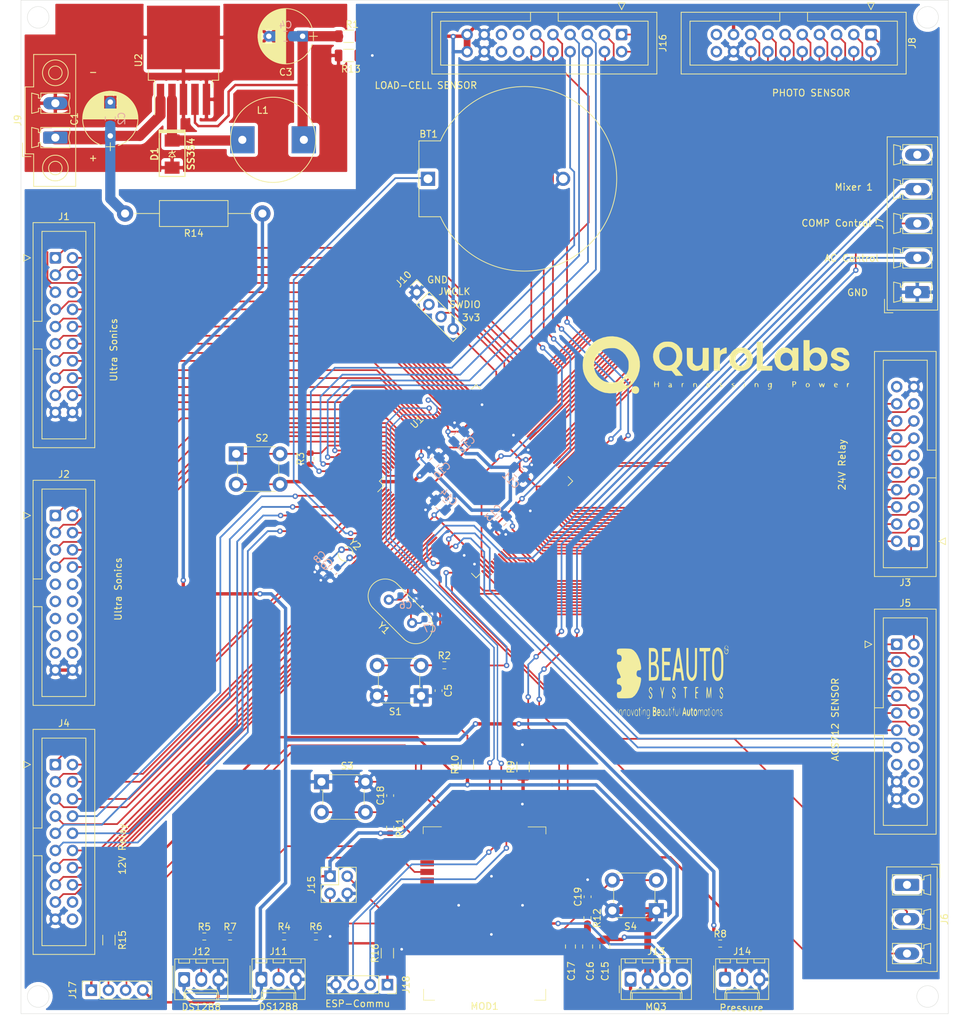
<source format=kicad_pcb>
(kicad_pcb (version 20171130) (host pcbnew "(5.1.12)-1")
  (layers (0 F.Cu signal) (31 B.Cu signal) (34 B.Paste user) (35 F.Paste user) (36 B.SilkS user) (37 F.SilkS user) (38 B.Mask user) (39 F.Mask user) (44 Edge.Cuts user))
  (net 0 "")
  (net 1 GNDREF)
  (net 2 "Net-(C3-Pad1)")
  (net 3 NRST)
  (net 4 "Net-(C6-Pad1)")
  (net 5 "Net-(C7-Pad1)")
  (net 6 "Net-(C8-Pad1)")
  (net 7 "Net-(C9-Pad1)")
  (net 8 +3V3)
  (net 9 "Net-(D1-Pad2)")
  (net 10 U1_TRIG)
  (net 11 U2_TRIG)
  (net 12 U3_TRIG)
  (net 13 U4_TRIG)
  (net 14 U5_TRIG)
  (net 15 U6_TRIG)
  (net 16 U7_TRIG)
  (net 17 U8_TRIG)
  (net 18 U9_TRIG)
  (net 19 U1_ECHO)
  (net 20 U2_ECHO)
  (net 21 U3_ECHO)
  (net 22 U4_ECHO)
  (net 23 U5_ECHO)
  (net 24 U6_ECHO)
  (net 25 U7_ECHO)
  (net 26 U8_ECHO)
  (net 27 U9_ECHO)
  (net 28 "Net-(J2-Pad18)")
  (net 29 "Net-(J2-Pad16)")
  (net 30 "Net-(J2-Pad14)")
  (net 31 "Net-(J2-Pad12)")
  (net 32 "Net-(J2-Pad10)")
  (net 33 U13_ECHO)
  (net 34 U12_ECHO)
  (net 35 U11_ECHO)
  (net 36 U10_ECHO)
  (net 37 "Net-(J2-Pad17)")
  (net 38 "Net-(J2-Pad15)")
  (net 39 "Net-(J2-Pad13)")
  (net 40 "Net-(J2-Pad11)")
  (net 41 "Net-(J2-Pad9)")
  (net 42 U13_TRIG)
  (net 43 U12_TRIG)
  (net 44 U11_TRIG)
  (net 45 U10_TRIG)
  (net 46 V1)
  (net 47 V3)
  (net 48 V5)
  (net 49 PMP1)
  (net 50 PMP3)
  (net 51 PMP5)
  (net 52 VLV1)
  (net 53 VLV3)
  (net 54 VLV5)
  (net 55 V2)
  (net 56 V4)
  (net 57 V6)
  (net 58 PMP2)
  (net 59 PMP4)
  (net 60 PMP6)
  (net 61 VLV2)
  (net 62 VLV4)
  (net 63 VLV6)
  (net 64 "Net-(J3-Pad20)")
  (net 65 M3)
  (net 66 M5)
  (net 67 M8)
  (net 68 M9)
  (net 69 M1-)
  (net 70 M2-)
  (net 71 M11)
  (net 72 M13)
  (net 73 M15)
  (net 74 M4)
  (net 75 M6)
  (net 76 M7)
  (net 77 M1+)
  (net 78 M2+)
  (net 79 M10)
  (net 80 M12)
  (net 81 M14)
  (net 82 "Net-(J4-Pad18)")
  (net 83 "Net-(J4-Pad20)")
  (net 84 "Net-(J5-Pad20)")
  (net 85 "Net-(J5-Pad18)")
  (net 86 "Net-(J5-Pad16)")
  (net 87 ADC1_INP9)
  (net 88 ADC1_INP14)
  (net 89 ADC1_INP10)
  (net 90 ADC1_INP8)
  (net 91 ADC1_INP6)
  (net 92 ADC1_INP4)
  (net 93 ADC1_INP2)
  (net 94 "Net-(J5-Pad15)")
  (net 95 ADC1_INP5)
  (net 96 ADC1_INP15)
  (net 97 ADC1_INP11)
  (net 98 ADC1_INP7)
  (net 99 ADC1_INP19)
  (net 100 ADC1_INP3)
  (net 101 ADC1_INP17)
  (net 102 MIXER3)
  (net 103 MIXER2)
  (net 104 AC_CONTROL)
  (net 105 COMPRESSOR_CONTROL)
  (net 106 MIXER1)
  (net 107 "Net-(J7-Pad5)")
  (net 108 "Net-(J8-Pad20)")
  (net 109 S16)
  (net 110 S14)
  (net 111 S12)
  (net 112 S10)
  (net 113 S8)
  (net 114 S6)
  (net 115 S4)
  (net 116 S2)
  (net 117 "Net-(J8-Pad19)")
  (net 118 S15)
  (net 119 S13)
  (net 120 S11)
  (net 121 S9)
  (net 122 S7)
  (net 123 S5)
  (net 124 S3)
  (net 125 S1)
  (net 126 DEBUG_JTCK_SWCLK)
  (net 127 DEBUG_JTMS-SWDIO)
  (net 128 "Net-(MOD1-Pad16)")
  (net 129 "Net-(MOD1-Pad19)")
  (net 130 "Net-(MOD1-Pad20)")
  (net 131 "Net-(MOD1-Pad21)")
  (net 132 "Net-(MOD1-Pad22)")
  (net 133 "Net-(MOD1-Pad23)")
  (net 134 "Net-(MOD1-Pad24)")
  (net 135 "Net-(MOD1-Pad5)")
  (net 136 "Net-(MOD1-Pad6)")
  (net 137 "Net-(MOD1-Pad8)")
  (net 138 "Net-(MOD1-Pad9)")
  (net 139 "Net-(MOD1-Pad10)")
  (net 140 "Net-(MOD1-Pad11)")
  (net 141 "Net-(MOD1-Pad12)")
  (net 142 "Net-(MOD1-Pad37)")
  (net 143 "Net-(MOD1-Pad36)")
  (net 144 "Net-(MOD1-Pad33)")
  (net 145 "Net-(MOD1-Pad32)")
  (net 146 "Net-(MOD1-Pad31)")
  (net 147 "Net-(MOD1-Pad30)")
  (net 148 "Net-(MOD1-Pad29)")
  (net 149 "Net-(MOD1-Pad28)")
  (net 150 "Net-(MOD1-Pad27)")
  (net 151 "Net-(MOD1-Pad26)")
  (net 152 "Net-(R3-Pad2)")
  (net 153 "Net-(U1-Pad32)")
  (net 154 "Net-(U1-Pad71)")
  (net 155 L2_SCK)
  (net 156 L2_DT)
  (net 157 L1_SCK)
  (net 158 L1_DT)
  (net 159 "Net-(U1-Pad106)")
  (net 160 UART2_TX)
  (net 161 UART2_RX)
  (net 162 L3_DT)
  (net 163 L3_SCK)
  (net 164 L4_DT)
  (net 165 L4_SCK)
  (net 166 "Net-(U1-Pad143)")
  (net 167 +5V)
  (net 168 +3V8)
  (net 169 GNDD)
  (net 170 IO_0)
  (net 171 EN)
  (net 172 "Net-(J11-Pad2)")
  (net 173 "Net-(J12-Pad2)")
  (net 174 MQ-3)
  (net 175 "Net-(J13-Pad4)")
  (net 176 "Net-(J14-Pad1)")
  (net 177 Pressures_sensor)
  (net 178 "Net-(J15-Pad2)")
  (net 179 "Net-(J15-Pad3)")
  (net 180 "Net-(C1-Pad2)")
  (net 181 "Net-(BT1-Pad1)")
  (net 182 "Net-(C1-Pad1)")
  (net 183 "Net-(J16-Pad13)")
  (net 184 "Net-(J16-Pad15)")
  (net 185 "Net-(J16-Pad14)")
  (net 186 "Net-(J16-Pad16)")
  (net 187 "Net-(J6-Pad1)")
  (net 188 L5_DT)
  (net 189 L6_DT)
  (net 190 L5_SCK)
  (net 191 L6_SCK)
  (net 192 "Net-(J17-Pad1)")
  (net 193 "Net-(J18-Pad1)")
  (net 194 "Net-(J18-Pad2)")
  (net 195 "Net-(J18-Pad3)")
  (module "Logo:Quro labs" (layer F.Cu) (at 153.8 86.4)
    (fp_text reference G*** hide)
    (fp_text value LOGO hide)
  )
  (module LOGO:Beauto (layer F.Cu) (at 147.2 133.8)
    (fp_text reference G*** hide)
    (fp_text value LOGO hide)
  )
  (module Connector_Phoenix_MC_HighVoltage:PhoenixContact_MCV_1,5_5-G-5.08_1x05_P5.08mm_Vertical (layer F.Cu) (at 183.388 76.2 90)
    (fp_text reference J7 (at 10.16 -5.55 90) (layer F.SilkS))
    (fp_text value "AC Realy")
    (pad 1 thru_hole roundrect (at 0 0 90) (size 1.8 3.6) (drill 1.2) (layers *.Cu *.Mask) (roundrect_rratio 0.1388888888888889) (net 1 GNDREF))
    (pad 2 thru_hole oval (at 5.08 0 90) (size 1.8 3.6) (drill 1.2) (layers *.Cu *.Mask) (net 104 AC_CONTROL))
    (pad 3 thru_hole oval (at 10.16 0 90) (size 1.8 3.6) (drill 1.2) (layers *.Cu *.Mask) (net 105 COMPRESSOR_CONTROL))
    (pad 4 thru_hole oval (at 15.24 0 90) (size 1.8 3.6) (drill 1.2) (layers *.Cu *.Mask) (net 106 MIXER1))
    (pad 5 thru_hole oval (at 20.32 0 90) (size 1.8 3.6) (drill 1.2) (layers *.Cu *.Mask) (net 107 "Net-(J7-Pad5)"))
  )
  (module automata_footprints:CP_Radial_D8.0mm_P5.00mm (layer F.Cu) (at 64.008 53.086 90)
    (fp_text reference C1 (at 2.5 -5.31 90) (layer F.SilkS))
    (fp_text value CP)
    (pad 1 thru_hole rect (at 0 0 90) (size 1.6 1.6) (drill 0.8) (layers *.Cu *.Mask) (net 182 "Net-(C1-Pad1)"))
    (pad 2 thru_hole circle (at 5 0 90) (size 1.6 1.6) (drill 0.8) (layers *.Cu *.Mask) (net 180 "Net-(C1-Pad2)"))
  )
  (module Capacitor_SMD:C_0805_2012Metric_Pad1.18x1.45mm_HandSolder (layer B.Cu) (at 64.008 50.5245 90)
    (fp_text reference C2 (at 0 1.68 90) (layer B.SilkS) (effects (justify mirror)))
    (fp_text value 0.1uF)
    (pad 1 smd roundrect (at -1.0375 0 90) (size 1.175 1.45) (layers B.Cu B.Paste B.Mask) (roundrect_rratio 0.2127659574468085) (net 182 "Net-(C1-Pad1)"))
    (pad 2 smd roundrect (at 1.0375 0 90) (size 1.175 1.45) (layers B.Cu B.Paste B.Mask) (roundrect_rratio 0.2127659574468085) (net 180 "Net-(C1-Pad2)"))
  )
  (module automata_footprints:CP_Radial_D8.0mm_P5.00mm (layer F.Cu) (at 92.456 38.354 180)
    (fp_text reference C3 (at 2.5 -5.31) (layer F.SilkS))
    (fp_text value CP)
    (pad 2 thru_hole circle (at 5 0 180) (size 1.6 1.6) (drill 0.8) (layers *.Cu *.Mask) (net 180 "Net-(C1-Pad2)"))
    (pad 1 thru_hole rect (at 0 0 180) (size 1.6 1.6) (drill 0.8) (layers *.Cu *.Mask) (net 2 "Net-(C3-Pad1)"))
  )
  (module Capacitor_SMD:C_0805_2012Metric_Pad1.18x1.45mm_HandSolder (layer B.Cu) (at 89.9375 38.354 180)
    (fp_text reference C4 (at 0 1.68) (layer B.SilkS) (effects (justify mirror)))
    (fp_text value 0.1uF)
    (pad 2 smd roundrect (at 1.0375 0 180) (size 1.175 1.45) (layers B.Cu B.Paste B.Mask) (roundrect_rratio 0.2127659574468085) (net 180 "Net-(C1-Pad2)"))
    (pad 1 smd roundrect (at -1.0375 0 180) (size 1.175 1.45) (layers B.Cu B.Paste B.Mask) (roundrect_rratio 0.2127659574468085) (net 2 "Net-(C3-Pad1)"))
  )
  (module Capacitor_SMD:C_0603_1608Metric (layer F.Cu) (at 112.5728 135.115 270)
    (fp_text reference C5 (at 0 -1.43 90) (layer F.SilkS))
    (fp_text value 0.1uF)
    (pad 2 smd roundrect (at 0.775 0 270) (size 0.9 0.95) (layers F.Cu F.Paste F.Mask) (net 1 GNDREF))
    (pad 1 smd roundrect (at -0.775 0 270) (size 0.9 0.95) (layers F.Cu F.Paste F.Mask) (net 3 NRST))
  )
  (module Capacitor_SMD:C_0603_1608Metric (layer B.Cu) (at 107.7084 121.0564)
    (fp_text reference C6 (at 0 1.43 180) (layer B.SilkS) (effects (justify mirror)))
    (fp_text value C)
    (pad 1 smd roundrect (at -0.775 0) (size 0.9 0.95) (layers B.Cu B.Paste B.Mask) (net 4 "Net-(C6-Pad1)"))
    (pad 2 smd roundrect (at 0.775 0) (size 0.9 0.95) (layers B.Cu B.Paste B.Mask) (net 1 GNDREF))
  )
  (module Capacitor_SMD:C_0603_1608Metric (layer B.Cu) (at 111.2644 124.5362)
    (fp_text reference C7 (at 0 1.43) (layer B.SilkS) (effects (justify mirror)))
    (fp_text value C)
    (pad 1 smd roundrect (at -0.775 0) (size 0.9 0.95) (layers B.Cu B.Paste B.Mask) (net 5 "Net-(C7-Pad1)"))
    (pad 2 smd roundrect (at 0.775 0) (size 0.9 0.95) (layers B.Cu B.Paste B.Mask) (net 1 GNDREF))
  )
  (module Capacitor_SMD:C_0603_1608Metric (layer B.Cu) (at 96.001208 116.368192 225)
    (fp_text reference C8 (at 0 1.43 45) (layer B.SilkS) (effects (justify mirror)))
    (fp_text value C)
    (pad 1 smd roundrect (at -0.775 0 225) (size 0.9 0.95) (layers B.Cu B.Paste B.Mask) (net 6 "Net-(C8-Pad1)"))
    (pad 2 smd roundrect (at 0.775 0 225) (size 0.9 0.95) (layers B.Cu B.Paste B.Mask) (net 1 GNDREF))
  )
  (module Capacitor_SMD:C_0603_1608Metric (layer B.Cu) (at 97.0788 117.475 225)
    (fp_text reference C9 (at 0 1.43 45) (layer B.SilkS) (effects (justify mirror)))
    (fp_text value C)
    (pad 2 smd roundrect (at 0.775 0 225) (size 0.9 0.95) (layers B.Cu B.Paste B.Mask) (net 1 GNDREF))
    (pad 1 smd roundrect (at -0.775 0 225) (size 0.9 0.95) (layers B.Cu B.Paste B.Mask) (net 7 "Net-(C9-Pad1)"))
  )
  (module Capacitor_SMD:C_0805_2012Metric_Pad1.18x1.45mm_HandSolder (layer B.Cu) (at 111.940777 101.393823 45)
    (fp_text reference C10 (at 0 1.68 45) (layer B.SilkS) (effects (justify mirror)))
    (fp_text value 0.1uF)
    (pad 1 smd roundrect (at -1.0375 0 45) (size 1.175 1.45) (layers B.Cu B.Paste B.Mask) (roundrect_rratio 0.2127659574468085) (net 8 +3V3))
    (pad 2 smd roundrect (at 1.0375 0 45) (size 1.175 1.45) (layers B.Cu B.Paste B.Mask) (roundrect_rratio 0.2127659574468085) (net 1 GNDREF))
  )
  (module Capacitor_SMD:C_0805_2012Metric_Pad1.18x1.45mm_HandSolder (layer B.Cu) (at 124.437577 102.822177 315)
    (fp_text reference C11 (at 0 1.68 135) (layer B.SilkS) (effects (justify mirror)))
    (fp_text value 0.1uF)
    (pad 2 smd roundrect (at 1.0375 0 315) (size 1.175 1.45) (layers B.Cu B.Paste B.Mask) (roundrect_rratio 0.2127659574468085) (net 1 GNDREF))
    (pad 1 smd roundrect (at -1.0375 0 315) (size 1.175 1.45) (layers B.Cu B.Paste B.Mask) (roundrect_rratio 0.2127659574468085) (net 8 +3V3))
  )
  (module Capacitor_SMD:C_0805_2012Metric_Pad1.18x1.45mm_HandSolder (layer B.Cu) (at 115.57 97.5614 45)
    (fp_text reference C12 (at 0 1.68 45) (layer B.SilkS) (effects (justify mirror)))
    (fp_text value 0.1uF)
    (pad 1 smd roundrect (at -1.0375 0 45) (size 1.175 1.45) (layers B.Cu B.Paste B.Mask) (roundrect_rratio 0.2127659574468085) (net 8 +3V3))
    (pad 2 smd roundrect (at 1.0375 0 45) (size 1.175 1.45) (layers B.Cu B.Paste B.Mask) (roundrect_rratio 0.2127659574468085) (net 1 GNDREF))
  )
  (module Capacitor_SMD:C_0805_2012Metric_Pad1.18x1.45mm_HandSolder (layer B.Cu) (at 121.8692 110.0367 225)
    (fp_text reference C13 (at 0 1.679999 225) (layer B.SilkS) (effects (justify mirror)))
    (fp_text value 0.1uF)
    (pad 2 smd roundrect (at 1.0375 0 225) (size 1.175 1.45) (layers B.Cu B.Paste B.Mask) (roundrect_rratio 0.2127659574468085) (net 1 GNDREF))
    (pad 1 smd roundrect (at -1.0375 0 225) (size 1.175 1.45) (layers B.Cu B.Paste B.Mask) (roundrect_rratio 0.2127659574468085) (net 8 +3V3))
  )
  (module Capacitor_SMD:C_0805_2012Metric_Pad1.18x1.45mm_HandSolder (layer B.Cu) (at 112.849223 107.693023 135)
    (fp_text reference C14 (at 0 1.68 135) (layer B.SilkS) (effects (justify mirror)))
    (fp_text value 0.1uF)
    (pad 1 smd roundrect (at -1.0375 0 135) (size 1.175 1.45) (layers B.Cu B.Paste B.Mask) (roundrect_rratio 0.2127659574468085) (net 8 +3V3))
    (pad 2 smd roundrect (at 1.0375 0 135) (size 1.175 1.45) (layers B.Cu B.Paste B.Mask) (roundrect_rratio 0.2127659574468085) (net 1 GNDREF))
  )
  (module automata_footprints:D_SS14 (layer F.Cu) (at 73.152 55.7784 90)
    (fp_text reference D1 (at 0 -2.60096 90) (layer F.SilkS) (effects (font (size 1.00076 1.00076) (thickness 0.2))))
    (fp_text value SS354 (at 0 2.79908 90) (layer F.SilkS) (effects (font (size 1.00076 1.00076) (thickness 0.2))))
    (pad 1 smd rect (at -2.0066 0 90) (size 1.80086 2.19964) (layers F.Cu F.Paste F.Mask) (net 180 "Net-(C1-Pad2)"))
    (pad 2 smd rect (at 2.0066 0 90) (size 1.80086 2.19964) (layers F.Cu F.Paste F.Mask) (net 9 "Net-(D1-Pad2)"))
  )
  (module Connector_IDC:IDC-Header_2x10_P2.54mm_Vertical (layer F.Cu) (at 55.88 71.12)
    (fp_text reference J1 (at 1.27 -6.1) (layer F.SilkS))
    (fp_text value "Ultrasonics_Level sensor")
    (pad 1 thru_hole roundrect (at 0 0) (size 1.7 1.7) (drill 1) (layers *.Cu *.Mask) (roundrect_rratio 0.1470588235294118) (net 10 U1_TRIG))
    (pad 3 thru_hole circle (at 0 2.54) (size 1.7 1.7) (drill 1) (layers *.Cu *.Mask) (net 11 U2_TRIG))
    (pad 5 thru_hole circle (at 0 5.08) (size 1.7 1.7) (drill 1) (layers *.Cu *.Mask) (net 12 U3_TRIG))
    (pad 7 thru_hole circle (at 0 7.62) (size 1.7 1.7) (drill 1) (layers *.Cu *.Mask) (net 13 U4_TRIG))
    (pad 9 thru_hole circle (at 0 10.16) (size 1.7 1.7) (drill 1) (layers *.Cu *.Mask) (net 14 U5_TRIG))
    (pad 11 thru_hole circle (at 0 12.7) (size 1.7 1.7) (drill 1) (layers *.Cu *.Mask) (net 15 U6_TRIG))
    (pad 13 thru_hole circle (at 0 15.24) (size 1.7 1.7) (drill 1) (layers *.Cu *.Mask) (net 16 U7_TRIG))
    (pad 15 thru_hole circle (at 0 17.78) (size 1.7 1.7) (drill 1) (layers *.Cu *.Mask) (net 17 U8_TRIG))
    (pad 17 thru_hole circle (at 0 20.32) (size 1.7 1.7) (drill 1) (layers *.Cu *.Mask) (net 18 U9_TRIG))
    (pad 19 thru_hole circle (at 0 22.86) (size 1.7 1.7) (drill 1) (layers *.Cu *.Mask) (net 1 GNDREF))
    (pad 2 thru_hole circle (at 2.54 0) (size 1.7 1.7) (drill 1) (layers *.Cu *.Mask) (net 19 U1_ECHO))
    (pad 4 thru_hole circle (at 2.54 2.54) (size 1.7 1.7) (drill 1) (layers *.Cu *.Mask) (net 20 U2_ECHO))
    (pad 6 thru_hole circle (at 2.54 5.08) (size 1.7 1.7) (drill 1) (layers *.Cu *.Mask) (net 21 U3_ECHO))
    (pad 8 thru_hole circle (at 2.54 7.62) (size 1.7 1.7) (drill 1) (layers *.Cu *.Mask) (net 22 U4_ECHO))
    (pad 10 thru_hole circle (at 2.54 10.16) (size 1.7 1.7) (drill 1) (layers *.Cu *.Mask) (net 23 U5_ECHO))
    (pad 12 thru_hole circle (at 2.54 12.7) (size 1.7 1.7) (drill 1) (layers *.Cu *.Mask) (net 24 U6_ECHO))
    (pad 14 thru_hole circle (at 2.54 15.24) (size 1.7 1.7) (drill 1) (layers *.Cu *.Mask) (net 25 U7_ECHO))
    (pad 16 thru_hole circle (at 2.54 17.78) (size 1.7 1.7) (drill 1) (layers *.Cu *.Mask) (net 26 U8_ECHO))
    (pad 18 thru_hole circle (at 2.54 20.32) (size 1.7 1.7) (drill 1) (layers *.Cu *.Mask) (net 27 U9_ECHO))
    (pad 20 thru_hole circle (at 2.54 22.86) (size 1.7 1.7) (drill 1) (layers *.Cu *.Mask) (net 1 GNDREF))
  )
  (module Connector_IDC:IDC-Header_2x10_P2.54mm_Vertical (layer F.Cu) (at 55.88 109.22)
    (fp_text reference J2 (at 1.27 -6.1) (layer F.SilkS))
    (fp_text value "Ultrasonics_Level sensor")
    (pad 20 thru_hole circle (at 2.54 22.86) (size 1.7 1.7) (drill 1) (layers *.Cu *.Mask) (net 1 GNDREF))
    (pad 18 thru_hole circle (at 2.54 20.32) (size 1.7 1.7) (drill 1) (layers *.Cu *.Mask) (net 28 "Net-(J2-Pad18)"))
    (pad 16 thru_hole circle (at 2.54 17.78) (size 1.7 1.7) (drill 1) (layers *.Cu *.Mask) (net 29 "Net-(J2-Pad16)"))
    (pad 14 thru_hole circle (at 2.54 15.24) (size 1.7 1.7) (drill 1) (layers *.Cu *.Mask) (net 30 "Net-(J2-Pad14)"))
    (pad 12 thru_hole circle (at 2.54 12.7) (size 1.7 1.7) (drill 1) (layers *.Cu *.Mask) (net 31 "Net-(J2-Pad12)"))
    (pad 10 thru_hole circle (at 2.54 10.16) (size 1.7 1.7) (drill 1) (layers *.Cu *.Mask) (net 32 "Net-(J2-Pad10)"))
    (pad 8 thru_hole circle (at 2.54 7.62) (size 1.7 1.7) (drill 1) (layers *.Cu *.Mask) (net 33 U13_ECHO))
    (pad 6 thru_hole circle (at 2.54 5.08) (size 1.7 1.7) (drill 1) (layers *.Cu *.Mask) (net 34 U12_ECHO))
    (pad 4 thru_hole circle (at 2.54 2.54) (size 1.7 1.7) (drill 1) (layers *.Cu *.Mask) (net 35 U11_ECHO))
    (pad 2 thru_hole circle (at 2.54 0) (size 1.7 1.7) (drill 1) (layers *.Cu *.Mask) (net 36 U10_ECHO))
    (pad 19 thru_hole circle (at 0 22.86) (size 1.7 1.7) (drill 1) (layers *.Cu *.Mask) (net 1 GNDREF))
    (pad 17 thru_hole circle (at 0 20.32) (size 1.7 1.7) (drill 1) (layers *.Cu *.Mask) (net 37 "Net-(J2-Pad17)"))
    (pad 15 thru_hole circle (at 0 17.78) (size 1.7 1.7) (drill 1) (layers *.Cu *.Mask) (net 38 "Net-(J2-Pad15)"))
    (pad 13 thru_hole circle (at 0 15.24) (size 1.7 1.7) (drill 1) (layers *.Cu *.Mask) (net 39 "Net-(J2-Pad13)"))
    (pad 11 thru_hole circle (at 0 12.7) (size 1.7 1.7) (drill 1) (layers *.Cu *.Mask) (net 40 "Net-(J2-Pad11)"))
    (pad 9 thru_hole circle (at 0 10.16) (size 1.7 1.7) (drill 1) (layers *.Cu *.Mask) (net 41 "Net-(J2-Pad9)"))
    (pad 7 thru_hole circle (at 0 7.62) (size 1.7 1.7) (drill 1) (layers *.Cu *.Mask) (net 42 U13_TRIG))
    (pad 5 thru_hole circle (at 0 5.08) (size 1.7 1.7) (drill 1) (layers *.Cu *.Mask) (net 43 U12_TRIG))
    (pad 3 thru_hole circle (at 0 2.54) (size 1.7 1.7) (drill 1) (layers *.Cu *.Mask) (net 44 U11_TRIG))
    (pad 1 thru_hole roundrect (at 0 0) (size 1.7 1.7) (drill 1) (layers *.Cu *.Mask) (roundrect_rratio 0.1470588235294118) (net 45 U10_TRIG))
  )
  (module Connector_IDC:IDC-Header_2x10_P2.54mm_Vertical (layer F.Cu) (at 182.88 113.03 180)
    (fp_text reference J3 (at 1.27 -6.1) (layer F.SilkS))
    (fp_text value "24V Realy connector")
    (pad 1 thru_hole roundrect (at 0 0 180) (size 1.7 1.7) (drill 1) (layers *.Cu *.Mask) (roundrect_rratio 0.1470588235294118) (net 46 V1))
    (pad 3 thru_hole circle (at 0 2.54 180) (size 1.7 1.7) (drill 1) (layers *.Cu *.Mask) (net 47 V3))
    (pad 5 thru_hole circle (at 0 5.08 180) (size 1.7 1.7) (drill 1) (layers *.Cu *.Mask) (net 48 V5))
    (pad 7 thru_hole circle (at 0 7.62 180) (size 1.7 1.7) (drill 1) (layers *.Cu *.Mask) (net 49 PMP1))
    (pad 9 thru_hole circle (at 0 10.16 180) (size 1.7 1.7) (drill 1) (layers *.Cu *.Mask) (net 50 PMP3))
    (pad 11 thru_hole circle (at 0 12.7 180) (size 1.7 1.7) (drill 1) (layers *.Cu *.Mask) (net 51 PMP5))
    (pad 13 thru_hole circle (at 0 15.24 180) (size 1.7 1.7) (drill 1) (layers *.Cu *.Mask) (net 52 VLV1))
    (pad 15 thru_hole circle (at 0 17.78 180) (size 1.7 1.7) (drill 1) (layers *.Cu *.Mask) (net 53 VLV3))
    (pad 17 thru_hole circle (at 0 20.32 180) (size 1.7 1.7) (drill 1) (layers *.Cu *.Mask) (net 54 VLV5))
    (pad 19 thru_hole circle (at 0 22.86 180) (size 1.7 1.7) (drill 1) (layers *.Cu *.Mask) (net 1 GNDREF))
    (pad 2 thru_hole circle (at 2.54 0 180) (size 1.7 1.7) (drill 1) (layers *.Cu *.Mask) (net 55 V2))
    (pad 4 thru_hole circle (at 2.54 2.54 180) (size 1.7 1.7) (drill 1) (layers *.Cu *.Mask) (net 56 V4))
    (pad 6 thru_hole circle (at 2.54 5.08 180) (size 1.7 1.7) (drill 1) (layers *.Cu *.Mask) (net 57 V6))
    (pad 8 thru_hole circle (at 2.54 7.62 180) (size 1.7 1.7) (drill 1) (layers *.Cu *.Mask) (net 58 PMP2))
    (pad 10 thru_hole circle (at 2.54 10.16 180) (size 1.7 1.7) (drill 1) (layers *.Cu *.Mask) (net 59 PMP4))
    (pad 12 thru_hole circle (at 2.54 12.7 180) (size 1.7 1.7) (drill 1) (layers *.Cu *.Mask) (net 60 PMP6))
    (pad 14 thru_hole circle (at 2.54 15.24 180) (size 1.7 1.7) (drill 1) (layers *.Cu *.Mask) (net 61 VLV2))
    (pad 16 thru_hole circle (at 2.54 17.78 180) (size 1.7 1.7) (drill 1) (layers *.Cu *.Mask) (net 62 VLV4))
    (pad 18 thru_hole circle (at 2.54 20.32 180) (size 1.7 1.7) (drill 1) (layers *.Cu *.Mask) (net 63 VLV6))
    (pad 20 thru_hole circle (at 2.54 22.86 180) (size 1.7 1.7) (drill 1) (layers *.Cu *.Mask) (net 64 "Net-(J3-Pad20)"))
  )
  (module Connector_IDC:IDC-Header_2x10_P2.54mm_Vertical (layer F.Cu) (at 55.88 146.05)
    (fp_text reference J4 (at 1.27 -6.1) (layer F.SilkS))
    (fp_text value "12V Realy connector")
    (pad 1 thru_hole roundrect (at 0 0) (size 1.7 1.7) (drill 1) (layers *.Cu *.Mask) (roundrect_rratio 0.1470588235294118) (net 65 M3))
    (pad 3 thru_hole circle (at 0 2.54) (size 1.7 1.7) (drill 1) (layers *.Cu *.Mask) (net 66 M5))
    (pad 5 thru_hole circle (at 0 5.08) (size 1.7 1.7) (drill 1) (layers *.Cu *.Mask) (net 67 M8))
    (pad 7 thru_hole circle (at 0 7.62) (size 1.7 1.7) (drill 1) (layers *.Cu *.Mask) (net 68 M9))
    (pad 9 thru_hole circle (at 0 10.16) (size 1.7 1.7) (drill 1) (layers *.Cu *.Mask) (net 69 M1-))
    (pad 11 thru_hole circle (at 0 12.7) (size 1.7 1.7) (drill 1) (layers *.Cu *.Mask) (net 70 M2-))
    (pad 13 thru_hole circle (at 0 15.24) (size 1.7 1.7) (drill 1) (layers *.Cu *.Mask) (net 71 M11))
    (pad 15 thru_hole circle (at 0 17.78) (size 1.7 1.7) (drill 1) (layers *.Cu *.Mask) (net 72 M13))
    (pad 17 thru_hole circle (at 0 20.32) (size 1.7 1.7) (drill 1) (layers *.Cu *.Mask) (net 73 M15))
    (pad 19 thru_hole circle (at 0 22.86) (size 1.7 1.7) (drill 1) (layers *.Cu *.Mask) (net 1 GNDREF))
    (pad 2 thru_hole circle (at 2.54 0) (size 1.7 1.7) (drill 1) (layers *.Cu *.Mask) (net 74 M4))
    (pad 4 thru_hole circle (at 2.54 2.54) (size 1.7 1.7) (drill 1) (layers *.Cu *.Mask) (net 75 M6))
    (pad 6 thru_hole circle (at 2.54 5.08) (size 1.7 1.7) (drill 1) (layers *.Cu *.Mask) (net 76 M7))
    (pad 8 thru_hole circle (at 2.54 7.62) (size 1.7 1.7) (drill 1) (layers *.Cu *.Mask) (net 77 M1+))
    (pad 10 thru_hole circle (at 2.54 10.16) (size 1.7 1.7) (drill 1) (layers *.Cu *.Mask) (net 78 M2+))
    (pad 12 thru_hole circle (at 2.54 12.7) (size 1.7 1.7) (drill 1) (layers *.Cu *.Mask) (net 79 M10))
    (pad 14 thru_hole circle (at 2.54 15.24) (size 1.7 1.7) (drill 1) (layers *.Cu *.Mask) (net 80 M12))
    (pad 16 thru_hole circle (at 2.54 17.78) (size 1.7 1.7) (drill 1) (layers *.Cu *.Mask) (net 81 M14))
    (pad 18 thru_hole circle (at 2.54 20.32) (size 1.7 1.7) (drill 1) (layers *.Cu *.Mask) (net 82 "Net-(J4-Pad18)"))
    (pad 20 thru_hole circle (at 2.54 22.86) (size 1.7 1.7) (drill 1) (layers *.Cu *.Mask) (net 83 "Net-(J4-Pad20)"))
  )
  (module Connector_IDC:IDC-Header_2x10_P2.54mm_Vertical (layer F.Cu) (at 180.34 128.27)
    (fp_text reference J5 (at 1.27 -6.1) (layer F.SilkS))
    (fp_text value "ACS712_Current Sensor")
    (pad 20 thru_hole circle (at 2.54 22.86) (size 1.7 1.7) (drill 1) (layers *.Cu *.Mask) (net 84 "Net-(J5-Pad20)"))
    (pad 18 thru_hole circle (at 2.54 20.32) (size 1.7 1.7) (drill 1) (layers *.Cu *.Mask) (net 85 "Net-(J5-Pad18)"))
    (pad 16 thru_hole circle (at 2.54 17.78) (size 1.7 1.7) (drill 1) (layers *.Cu *.Mask) (net 86 "Net-(J5-Pad16)"))
    (pad 14 thru_hole circle (at 2.54 15.24) (size 1.7 1.7) (drill 1) (layers *.Cu *.Mask) (net 89 ADC1_INP10))
    (pad 12 thru_hole circle (at 2.54 12.7) (size 1.7 1.7) (drill 1) (layers *.Cu *.Mask) (net 88 ADC1_INP14))
    (pad 10 thru_hole circle (at 2.54 10.16) (size 1.7 1.7) (drill 1) (layers *.Cu *.Mask) (net 99 ADC1_INP19))
    (pad 8 thru_hole circle (at 2.54 7.62) (size 1.7 1.7) (drill 1) (layers *.Cu *.Mask) (net 98 ADC1_INP7))
    (pad 6 thru_hole circle (at 2.54 5.08) (size 1.7 1.7) (drill 1) (layers *.Cu *.Mask) (net 90 ADC1_INP8))
    (pad 4 thru_hole circle (at 2.54 2.54) (size 1.7 1.7) (drill 1) (layers *.Cu *.Mask) (net 95 ADC1_INP5))
    (pad 2 thru_hole circle (at 2.54 0) (size 1.7 1.7) (drill 1) (layers *.Cu *.Mask) (net 91 ADC1_INP6))
    (pad 19 thru_hole circle (at 0 22.86) (size 1.7 1.7) (drill 1) (layers *.Cu *.Mask) (net 1 GNDREF))
    (pad 17 thru_hole circle (at 0 20.32) (size 1.7 1.7) (drill 1) (layers *.Cu *.Mask) (net 1 GNDREF))
    (pad 15 thru_hole circle (at 0 17.78) (size 1.7 1.7) (drill 1) (layers *.Cu *.Mask) (net 94 "Net-(J5-Pad15)"))
    (pad 13 thru_hole circle (at 0 15.24) (size 1.7 1.7) (drill 1) (layers *.Cu *.Mask) (net 97 ADC1_INP11))
    (pad 11 thru_hole circle (at 0 12.7) (size 1.7 1.7) (drill 1) (layers *.Cu *.Mask) (net 101 ADC1_INP17))
    (pad 9 thru_hole circle (at 0 10.16) (size 1.7 1.7) (drill 1) (layers *.Cu *.Mask) (net 96 ADC1_INP15))
    (pad 7 thru_hole circle (at 0 7.62) (size 1.7 1.7) (drill 1) (layers *.Cu *.Mask) (net 100 ADC1_INP3))
    (pad 5 thru_hole circle (at 0 5.08) (size 1.7 1.7) (drill 1) (layers *.Cu *.Mask) (net 92 ADC1_INP4))
    (pad 3 thru_hole circle (at 0 2.54) (size 1.7 1.7) (drill 1) (layers *.Cu *.Mask) (net 87 ADC1_INP9))
    (pad 1 thru_hole roundrect (at 0 0) (size 1.7 1.7) (drill 1) (layers *.Cu *.Mask) (roundrect_rratio 0.1470588235294118) (net 93 ADC1_INP2))
  )
  (module Connector_Phoenix_MC_HighVoltage:PhoenixContact_MCV_1,5_3-G-5.08_1x03_P5.08mm_Vertical (layer F.Cu) (at 181.864 163.83 270)
    (fp_text reference J6 (at 5.08 -5.55 90) (layer F.SilkS))
    (fp_text value "PWM Signal")
    (pad 1 thru_hole roundrect (at 0 0 270) (size 1.8 3.6) (drill 1.2) (layers *.Cu *.Mask) (roundrect_rratio 0.1388888888888889) (net 187 "Net-(J6-Pad1)"))
    (pad 2 thru_hole oval (at 5.08 0 270) (size 1.8 3.6) (drill 1.2) (layers *.Cu *.Mask) (net 102 MIXER3))
    (pad 3 thru_hole oval (at 10.16 0 270) (size 1.8 3.6) (drill 1.2) (layers *.Cu *.Mask) (net 103 MIXER2))
  )
  (module Connector_IDC:IDC-Header_2x10_P2.54mm_Vertical (layer F.Cu) (at 176.53 38.1 270)
    (fp_text reference J8 (at 1.27 -6.1 90) (layer F.SilkS))
    (fp_text value "Photo sensor")
    (pad 20 thru_hole circle (at 2.54 22.86 270) (size 1.7 1.7) (drill 1) (layers *.Cu *.Mask) (net 108 "Net-(J8-Pad20)"))
    (pad 18 thru_hole circle (at 2.54 20.32 270) (size 1.7 1.7) (drill 1) (layers *.Cu *.Mask) (net 1 GNDREF))
    (pad 16 thru_hole circle (at 2.54 17.78 270) (size 1.7 1.7) (drill 1) (layers *.Cu *.Mask) (net 109 S16))
    (pad 14 thru_hole circle (at 2.54 15.24 270) (size 1.7 1.7) (drill 1) (layers *.Cu *.Mask) (net 110 S14))
    (pad 12 thru_hole circle (at 2.54 12.7 270) (size 1.7 1.7) (drill 1) (layers *.Cu *.Mask) (net 111 S12))
    (pad 10 thru_hole circle (at 2.54 10.16 270) (size 1.7 1.7) (drill 1) (layers *.Cu *.Mask) (net 112 S10))
    (pad 8 thru_hole circle (at 2.54 7.62 270) (size 1.7 1.7) (drill 1) (layers *.Cu *.Mask) (net 113 S8))
    (pad 6 thru_hole circle (at 2.54 5.08 270) (size 1.7 1.7) (drill 1) (layers *.Cu *.Mask) (net 114 S6))
    (pad 4 thru_hole circle (at 2.54 2.54 270) (size 1.7 1.7) (drill 1) (layers *.Cu *.Mask) (net 115 S4))
    (pad 2 thru_hole circle (at 2.54 0 270) (size 1.7 1.7) (drill 1) (layers *.Cu *.Mask) (net 116 S2))
    (pad 19 thru_hole circle (at 0 22.86 270) (size 1.7 1.7) (drill 1) (layers *.Cu *.Mask) (net 117 "Net-(J8-Pad19)"))
    (pad 17 thru_hole circle (at 0 20.32 270) (size 1.7 1.7) (drill 1) (layers *.Cu *.Mask) (net 8 +3V3))
    (pad 15 thru_hole circle (at 0 17.78 270) (size 1.7 1.7) (drill 1) (layers *.Cu *.Mask) (net 118 S15))
    (pad 13 thru_hole circle (at 0 15.24 270) (size 1.7 1.7) (drill 1) (layers *.Cu *.Mask) (net 119 S13))
    (pad 11 thru_hole circle (at 0 12.7 270) (size 1.7 1.7) (drill 1) (layers *.Cu *.Mask) (net 120 S11))
    (pad 9 thru_hole circle (at 0 10.16 270) (size 1.7 1.7) (drill 1) (layers *.Cu *.Mask) (net 121 S9))
    (pad 7 thru_hole circle (at 0 7.62 270) (size 1.7 1.7) (drill 1) (layers *.Cu *.Mask) (net 122 S7))
    (pad 5 thru_hole circle (at 0 5.08 270) (size 1.7 1.7) (drill 1) (layers *.Cu *.Mask) (net 123 S5))
    (pad 3 thru_hole circle (at 0 2.54 270) (size 1.7 1.7) (drill 1) (layers *.Cu *.Mask) (net 124 S3))
    (pad 1 thru_hole roundrect (at 0 0 270) (size 1.7 1.7) (drill 1) (layers *.Cu *.Mask) (roundrect_rratio 0.1470588235294118) (net 125 S1))
  )
  (module Connector_Phoenix_MC_HighVoltage:PhoenixContact_MCV_1,5_2-GF-5.08_1x02_P5.08mm_Vertical_ThreadedFlange (layer F.Cu) (at 55.88 53.34 90)
    (fp_text reference J9 (at 2.54 -5.55 90) (layer F.SilkS))
    (fp_text value "POWER IN")
    (pad 1 thru_hole roundrect (at 0 0 90) (size 1.8 3.6) (drill 1.2) (layers *.Cu *.Mask) (roundrect_rratio 0.1388888888888889) (net 182 "Net-(C1-Pad1)"))
    (pad 2 thru_hole oval (at 5.08 0 90) (size 1.8 3.6) (drill 1.2) (layers *.Cu *.Mask) (net 180 "Net-(C1-Pad2)"))
  )
  (module Connector_PinSocket_2.54mm:PinSocket_1x04_P2.54mm_Vertical (layer F.Cu) (at 109.343646 76.222046 45)
    (fp_text reference J10 (at 0 -2.77 45) (layer F.SilkS))
    (fp_text value PROGRAMMER)
    (pad 1 thru_hole rect (at 0 0 45) (size 1.7 1.7) (drill 1) (layers *.Cu *.Mask) (net 1 GNDREF))
    (pad 2 thru_hole oval (at 0 2.54 45) (size 1.7 1.7) (drill 1) (layers *.Cu *.Mask) (net 126 DEBUG_JTCK_SWCLK))
    (pad 3 thru_hole oval (at 0 5.08 45) (size 1.7 1.7) (drill 1) (layers *.Cu *.Mask) (net 127 DEBUG_JTMS-SWDIO))
    (pad 4 thru_hole oval (at 0 7.62 45) (size 1.7 1.7) (drill 1) (layers *.Cu *.Mask) (net 8 +3V3))
  )
  (module automata_footprints:L_SMD1 (layer F.Cu) (at 88.0906 53.6702)
    (fp_text reference L1 (at -1.535426 -4.372316) (layer F.SilkS))
    (fp_text value 33UH)
    (pad 2 thru_hole rect (at 4.55 0) (size 3.6 4) (drill 1.2) (layers *.Cu *.Mask) (net 2 "Net-(C3-Pad1)"))
    (pad 1 thru_hole rect (at -4.55 0) (size 3.6 4) (drill 1.2) (layers *.Cu *.Mask) (net 9 "Net-(D1-Pad2)"))
  )
  (module digikey-footprints:ESP32-WROOM-32D (layer F.Cu) (at 119.38 165.1 180)
    (fp_text reference MOD1 (at 0.01 -16.69) (layer F.SilkS))
    (fp_text value ESP32-WROOM-32)
    (pad 1 smd rect (at -8.5 -8.255 180) (size 2 0.9) (layers F.Cu F.Paste F.Mask) (net 169 GNDD))
    (pad 15 smd rect (at -5.715 9.255 270) (size 2 0.9) (layers F.Cu F.Paste F.Mask) (net 169 GNDD))
    (pad 16 smd rect (at -4.445 9.255 270) (size 2 0.9) (layers F.Cu F.Paste F.Mask) (net 128 "Net-(MOD1-Pad16)"))
    (pad 17 smd rect (at -3.175 9.255 270) (size 2 0.9) (layers F.Cu F.Paste F.Mask) (net 194 "Net-(J18-Pad2)"))
    (pad 18 smd rect (at -1.905 9.255 270) (size 2 0.9) (layers F.Cu F.Paste F.Mask) (net 195 "Net-(J18-Pad3)"))
    (pad 19 smd rect (at -0.635 9.255 270) (size 2 0.9) (layers F.Cu F.Paste F.Mask) (net 129 "Net-(MOD1-Pad19)"))
    (pad 20 smd rect (at 0.635 9.255 270) (size 2 0.9) (layers F.Cu F.Paste F.Mask) (net 130 "Net-(MOD1-Pad20)"))
    (pad 21 smd rect (at 1.905 9.255 270) (size 2 0.9) (layers F.Cu F.Paste F.Mask) (net 131 "Net-(MOD1-Pad21)"))
    (pad 22 smd rect (at 3.175 9.255 270) (size 2 0.9) (layers F.Cu F.Paste F.Mask) (net 132 "Net-(MOD1-Pad22)"))
    (pad 23 smd rect (at 4.445 9.255 270) (size 2 0.9) (layers F.Cu F.Paste F.Mask) (net 133 "Net-(MOD1-Pad23)"))
    (pad 24 smd rect (at 5.715 9.255 270) (size 2 0.9) (layers F.Cu F.Paste F.Mask) (net 134 "Net-(MOD1-Pad24)"))
    (pad 2 smd rect (at -8.5 -6.985 180) (size 2 0.9) (layers F.Cu F.Paste F.Mask) (net 168 +3V8))
    (pad 3 smd rect (at -8.5 -5.715 180) (size 2 0.9) (layers F.Cu F.Paste F.Mask) (net 171 EN))
    (pad 4 smd rect (at -8.5 -4.445 180) (size 2 0.9) (layers F.Cu F.Paste F.Mask) (net 174 MQ-3))
    (pad 5 smd rect (at -8.5 -3.175 180) (size 2 0.9) (layers F.Cu F.Paste F.Mask) (net 135 "Net-(MOD1-Pad5)"))
    (pad 6 smd rect (at -8.5 -1.905 180) (size 2 0.9) (layers F.Cu F.Paste F.Mask) (net 136 "Net-(MOD1-Pad6)"))
    (pad 7 smd rect (at -8.5 -0.635 180) (size 2 0.9) (layers F.Cu F.Paste F.Mask) (net 177 Pressures_sensor))
    (pad 8 smd rect (at -8.5 0.635 180) (size 2 0.9) (layers F.Cu F.Paste F.Mask) (net 137 "Net-(MOD1-Pad8)"))
    (pad 9 smd rect (at -8.5 1.905 180) (size 2 0.9) (layers F.Cu F.Paste F.Mask) (net 138 "Net-(MOD1-Pad9)"))
    (pad 10 smd rect (at -8.5 3.175 180) (size 2 0.9) (layers F.Cu F.Paste F.Mask) (net 139 "Net-(MOD1-Pad10)"))
    (pad 11 smd rect (at -8.5 4.445 180) (size 2 0.9) (layers F.Cu F.Paste F.Mask) (net 140 "Net-(MOD1-Pad11)"))
    (pad 12 smd rect (at -8.5 5.715 180) (size 2 0.9) (layers F.Cu F.Paste F.Mask) (net 141 "Net-(MOD1-Pad12)"))
    (pad 13 smd rect (at -8.5 6.985 180) (size 2 0.9) (layers F.Cu F.Paste F.Mask) (net 105 COMPRESSOR_CONTROL))
    (pad 14 smd rect (at -8.5 8.255 180) (size 2 0.9) (layers F.Cu F.Paste F.Mask) (net 104 AC_CONTROL))
    (pad 38 smd rect (at 8.5 -8.255 180) (size 2 0.9) (layers F.Cu F.Paste F.Mask) (net 169 GNDD))
    (pad 37 smd rect (at 8.5 -6.985 180) (size 2 0.9) (layers F.Cu F.Paste F.Mask) (net 142 "Net-(MOD1-Pad37)"))
    (pad 36 smd rect (at 8.5 -5.715 180) (size 2 0.9) (layers F.Cu F.Paste F.Mask) (net 143 "Net-(MOD1-Pad36)"))
    (pad 35 smd rect (at 8.5 -4.445 180) (size 2 0.9) (layers F.Cu F.Paste F.Mask) (net 178 "Net-(J15-Pad2)"))
    (pad 34 smd rect (at 8.5 -3.175 180) (size 2 0.9) (layers F.Cu F.Paste F.Mask) (net 179 "Net-(J15-Pad3)"))
    (pad 33 smd rect (at 8.5 -1.905 180) (size 2 0.9) (layers F.Cu F.Paste F.Mask) (net 144 "Net-(MOD1-Pad33)"))
    (pad 32 smd rect (at 8.5 -0.635 180) (size 2 0.9) (layers F.Cu F.Paste F.Mask) (net 145 "Net-(MOD1-Pad32)"))
    (pad 31 smd rect (at 8.5 0.635 180) (size 2 0.9) (layers F.Cu F.Paste F.Mask) (net 146 "Net-(MOD1-Pad31)"))
    (pad 30 smd rect (at 8.5 1.905 180) (size 2 0.9) (layers F.Cu F.Paste F.Mask) (net 147 "Net-(MOD1-Pad30)"))
    (pad 29 smd rect (at 8.5 3.175 180) (size 2 0.9) (layers F.Cu F.Paste F.Mask) (net 148 "Net-(MOD1-Pad29)"))
    (pad 28 smd rect (at 8.5 4.445 180) (size 2 0.9) (layers F.Cu F.Paste F.Mask) (net 149 "Net-(MOD1-Pad28)"))
    (pad 27 smd rect (at 8.5 5.715 180) (size 2 0.9) (layers F.Cu F.Paste F.Mask) (net 150 "Net-(MOD1-Pad27)"))
    (pad 26 smd rect (at 8.5 6.985 180) (size 2 0.9) (layers F.Cu F.Paste F.Mask) (net 151 "Net-(MOD1-Pad26)"))
    (pad 25 smd rect (at 8.5 8.255 180) (size 2 0.9) (layers F.Cu F.Paste F.Mask) (net 170 IO_0))
    (pad 39 smd rect (at -1 -1.755 180) (size 5 5) (layers F.Cu F.Paste F.Mask) (net 169 GNDD))
  )
  (module Resistor_SMD:R_0603_1608Metric (layer F.Cu) (at 113.4242 131.3688)
    (fp_text reference R2 (at 0 -1.43) (layer F.SilkS))
    (fp_text value 10K)
    (pad 2 smd roundrect (at 0.825 0) (size 0.8 0.95) (layers F.Cu F.Paste F.Mask) (net 8 +3V3))
    (pad 1 smd roundrect (at -0.825 0) (size 0.8 0.95) (layers F.Cu F.Paste F.Mask) (net 3 NRST))
  )
  (module Resistor_SMD:R_0603_1608Metric (layer F.Cu) (at 93.599 100.8248 90)
    (fp_text reference R3 (at 0 -1.43 90) (layer F.SilkS))
    (fp_text value 10K)
    (pad 1 smd roundrect (at -0.825 0 90) (size 0.8 0.95) (layers F.Cu F.Paste F.Mask) (net 1 GNDREF))
    (pad 2 smd roundrect (at 0.825 0 90) (size 0.8 0.95) (layers F.Cu F.Paste F.Mask) (net 152 "Net-(R3-Pad2)"))
  )
  (module digikey-footprints:Switch_Tactile_THT_6x6mm (layer F.Cu) (at 109.982 135.89 180)
    (fp_text reference S1 (at 3.81 -2.3368) (layer F.SilkS))
    (fp_text value PTS645SM43SMTR92_LFS)
    (pad 3 thru_hole circle (at 0 4.5 180) (size 2.2 2.2) (drill 1.2) (layers *.Cu *.Mask) (net 3 NRST))
    (pad 4 thru_hole circle (at 6.5 4.5 180) (size 2.2 2.2) (drill 1.2) (layers *.Cu *.Mask) (net 3 NRST))
    (pad 2 thru_hole circle (at 6.5 0 180) (size 2.2 2.2) (drill 1.2) (layers *.Cu *.Mask) (net 1 GNDREF))
    (pad 1 thru_hole rect (at 0 0 180) (size 2.2 2.2) (drill 1.2) (layers *.Cu *.Mask) (net 1 GNDREF))
  )
  (module digikey-footprints:Switch_Tactile_THT_6x6mm (layer F.Cu) (at 82.6262 100.1014)
    (fp_text reference S2 (at 3.81 -2.3368) (layer F.SilkS))
    (fp_text value PTS645SM43SMTR92_LFS)
    (pad 1 thru_hole rect (at 0 0) (size 2.2 2.2) (drill 1.2) (layers *.Cu *.Mask) (net 152 "Net-(R3-Pad2)"))
    (pad 2 thru_hole circle (at 6.5 0) (size 2.2 2.2) (drill 1.2) (layers *.Cu *.Mask) (net 152 "Net-(R3-Pad2)"))
    (pad 4 thru_hole circle (at 6.5 4.5) (size 2.2 2.2) (drill 1.2) (layers *.Cu *.Mask) (net 8 +3V3))
    (pad 3 thru_hole circle (at 0 4.5) (size 2.2 2.2) (drill 1.2) (layers *.Cu *.Mask) (net 8 +3V3))
  )
  (module Package_QFP:LQFP-144_20x20mm_P0.5mm (layer F.Cu) (at 118.11 104.14 45)
    (fp_text reference U1 (at 0 -12.35 45) (layer F.SilkS))
    (fp_text value STM32H743ZITx)
    (pad 1 smd roundrect (at -10.6625 -8.75 45) (size 1.475 0.3) (layers F.Cu F.Paste F.Mask) (net 77 M1+))
    (pad 2 smd roundrect (at -10.6625 -8.25 45) (size 1.475 0.3) (layers F.Cu F.Paste F.Mask) (net 69 M1-))
    (pad 3 smd roundrect (at -10.6625 -7.75 45) (size 1.475 0.3) (layers F.Cu F.Paste F.Mask) (net 78 M2+))
    (pad 4 smd roundrect (at -10.6625 -7.25 45) (size 1.475 0.3) (layers F.Cu F.Paste F.Mask) (net 70 M2-))
    (pad 5 smd roundrect (at -10.6625 -6.75 45) (size 1.475 0.3) (layers F.Cu F.Paste F.Mask) (net 65 M3))
    (pad 6 smd roundrect (at -10.6625 -6.25 45) (size 1.475 0.3) (layers F.Cu F.Paste F.Mask) (net 181 "Net-(BT1-Pad1)"))
    (pad 7 smd roundrect (at -10.6625 -5.75 45) (size 1.475 0.3) (layers F.Cu F.Paste F.Mask) (net 74 M4))
    (pad 8 smd roundrect (at -10.6625 -5.25 45) (size 1.475 0.3) (layers F.Cu F.Paste F.Mask) (net 6 "Net-(C8-Pad1)"))
    (pad 9 smd roundrect (at -10.6625 -4.75 45) (size 1.475 0.3) (layers F.Cu F.Paste F.Mask) (net 7 "Net-(C9-Pad1)"))
    (pad 10 smd roundrect (at -10.6625 -4.25 45) (size 1.475 0.3) (layers F.Cu F.Paste F.Mask) (net 66 M5))
    (pad 11 smd roundrect (at -10.6625 -3.75 45) (size 1.475 0.3) (layers F.Cu F.Paste F.Mask) (net 75 M6))
    (pad 12 smd roundrect (at -10.6625 -3.25 45) (size 1.475 0.3) (layers F.Cu F.Paste F.Mask) (net 76 M7))
    (pad 13 smd roundrect (at -10.6625 -2.75 45) (size 1.475 0.3) (layers F.Cu F.Paste F.Mask) (net 67 M8))
    (pad 14 smd roundrect (at -10.6625 -2.25 45) (size 1.475 0.3) (layers F.Cu F.Paste F.Mask) (net 68 M9))
    (pad 15 smd roundrect (at -10.6625 -1.75 45) (size 1.475 0.3) (layers F.Cu F.Paste F.Mask) (net 79 M10))
    (pad 16 smd roundrect (at -10.6625 -1.25 45) (size 1.475 0.3) (layers F.Cu F.Paste F.Mask) (net 1 GNDREF))
    (pad 17 smd roundrect (at -10.6625 -0.75 45) (size 1.475 0.3) (layers F.Cu F.Paste F.Mask) (net 8 +3V3))
    (pad 18 smd roundrect (at -10.6625 -0.25 45) (size 1.475 0.3) (layers F.Cu F.Paste F.Mask) (net 71 M11))
    (pad 19 smd roundrect (at -10.6625 0.25 45) (size 1.475 0.3) (layers F.Cu F.Paste F.Mask) (net 80 M12))
    (pad 20 smd roundrect (at -10.6625 0.75 45) (size 1.475 0.3) (layers F.Cu F.Paste F.Mask) (net 72 M13))
    (pad 21 smd roundrect (at -10.6625 1.25 45) (size 1.475 0.3) (layers F.Cu F.Paste F.Mask) (net 81 M14))
    (pad 22 smd roundrect (at -10.6625 1.75 45) (size 1.475 0.3) (layers F.Cu F.Paste F.Mask) (net 73 M15))
    (pad 23 smd roundrect (at -10.6625 2.25 45) (size 1.475 0.3) (layers F.Cu F.Paste F.Mask) (net 4 "Net-(C6-Pad1)"))
    (pad 24 smd roundrect (at -10.6625 2.75 45) (size 1.475 0.3) (layers F.Cu F.Paste F.Mask) (net 5 "Net-(C7-Pad1)"))
    (pad 25 smd roundrect (at -10.6625 3.25 45) (size 1.475 0.3) (layers F.Cu F.Paste F.Mask) (net 3 NRST))
    (pad 26 smd roundrect (at -10.6625 3.75 45) (size 1.475 0.3) (layers F.Cu F.Paste F.Mask) (net 89 ADC1_INP10))
    (pad 27 smd roundrect (at -10.6625 4.25 45) (size 1.475 0.3) (layers F.Cu F.Paste F.Mask) (net 97 ADC1_INP11))
    (pad 28 smd roundrect (at -10.6625 4.75 45) (size 1.475 0.3) (layers F.Cu F.Paste F.Mask) (net 106 MIXER1))
    (pad 29 smd roundrect (at -10.6625 5.25 45) (size 1.475 0.3) (layers F.Cu F.Paste F.Mask) (net 103 MIXER2))
    (pad 30 smd roundrect (at -10.6625 5.75 45) (size 1.475 0.3) (layers F.Cu F.Paste F.Mask) (net 8 +3V3))
    (pad 31 smd roundrect (at -10.6625 6.25 45) (size 1.475 0.3) (layers F.Cu F.Paste F.Mask) (net 1 GNDREF))
    (pad 32 smd roundrect (at -10.6625 6.75 45) (size 1.475 0.3) (layers F.Cu F.Paste F.Mask) (net 153 "Net-(U1-Pad32)"))
    (pad 33 smd roundrect (at -10.6625 7.25 45) (size 1.475 0.3) (layers F.Cu F.Paste F.Mask) (net 8 +3V3))
    (pad 34 smd roundrect (at -10.6625 7.75 45) (size 1.475 0.3) (layers F.Cu F.Paste F.Mask) (net 102 MIXER3))
    (pad 35 smd roundrect (at -10.6625 8.25 45) (size 1.475 0.3) (layers F.Cu F.Paste F.Mask) (net 101 ADC1_INP17))
    (pad 36 smd roundrect (at -10.6625 8.75 45) (size 1.475 0.3) (layers F.Cu F.Paste F.Mask) (net 88 ADC1_INP14))
    (pad 37 smd roundrect (at -8.75 10.6625 45) (size 0.3 1.475) (layers F.Cu F.Paste F.Mask) (net 96 ADC1_INP15))
    (pad 38 smd roundrect (at -8.25 10.6625 45) (size 0.3 1.475) (layers F.Cu F.Paste F.Mask) (net 1 GNDREF))
    (pad 39 smd roundrect (at -7.75 10.6625 45) (size 0.3 1.475) (layers F.Cu F.Paste F.Mask) (net 8 +3V3))
    (pad 40 smd roundrect (at -7.25 10.6625 45) (size 0.3 1.475) (layers F.Cu F.Paste F.Mask) (net 191 L6_SCK))
    (pad 41 smd roundrect (at -6.75 10.6625 45) (size 0.3 1.475) (layers F.Cu F.Paste F.Mask) (net 99 ADC1_INP19))
    (pad 42 smd roundrect (at -6.25 10.6625 45) (size 0.3 1.475) (layers F.Cu F.Paste F.Mask) (net 100 ADC1_INP3))
    (pad 43 smd roundrect (at -5.75 10.6625 45) (size 0.3 1.475) (layers F.Cu F.Paste F.Mask) (net 98 ADC1_INP7))
    (pad 44 smd roundrect (at -5.25 10.6625 45) (size 0.3 1.475) (layers F.Cu F.Paste F.Mask) (net 92 ADC1_INP4))
    (pad 45 smd roundrect (at -4.75 10.6625 45) (size 0.3 1.475) (layers F.Cu F.Paste F.Mask) (net 90 ADC1_INP8))
    (pad 46 smd roundrect (at -4.25 10.6625 45) (size 0.3 1.475) (layers F.Cu F.Paste F.Mask) (net 87 ADC1_INP9))
    (pad 47 smd roundrect (at -3.75 10.6625 45) (size 0.3 1.475) (layers F.Cu F.Paste F.Mask) (net 95 ADC1_INP5))
    (pad 48 smd roundrect (at -3.25 10.6625 45) (size 0.3 1.475) (layers F.Cu F.Paste F.Mask) (net 189 L6_DT))
    (pad 49 smd roundrect (at -2.75 10.6625 45) (size 0.3 1.475) (layers F.Cu F.Paste F.Mask) (net 93 ADC1_INP2))
    (pad 50 smd roundrect (at -2.25 10.6625 45) (size 0.3 1.475) (layers F.Cu F.Paste F.Mask) (net 91 ADC1_INP6))
    (pad 51 smd roundrect (at -1.75 10.6625 45) (size 0.3 1.475) (layers F.Cu F.Paste F.Mask) (net 1 GNDREF))
    (pad 52 smd roundrect (at -1.25 10.6625 45) (size 0.3 1.475) (layers F.Cu F.Paste F.Mask) (net 8 +3V3))
    (pad 53 smd roundrect (at -0.75 10.6625 45) (size 0.3 1.475) (layers F.Cu F.Paste F.Mask) (net 46 V1))
    (pad 54 smd roundrect (at -0.25 10.6625 45) (size 0.3 1.475) (layers F.Cu F.Paste F.Mask) (net 55 V2))
    (pad 55 smd roundrect (at 0.25 10.6625 45) (size 0.3 1.475) (layers F.Cu F.Paste F.Mask) (net 47 V3))
    (pad 56 smd roundrect (at 0.75 10.6625 45) (size 0.3 1.475) (layers F.Cu F.Paste F.Mask) (net 56 V4))
    (pad 57 smd roundrect (at 1.25 10.6625 45) (size 0.3 1.475) (layers F.Cu F.Paste F.Mask) (net 48 V5))
    (pad 58 smd roundrect (at 1.75 10.6625 45) (size 0.3 1.475) (layers F.Cu F.Paste F.Mask) (net 57 V6))
    (pad 59 smd roundrect (at 2.25 10.6625 45) (size 0.3 1.475) (layers F.Cu F.Paste F.Mask) (net 49 PMP1))
    (pad 60 smd roundrect (at 2.75 10.6625 45) (size 0.3 1.475) (layers F.Cu F.Paste F.Mask) (net 58 PMP2))
    (pad 61 smd roundrect (at 3.25 10.6625 45) (size 0.3 1.475) (layers F.Cu F.Paste F.Mask) (net 1 GNDREF))
    (pad 62 smd roundrect (at 3.75 10.6625 45) (size 0.3 1.475) (layers F.Cu F.Paste F.Mask) (net 8 +3V3))
    (pad 63 smd roundrect (at 4.25 10.6625 45) (size 0.3 1.475) (layers F.Cu F.Paste F.Mask) (net 50 PMP3))
    (pad 64 smd roundrect (at 4.75 10.6625 45) (size 0.3 1.475) (layers F.Cu F.Paste F.Mask) (net 59 PMP4))
    (pad 65 smd roundrect (at 5.25 10.6625 45) (size 0.3 1.475) (layers F.Cu F.Paste F.Mask) (net 51 PMP5))
    (pad 66 smd roundrect (at 5.75 10.6625 45) (size 0.3 1.475) (layers F.Cu F.Paste F.Mask) (net 60 PMP6))
    (pad 67 smd roundrect (at 6.25 10.6625 45) (size 0.3 1.475) (layers F.Cu F.Paste F.Mask) (net 52 VLV1))
    (pad 68 smd roundrect (at 6.75 10.6625 45) (size 0.3 1.475) (layers F.Cu F.Paste F.Mask) (net 61 VLV2))
    (pad 69 smd roundrect (at 7.25 10.6625 45) (size 0.3 1.475) (layers F.Cu F.Paste F.Mask) (net 53 VLV3))
    (pad 70 smd roundrect (at 7.75 10.6625 45) (size 0.3 1.475) (layers F.Cu F.Paste F.Mask) (net 62 VLV4))
    (pad 71 smd roundrect (at 8.25 10.6625 45) (size 0.3 1.475) (layers F.Cu F.Paste F.Mask) (net 154 "Net-(U1-Pad71)"))
    (pad 72 smd roundrect (at 8.75 10.6625 45) (size 0.3 1.475) (layers F.Cu F.Paste F.Mask) (net 8 +3V3))
    (pad 73 smd roundrect (at 10.6625 8.75 45) (size 1.475 0.3) (layers F.Cu F.Paste F.Mask) (net 54 VLV5))
    (pad 74 smd roundrect (at 10.6625 8.25 45) (size 1.475 0.3) (layers F.Cu F.Paste F.Mask) (net 63 VLV6))
    (pad 75 smd roundrect (at 10.6625 7.75 45) (size 1.475 0.3) (layers F.Cu F.Paste F.Mask) (net 188 L5_DT))
    (pad 76 smd roundrect (at 10.6625 7.25 45) (size 1.475 0.3) (layers F.Cu F.Paste F.Mask) (net 190 L5_SCK))
    (pad 77 smd roundrect (at 10.6625 6.75 45) (size 1.475 0.3) (layers F.Cu F.Paste F.Mask) (net 125 S1))
    (pad 78 smd roundrect (at 10.6625 6.25 45) (size 1.475 0.3) (layers F.Cu F.Paste F.Mask) (net 116 S2))
    (pad 79 smd roundrect (at 10.6625 5.75 45) (size 1.475 0.3) (layers F.Cu F.Paste F.Mask) (net 124 S3))
    (pad 80 smd roundrect (at 10.6625 5.25 45) (size 1.475 0.3) (layers F.Cu F.Paste F.Mask) (net 115 S4))
    (pad 81 smd roundrect (at 10.6625 4.75 45) (size 1.475 0.3) (layers F.Cu F.Paste F.Mask) (net 123 S5))
    (pad 82 smd roundrect (at 10.6625 4.25 45) (size 1.475 0.3) (layers F.Cu F.Paste F.Mask) (net 114 S6))
    (pad 83 smd roundrect (at 10.6625 3.75 45) (size 1.475 0.3) (layers F.Cu F.Paste F.Mask) (net 1 GNDREF))
    (pad 84 smd roundrect (at 10.6625 3.25 45) (size 1.475 0.3) (layers F.Cu F.Paste F.Mask) (net 8 +3V3))
    (pad 85 smd roundrect (at 10.6625 2.75 45) (size 1.475 0.3) (layers F.Cu F.Paste F.Mask) (net 122 S7))
    (pad 86 smd roundrect (at 10.6625 2.25 45) (size 1.475 0.3) (layers F.Cu F.Paste F.Mask) (net 113 S8))
    (pad 87 smd roundrect (at 10.6625 1.75 45) (size 1.475 0.3) (layers F.Cu F.Paste F.Mask) (net 121 S9))
    (pad 88 smd roundrect (at 10.6625 1.25 45) (size 1.475 0.3) (layers F.Cu F.Paste F.Mask) (net 112 S10))
    (pad 89 smd roundrect (at 10.6625 0.75 45) (size 1.475 0.3) (layers F.Cu F.Paste F.Mask) (net 120 S11))
    (pad 90 smd roundrect (at 10.6625 0.25 45) (size 1.475 0.3) (layers F.Cu F.Paste F.Mask) (net 111 S12))
    (pad 91 smd roundrect (at 10.6625 -0.25 45) (size 1.475 0.3) (layers F.Cu F.Paste F.Mask) (net 119 S13))
    (pad 92 smd roundrect (at 10.6625 -0.75 45) (size 1.475 0.3) (layers F.Cu F.Paste F.Mask) (net 110 S14))
    (pad 93 smd roundrect (at 10.6625 -1.25 45) (size 1.475 0.3) (layers F.Cu F.Paste F.Mask) (net 118 S15))
    (pad 94 smd roundrect (at 10.6625 -1.75 45) (size 1.475 0.3) (layers F.Cu F.Paste F.Mask) (net 1 GNDREF))
    (pad 95 smd roundrect (at 10.6625 -2.25 45) (size 1.475 0.3) (layers F.Cu F.Paste F.Mask) (net 8 +3V3))
    (pad 96 smd roundrect (at 10.6625 -2.75 45) (size 1.475 0.3) (layers F.Cu F.Paste F.Mask) (net 109 S16))
    (pad 97 smd roundrect (at 10.6625 -3.25 45) (size 1.475 0.3) (layers F.Cu F.Paste F.Mask) (net 155 L2_SCK))
    (pad 98 smd roundrect (at 10.6625 -3.75 45) (size 1.475 0.3) (layers F.Cu F.Paste F.Mask) (net 156 L2_DT))
    (pad 99 smd roundrect (at 10.6625 -4.25 45) (size 1.475 0.3) (layers F.Cu F.Paste F.Mask) (net 157 L1_SCK))
    (pad 100 smd roundrect (at 10.6625 -4.75 45) (size 1.475 0.3) (layers F.Cu F.Paste F.Mask) (net 158 L1_DT))
    (pad 101 smd roundrect (at 10.6625 -5.25 45) (size 1.475 0.3) (layers F.Cu F.Paste F.Mask) (net 10 U1_TRIG))
    (pad 102 smd roundrect (at 10.6625 -5.75 45) (size 1.475 0.3) (layers F.Cu F.Paste F.Mask) (net 19 U1_ECHO))
    (pad 103 smd roundrect (at 10.6625 -6.25 45) (size 1.475 0.3) (layers F.Cu F.Paste F.Mask) (net 11 U2_TRIG))
    (pad 104 smd roundrect (at 10.6625 -6.75 45) (size 1.475 0.3) (layers F.Cu F.Paste F.Mask) (net 20 U2_ECHO))
    (pad 105 smd roundrect (at 10.6625 -7.25 45) (size 1.475 0.3) (layers F.Cu F.Paste F.Mask) (net 127 DEBUG_JTMS-SWDIO))
    (pad 106 smd roundrect (at 10.6625 -7.75 45) (size 1.475 0.3) (layers F.Cu F.Paste F.Mask) (net 159 "Net-(U1-Pad106)"))
    (pad 107 smd roundrect (at 10.6625 -8.25 45) (size 1.475 0.3) (layers F.Cu F.Paste F.Mask) (net 1 GNDREF))
    (pad 108 smd roundrect (at 10.6625 -8.75 45) (size 1.475 0.3) (layers F.Cu F.Paste F.Mask) (net 8 +3V3))
    (pad 109 smd roundrect (at 8.75 -10.6625 45) (size 0.3 1.475) (layers F.Cu F.Paste F.Mask) (net 126 DEBUG_JTCK_SWCLK))
    (pad 110 smd roundrect (at 8.25 -10.6625 45) (size 0.3 1.475) (layers F.Cu F.Paste F.Mask) (net 12 U3_TRIG))
    (pad 111 smd roundrect (at 7.75 -10.6625 45) (size 0.3 1.475) (layers F.Cu F.Paste F.Mask) (net 21 U3_ECHO))
    (pad 112 smd roundrect (at 7.25 -10.6625 45) (size 0.3 1.475) (layers F.Cu F.Paste F.Mask) (net 13 U4_TRIG))
    (pad 113 smd roundrect (at 6.75 -10.6625 45) (size 0.3 1.475) (layers F.Cu F.Paste F.Mask) (net 22 U4_ECHO))
    (pad 114 smd roundrect (at 6.25 -10.6625 45) (size 0.3 1.475) (layers F.Cu F.Paste F.Mask) (net 14 U5_TRIG))
    (pad 115 smd roundrect (at 5.75 -10.6625 45) (size 0.3 1.475) (layers F.Cu F.Paste F.Mask) (net 23 U5_ECHO))
    (pad 116 smd roundrect (at 5.25 -10.6625 45) (size 0.3 1.475) (layers F.Cu F.Paste F.Mask) (net 15 U6_TRIG))
    (pad 117 smd roundrect (at 4.75 -10.6625 45) (size 0.3 1.475) (layers F.Cu F.Paste F.Mask) (net 24 U6_ECHO))
    (pad 118 smd roundrect (at 4.25 -10.6625 45) (size 0.3 1.475) (layers F.Cu F.Paste F.Mask) (net 16 U7_TRIG))
    (pad 119 smd roundrect (at 3.75 -10.6625 45) (size 0.3 1.475) (layers F.Cu F.Paste F.Mask) (net 160 UART2_TX))
    (pad 120 smd roundrect (at 3.25 -10.6625 45) (size 0.3 1.475) (layers F.Cu F.Paste F.Mask) (net 1 GNDREF))
    (pad 121 smd roundrect (at 2.75 -10.6625 45) (size 0.3 1.475) (layers F.Cu F.Paste F.Mask) (net 8 +3V3))
    (pad 122 smd roundrect (at 2.25 -10.6625 45) (size 0.3 1.475) (layers F.Cu F.Paste F.Mask) (net 161 UART2_RX))
    (pad 123 smd roundrect (at 1.75 -10.6625 45) (size 0.3 1.475) (layers F.Cu F.Paste F.Mask) (net 25 U7_ECHO))
    (pad 124 smd roundrect (at 1.25 -10.6625 45) (size 0.3 1.475) (layers F.Cu F.Paste F.Mask) (net 17 U8_TRIG))
    (pad 125 smd roundrect (at 0.75 -10.6625 45) (size 0.3 1.475) (layers F.Cu F.Paste F.Mask) (net 26 U8_ECHO))
    (pad 126 smd roundrect (at 0.25 -10.6625 45) (size 0.3 1.475) (layers F.Cu F.Paste F.Mask) (net 18 U9_TRIG))
    (pad 127 smd roundrect (at -0.25 -10.6625 45) (size 0.3 1.475) (layers F.Cu F.Paste F.Mask) (net 27 U9_ECHO))
    (pad 128 smd roundrect (at -0.75 -10.6625 45) (size 0.3 1.475) (layers F.Cu F.Paste F.Mask) (net 45 U10_TRIG))
    (pad 129 smd roundrect (at -1.25 -10.6625 45) (size 0.3 1.475) (layers F.Cu F.Paste F.Mask) (net 36 U10_ECHO))
    (pad 130 smd roundrect (at -1.75 -10.6625 45) (size 0.3 1.475) (layers F.Cu F.Paste F.Mask) (net 1 GNDREF))
    (pad 131 smd roundrect (at -2.25 -10.6625 45) (size 0.3 1.475) (layers F.Cu F.Paste F.Mask) (net 8 +3V3))
    (pad 132 smd roundrect (at -2.75 -10.6625 45) (size 0.3 1.475) (layers F.Cu F.Paste F.Mask) (net 44 U11_TRIG))
    (pad 133 smd roundrect (at -3.25 -10.6625 45) (size 0.3 1.475) (layers F.Cu F.Paste F.Mask) (net 35 U11_ECHO))
    (pad 134 smd roundrect (at -3.75 -10.6625 45) (size 0.3 1.475) (layers F.Cu F.Paste F.Mask) (net 43 U12_TRIG))
    (pad 135 smd roundrect (at -4.25 -10.6625 45) (size 0.3 1.475) (layers F.Cu F.Paste F.Mask) (net 34 U12_ECHO))
    (pad 136 smd roundrect (at -4.75 -10.6625 45) (size 0.3 1.475) (layers F.Cu F.Paste F.Mask) (net 42 U13_TRIG))
    (pad 137 smd roundrect (at -5.25 -10.6625 45) (size 0.3 1.475) (layers F.Cu F.Paste F.Mask) (net 33 U13_ECHO))
    (pad 138 smd roundrect (at -5.75 -10.6625 45) (size 0.3 1.475) (layers F.Cu F.Paste F.Mask) (net 152 "Net-(R3-Pad2)"))
    (pad 139 smd roundrect (at -6.25 -10.6625 45) (size 0.3 1.475) (layers F.Cu F.Paste F.Mask) (net 162 L3_DT))
    (pad 140 smd roundrect (at -6.75 -10.6625 45) (size 0.3 1.475) (layers F.Cu F.Paste F.Mask) (net 163 L3_SCK))
    (pad 141 smd roundrect (at -7.25 -10.6625 45) (size 0.3 1.475) (layers F.Cu F.Paste F.Mask) (net 164 L4_DT))
    (pad 142 smd roundrect (at -7.75 -10.6625 45) (size 0.3 1.475) (layers F.Cu F.Paste F.Mask) (net 165 L4_SCK))
    (pad 143 smd roundrect (at -8.25 -10.6625 45) (size 0.3 1.475) (layers F.Cu F.Paste F.Mask) (net 166 "Net-(U1-Pad143)"))
    (pad 144 smd roundrect (at -8.75 -10.6625 45) (size 0.3 1.475) (layers F.Cu F.Paste F.Mask) (net 8 +3V3))
  )
  (module Package_TO_SOT_SMD:TO-263-5_TabPin3 (layer F.Cu) (at 74.832 41.91 90)
    (fp_text reference U2 (at 0 -6.65 90) (layer F.SilkS))
    (fp_text value LM2596S-3.3)
    (pad 1 smd rect (at -5.775 -3.4 90) (size 4.6 1.1) (layers F.Cu F.Paste F.Mask) (net 182 "Net-(C1-Pad1)"))
    (pad 2 smd rect (at -5.775 -1.7 90) (size 4.6 1.1) (layers F.Cu F.Paste F.Mask) (net 9 "Net-(D1-Pad2)"))
    (pad 3 smd rect (at -5.775 0 90) (size 4.6 1.1) (layers F.Cu F.Paste F.Mask) (net 180 "Net-(C1-Pad2)"))
    (pad 4 smd rect (at -5.775 1.7 90) (size 4.6 1.1) (layers F.Cu F.Paste F.Mask) (net 2 "Net-(C3-Pad1)"))
    (pad 5 smd rect (at -5.775 3.4 90) (size 4.6 1.1) (layers F.Cu F.Paste F.Mask) (net 180 "Net-(C1-Pad2)"))
    (pad 3 smd rect (at 3.375 0 90) (size 9.4 10.8) (layers F.Cu F.Mask) (net 180 "Net-(C1-Pad2)"))
  )
  (module Crystal:Crystal_HC49-4H_Vertical (layer F.Cu) (at 108.6612 125.1204 135)
    (fp_text reference Y1 (at 2.44 -3.525 135) (layer F.SilkS))
    (fp_text value 8Mhz)
    (pad 1 thru_hole circle (at 0 0 135) (size 1.5 1.5) (drill 0.8) (layers *.Cu *.Mask) (net 5 "Net-(C7-Pad1)"))
    (pad 2 thru_hole circle (at 4.88 0 135) (size 1.5 1.5) (drill 0.8) (layers *.Cu *.Mask) (net 4 "Net-(C6-Pad1)"))
  )
  (module Crystal:Crystal_Round_D1.5mm_Vertical (layer F.Cu) (at 98.2218 114.2746 315)
    (fp_text reference Y2 (at 0.85 -1.95 135) (layer F.SilkS))
    (fp_text value 32.768Mhz)
    (pad 1 thru_hole circle (at 0 0 315) (size 1 1) (drill 0.5) (layers *.Cu *.Mask) (net 6 "Net-(C8-Pad1)"))
    (pad 2 thru_hole circle (at 1.7 0 315) (size 1 1) (drill 0.5) (layers *.Cu *.Mask) (net 7 "Net-(C9-Pad1)"))
  )
  (module Capacitor_SMD:C_0805_2012Metric_Pad1.18x1.45mm_HandSolder (layer F.Cu) (at 137.16 172.9525 270)
    (fp_text reference C15 (at 3.6475 -0.04 90) (layer F.SilkS))
    (fp_text value 0.1uF)
    (pad 1 smd roundrect (at -1.0375 0 270) (size 1.175 1.45) (layers F.Cu F.Paste F.Mask) (roundrect_rratio 0.2127659574468085) (net 168 +3V8))
    (pad 2 smd roundrect (at 1.0375 0 270) (size 1.175 1.45) (layers F.Cu F.Paste F.Mask) (roundrect_rratio 0.2127659574468085) (net 169 GNDD))
  )
  (module Capacitor_SMD:C_0805_2012Metric_Pad1.18x1.45mm_HandSolder (layer F.Cu) (at 134.62 172.9525 270)
    (fp_text reference C16 (at 3.6475 -0.38 90) (layer F.SilkS))
    (fp_text value 0.1uF)
    (pad 2 smd roundrect (at 1.0375 0 270) (size 1.175 1.45) (layers F.Cu F.Paste F.Mask) (roundrect_rratio 0.2127659574468085) (net 169 GNDD))
    (pad 1 smd roundrect (at -1.0375 0 270) (size 1.175 1.45) (layers F.Cu F.Paste F.Mask) (roundrect_rratio 0.2127659574468085) (net 168 +3V8))
  )
  (module Capacitor_SMD:C_0805_2012Metric_Pad1.18x1.45mm_HandSolder (layer F.Cu) (at 132.08 172.9525 270)
    (fp_text reference C17 (at 3.6475 -0.12 90) (layer F.SilkS))
    (fp_text value 0.1uF)
    (pad 1 smd roundrect (at -1.0375 0 270) (size 1.175 1.45) (layers F.Cu F.Paste F.Mask) (roundrect_rratio 0.2127659574468085) (net 168 +3V8))
    (pad 2 smd roundrect (at 1.0375 0 270) (size 1.175 1.45) (layers F.Cu F.Paste F.Mask) (roundrect_rratio 0.2127659574468085) (net 169 GNDD))
  )
  (module Capacitor_SMD:C_0603_1608Metric (layer F.Cu) (at 105.41 150.635 90)
    (fp_text reference C18 (at 0 -1.43 90) (layer F.SilkS))
    (fp_text value 0.1uF)
    (pad 2 smd roundrect (at 0.775 0 90) (size 0.9 0.95) (layers F.Cu F.Paste F.Mask) (net 169 GNDD))
    (pad 1 smd roundrect (at -0.775 0 90) (size 0.9 0.95) (layers F.Cu F.Paste F.Mask) (net 170 IO_0))
  )
  (module Capacitor_SMD:C_0603_1608Metric (layer F.Cu) (at 134.62 165.595 90)
    (fp_text reference C19 (at 0 -1.43 90) (layer F.SilkS))
    (fp_text value 0.1uF)
    (pad 1 smd roundrect (at -0.775 0 90) (size 0.9 0.95) (layers F.Cu F.Paste F.Mask) (net 171 EN))
    (pad 2 smd roundrect (at 0.775 0 90) (size 0.9 0.95) (layers F.Cu F.Paste F.Mask) (net 169 GNDD))
  )
  (module Connector_Molex:Molex_KK-254_AE-6410-03A_1x03_P2.54mm_Vertical (layer F.Cu) (at 86.36 177.8)
    (fp_text reference J11 (at 2.54 -4.12) (layer F.SilkS))
    (fp_text value DS12B8)
    (pad 1 thru_hole roundrect (at 0 0) (size 1.74 2.19) (drill 1.19) (layers *.Cu *.Mask) (roundrect_rratio 0.1436775862068966) (net 167 +5V))
    (pad 2 thru_hole oval (at 2.54 0) (size 1.74 2.19) (drill 1.19) (layers *.Cu *.Mask) (net 172 "Net-(J11-Pad2)"))
    (pad 3 thru_hole oval (at 5.08 0) (size 1.74 2.19) (drill 1.19) (layers *.Cu *.Mask) (net 169 GNDD))
  )
  (module Connector_Molex:Molex_KK-254_AE-6410-03A_1x03_P2.54mm_Vertical (layer F.Cu) (at 74.93 177.8254)
    (fp_text reference J12 (at 2.54 -4.12) (layer F.SilkS))
    (fp_text value DS12B8)
    (pad 3 thru_hole oval (at 5.08 0) (size 1.74 2.19) (drill 1.19) (layers *.Cu *.Mask) (net 169 GNDD))
    (pad 2 thru_hole oval (at 2.54 0) (size 1.74 2.19) (drill 1.19) (layers *.Cu *.Mask) (net 173 "Net-(J12-Pad2)"))
    (pad 1 thru_hole roundrect (at 0 0) (size 1.74 2.19) (drill 1.19) (layers *.Cu *.Mask) (roundrect_rratio 0.1436775862068966) (net 167 +5V))
  )
  (module Connector_Molex:Molex_KK-254_AE-6410-04A_1x04_P2.54mm_Vertical (layer F.Cu) (at 140.97 177.8)
    (fp_text reference J13 (at 3.81 -4.12) (layer F.SilkS))
    (fp_text value MQ3)
    (pad 1 thru_hole roundrect (at 0 0) (size 1.74 2.19) (drill 1.19) (layers *.Cu *.Mask) (roundrect_rratio 0.1436775862068966) (net 167 +5V))
    (pad 2 thru_hole oval (at 2.54 0) (size 1.74 2.19) (drill 1.19) (layers *.Cu *.Mask) (net 169 GNDD))
    (pad 3 thru_hole oval (at 5.08 0) (size 1.74 2.19) (drill 1.19) (layers *.Cu *.Mask) (net 174 MQ-3))
    (pad 4 thru_hole oval (at 7.62 0) (size 1.74 2.19) (drill 1.19) (layers *.Cu *.Mask) (net 175 "Net-(J13-Pad4)"))
  )
  (module Connector_Molex:Molex_KK-254_AE-6410-03A_1x03_P2.54mm_Vertical (layer F.Cu) (at 154.94 177.8)
    (fp_text reference J14 (at 2.54 -4.12) (layer F.SilkS))
    (fp_text value "Pressure sensor")
    (pad 1 thru_hole roundrect (at 0 0) (size 1.74 2.19) (drill 1.19) (layers *.Cu *.Mask) (roundrect_rratio 0.1436775862068966) (net 176 "Net-(J14-Pad1)"))
    (pad 2 thru_hole oval (at 2.54 0) (size 1.74 2.19) (drill 1.19) (layers *.Cu *.Mask) (net 177 Pressures_sensor))
    (pad 3 thru_hole oval (at 5.08 0) (size 1.74 2.19) (drill 1.19) (layers *.Cu *.Mask) (net 169 GNDD))
  )
  (module Resistor_SMD:R_0603_1608Metric (layer F.Cu) (at 89.725 171.45)
    (fp_text reference R4 (at 0 -1.43) (layer F.SilkS))
    (fp_text value 10K)
    (pad 1 smd roundrect (at -0.825 0) (size 0.8 0.95) (layers F.Cu F.Paste F.Mask) (net 172 "Net-(J11-Pad2)"))
    (pad 2 smd roundrect (at 0.825 0) (size 0.8 0.95) (layers F.Cu F.Paste F.Mask) (net 148 "Net-(MOD1-Pad29)"))
  )
  (module Resistor_SMD:R_0603_1608Metric (layer F.Cu) (at 77.915 171.4754)
    (fp_text reference R5 (at 0 -1.43) (layer F.SilkS))
    (fp_text value 10K)
    (pad 1 smd roundrect (at -0.825 0) (size 0.8 0.95) (layers F.Cu F.Paste F.Mask) (net 173 "Net-(J12-Pad2)"))
    (pad 2 smd roundrect (at 0.825 0) (size 0.8 0.95) (layers F.Cu F.Paste F.Mask) (net 151 "Net-(MOD1-Pad26)"))
  )
  (module Resistor_SMD:R_0603_1608Metric (layer F.Cu) (at 94.425 171.45)
    (fp_text reference R6 (at 0 -1.43) (layer F.SilkS))
    (fp_text value 10K)
    (pad 2 smd roundrect (at 0.825 0) (size 0.8 0.95) (layers F.Cu F.Paste F.Mask) (net 169 GNDD))
    (pad 1 smd roundrect (at -0.825 0) (size 0.8 0.95) (layers F.Cu F.Paste F.Mask) (net 148 "Net-(MOD1-Pad29)"))
  )
  (module Resistor_SMD:R_0603_1608Metric (layer F.Cu) (at 81.725 171.4754)
    (fp_text reference R7 (at 0 -1.43) (layer F.SilkS))
    (fp_text value 10K)
    (pad 1 smd roundrect (at -0.825 0) (size 0.8 0.95) (layers F.Cu F.Paste F.Mask) (net 151 "Net-(MOD1-Pad26)"))
    (pad 2 smd roundrect (at 0.825 0) (size 0.8 0.95) (layers F.Cu F.Paste F.Mask) (net 169 GNDD))
  )
  (module Resistor_SMD:R_0603_1608Metric (layer F.Cu) (at 154.2288 172.5168)
    (fp_text reference R8 (at 0 -1.43) (layer F.SilkS))
    (fp_text value 0E)
    (pad 2 smd roundrect (at 0.825 0) (size 0.8 0.95) (layers F.Cu F.Paste F.Mask) (net 176 "Net-(J14-Pad1)"))
    (pad 1 smd roundrect (at -0.825 0) (size 0.8 0.95) (layers F.Cu F.Paste F.Mask) (net 167 +5V))
  )
  (module Resistor_SMD:R_1206_3216Metric (layer F.Cu) (at 125.0696 146.3949 90)
    (fp_text reference R9 (at 0 -1.82 90) (layer F.SilkS))
    (fp_text value 0E)
    (pad 2 smd roundrect (at 1.4625 0 90) (size 1.125 1.75) (layers F.Cu F.Paste F.Mask) (roundrect_rratio 0.2222204444444444) (net 1 GNDREF))
    (pad 1 smd roundrect (at -1.4625 0 90) (size 1.125 1.75) (layers F.Cu F.Paste F.Mask) (roundrect_rratio 0.2222204444444444) (net 169 GNDD))
  )
  (module Resistor_SMD:R_1206_3216Metric (layer F.Cu) (at 116.84 146.05 90)
    (fp_text reference R10 (at 0 -1.82 90) (layer F.SilkS))
    (fp_text value 0E)
    (pad 1 smd roundrect (at -1.4625 0 90) (size 1.125 1.75) (layers F.Cu F.Paste F.Mask) (roundrect_rratio 0.2222204444444444) (net 168 +3V8))
    (pad 2 smd roundrect (at 1.4625 0 90) (size 1.125 1.75) (layers F.Cu F.Paste F.Mask) (roundrect_rratio 0.2222204444444444) (net 8 +3V3))
  )
  (module Resistor_SMD:R_0603_1608Metric (layer F.Cu) (at 105.41 155.385 270)
    (fp_text reference R11 (at 0 -1.43 90) (layer F.SilkS))
    (fp_text value 10K)
    (pad 2 smd roundrect (at 0.825 0 270) (size 0.8 0.95) (layers F.Cu F.Paste F.Mask) (net 168 +3V8))
    (pad 1 smd roundrect (at -0.825 0 270) (size 0.8 0.95) (layers F.Cu F.Paste F.Mask) (net 170 IO_0))
  )
  (module Resistor_SMD:R_0603_1608Metric (layer F.Cu) (at 134.5946 168.7576 270)
    (fp_text reference R12 (at 0 -1.43 90) (layer F.SilkS))
    (fp_text value 10K)
    (pad 1 smd roundrect (at -0.825 0 270) (size 0.8 0.95) (layers F.Cu F.Paste F.Mask) (net 171 EN))
    (pad 2 smd roundrect (at 0.825 0 270) (size 0.8 0.95) (layers F.Cu F.Paste F.Mask) (net 168 +3V8))
  )
  (module digikey-footprints:Switch_Tactile_THT_6x6mm (layer F.Cu) (at 95.25 148.59)
    (fp_text reference S3 (at 3.81 -2.3368) (layer F.SilkS))
    (fp_text value PTS645SM43SMTR92_LFS)
    (pad 3 thru_hole circle (at 0 4.5) (size 2.2 2.2) (drill 1.2) (layers *.Cu *.Mask) (net 170 IO_0))
    (pad 4 thru_hole circle (at 6.5 4.5) (size 2.2 2.2) (drill 1.2) (layers *.Cu *.Mask) (net 170 IO_0))
    (pad 2 thru_hole circle (at 6.5 0) (size 2.2 2.2) (drill 1.2) (layers *.Cu *.Mask) (net 169 GNDD))
    (pad 1 thru_hole rect (at 0 0) (size 2.2 2.2) (drill 1.2) (layers *.Cu *.Mask) (net 169 GNDD))
  )
  (module digikey-footprints:Switch_Tactile_THT_6x6mm (layer F.Cu) (at 144.78 167.64 180)
    (fp_text reference S4 (at 3.81 -2.3368) (layer F.SilkS))
    (fp_text value PTS645SM43SMTR92_LFS)
    (pad 1 thru_hole rect (at 0 0 180) (size 2.2 2.2) (drill 1.2) (layers *.Cu *.Mask) (net 169 GNDD))
    (pad 2 thru_hole circle (at 6.5 0 180) (size 2.2 2.2) (drill 1.2) (layers *.Cu *.Mask) (net 169 GNDD))
    (pad 4 thru_hole circle (at 6.5 4.5 180) (size 2.2 2.2) (drill 1.2) (layers *.Cu *.Mask) (net 171 EN))
    (pad 3 thru_hole circle (at 0 4.5 180) (size 2.2 2.2) (drill 1.2) (layers *.Cu *.Mask) (net 171 EN))
  )
  (module Connector_PinSocket_2.54mm:PinSocket_2x02_P2.54mm_Vertical (layer F.Cu) (at 96.52 162.56 90)
    (fp_text reference J15 (at -1.27 -2.77 90) (layer F.SilkS))
    (fp_text value PROGRAMMER)
    (pad 1 thru_hole rect (at 0 0 90) (size 1.7 1.7) (drill 1) (layers *.Cu *.Mask) (net 168 +3V8))
    (pad 2 thru_hole oval (at -2.54 0 90) (size 1.7 1.7) (drill 1) (layers *.Cu *.Mask) (net 178 "Net-(J15-Pad2)"))
    (pad 3 thru_hole oval (at 0 2.54 90) (size 1.7 1.7) (drill 1) (layers *.Cu *.Mask) (net 179 "Net-(J15-Pad3)"))
    (pad 4 thru_hole oval (at -2.54 2.54 90) (size 1.7 1.7) (drill 1) (layers *.Cu *.Mask) (net 169 GNDD))
  )
  (module Resistor_SMD:R_1206_3216Metric (layer F.Cu) (at 99.2378 41.1988)
    (fp_text reference R1 (at 0.5622 -4.5988) (layer F.SilkS))
    (fp_text value 0E)
    (pad 1 smd roundrect (at -1.4625 0) (size 1.125 1.75) (layers F.Cu F.Paste F.Mask) (roundrect_rratio 0.2222204444444444) (net 180 "Net-(C1-Pad2)"))
    (pad 2 smd roundrect (at 1.4625 0) (size 1.125 1.75) (layers F.Cu F.Paste F.Mask) (roundrect_rratio 0.2222204444444444) (net 1 GNDREF))
  )
  (module Resistor_SMD:R_1206_3216Metric (layer F.Cu) (at 99.2739 38.354 180)
    (fp_text reference R13 (at -0.3261 -4.846) (layer F.SilkS))
    (fp_text value 0E)
    (pad 2 smd roundrect (at 1.4625 0 180) (size 1.125 1.75) (layers F.Cu F.Paste F.Mask) (roundrect_rratio 0.2222204444444444) (net 2 "Net-(C3-Pad1)"))
    (pad 1 smd roundrect (at -1.4625 0 180) (size 1.125 1.75) (layers F.Cu F.Paste F.Mask) (roundrect_rratio 0.2222204444444444) (net 8 +3V3))
  )
  (module Resistor_THT:R_Axial_DIN0411_L9.9mm_D3.6mm_P20.32mm_Horizontal (layer F.Cu) (at 86.5124 64.5668 180)
    (fp_text reference R14 (at 10.16 -2.92) (layer F.SilkS))
    (fp_text value R)
    (pad 1 thru_hole circle (at 0 0 180) (size 2.4 2.4) (drill 1.2) (layers *.Cu *.Mask) (net 167 +5V))
    (pad 2 thru_hole oval (at 20.32 0 180) (size 2.4 2.4) (drill 1.2) (layers *.Cu *.Mask) (net 182 "Net-(C1-Pad1)"))
  )
  (module Battery:BatteryHolder_ComfortableElectronic_CH273-2450_1x2450 (layer F.Cu) (at 110.998 59.436)
    (fp_text reference BT1 (at 0.1 -6.62) (layer F.SilkS))
    (fp_text value Battery_Cell)
    (pad 1 thru_hole rect (at 0 0 270) (size 2.1 2.1) (drill 1.3) (layers *.Cu *.Mask) (net 181 "Net-(BT1-Pad1)"))
    (pad 2 thru_hole circle (at 20 0 270) (size 2.1 2.1) (drill 1.3) (layers *.Cu *.Mask) (net 1 GNDREF))
  )
  (module Connector_IDC:IDC-Header_2x10_P2.54mm_Vertical (layer F.Cu) (at 139.6492 38.1 270)
    (fp_text reference J16 (at 1.27 -6.1 90) (layer F.SilkS))
    (fp_text value "Load-Cell connector")
    (pad 1 thru_hole roundrect (at 0 0 270) (size 1.7 1.7) (drill 1) (layers *.Cu *.Mask) (roundrect_rratio 0.1470588235294118) (net 155 L2_SCK))
    (pad 3 thru_hole circle (at 0 2.54 270) (size 1.7 1.7) (drill 1) (layers *.Cu *.Mask) (net 157 L1_SCK))
    (pad 5 thru_hole circle (at 0 5.08 270) (size 1.7 1.7) (drill 1) (layers *.Cu *.Mask) (net 162 L3_DT))
    (pad 7 thru_hole circle (at 0 7.62 270) (size 1.7 1.7) (drill 1) (layers *.Cu *.Mask) (net 164 L4_DT))
    (pad 9 thru_hole circle (at 0 10.16 270) (size 1.7 1.7) (drill 1) (layers *.Cu *.Mask) (net 188 L5_DT))
    (pad 11 thru_hole circle (at 0 12.7 270) (size 1.7 1.7) (drill 1) (layers *.Cu *.Mask) (net 189 L6_DT))
    (pad 13 thru_hole circle (at 0 15.24 270) (size 1.7 1.7) (drill 1) (layers *.Cu *.Mask) (net 183 "Net-(J16-Pad13)"))
    (pad 15 thru_hole circle (at 0 17.78 270) (size 1.7 1.7) (drill 1) (layers *.Cu *.Mask) (net 184 "Net-(J16-Pad15)"))
    (pad 17 thru_hole circle (at 0 20.32 270) (size 1.7 1.7) (drill 1) (layers *.Cu *.Mask) (net 1 GNDREF))
    (pad 19 thru_hole circle (at 0 22.86 270) (size 1.7 1.7) (drill 1) (layers *.Cu *.Mask) (net 8 +3V3))
    (pad 2 thru_hole circle (at 2.54 0 270) (size 1.7 1.7) (drill 1) (layers *.Cu *.Mask) (net 156 L2_DT))
    (pad 4 thru_hole circle (at 2.54 2.54 270) (size 1.7 1.7) (drill 1) (layers *.Cu *.Mask) (net 158 L1_DT))
    (pad 6 thru_hole circle (at 2.54 5.08 270) (size 1.7 1.7) (drill 1) (layers *.Cu *.Mask) (net 163 L3_SCK))
    (pad 8 thru_hole circle (at 2.54 7.62 270) (size 1.7 1.7) (drill 1) (layers *.Cu *.Mask) (net 165 L4_SCK))
    (pad 10 thru_hole circle (at 2.54 10.16 270) (size 1.7 1.7) (drill 1) (layers *.Cu *.Mask) (net 190 L5_SCK))
    (pad 12 thru_hole circle (at 2.54 12.7 270) (size 1.7 1.7) (drill 1) (layers *.Cu *.Mask) (net 191 L6_SCK))
    (pad 14 thru_hole circle (at 2.54 15.24 270) (size 1.7 1.7) (drill 1) (layers *.Cu *.Mask) (net 185 "Net-(J16-Pad14)"))
    (pad 16 thru_hole circle (at 2.54 17.78 270) (size 1.7 1.7) (drill 1) (layers *.Cu *.Mask) (net 186 "Net-(J16-Pad16)"))
    (pad 18 thru_hole circle (at 2.54 20.32 270) (size 1.7 1.7) (drill 1) (layers *.Cu *.Mask) (net 1 GNDREF))
    (pad 20 thru_hole circle (at 2.54 22.86 270) (size 1.7 1.7) (drill 1) (layers *.Cu *.Mask) (net 8 +3V3))
  )
  (module Resistor_SMD:R_1206_3216Metric (layer F.Cu) (at 63.8 172 90)
    (fp_text reference R15 (at 0 2 270) (layer F.SilkS))
    (fp_text value 0E)
    (pad 1 smd roundrect (at -1.4625 0 90) (size 1.125 1.75) (layers F.Cu F.Paste F.Mask) (roundrect_rratio 0.2222204444444444) (net 192 "Net-(J17-Pad1)"))
    (pad 2 smd roundrect (at 1.4625 0 90) (size 1.125 1.75) (layers F.Cu F.Paste F.Mask) (roundrect_rratio 0.2222204444444444) (net 168 +3V8))
  )
  (module Connector_PinSocket_2.54mm:PinSocket_1x04_P2.54mm_Vertical (layer F.Cu) (at 61.2 179.4 90)
    (fp_text reference J17 (at 0 -2.77 90) (layer F.SilkS))
    (fp_text value PROGRAMMER)
    (pad 1 thru_hole rect (at 0 0 90) (size 1.7 1.7) (drill 1) (layers *.Cu *.Mask) (net 192 "Net-(J17-Pad1)"))
    (pad 2 thru_hole oval (at 0 2.54 90) (size 1.7 1.7) (drill 1) (layers *.Cu *.Mask) (net 161 UART2_RX))
    (pad 3 thru_hole oval (at 0 5.08 90) (size 1.7 1.7) (drill 1) (layers *.Cu *.Mask) (net 160 UART2_TX))
    (pad 4 thru_hole oval (at 0 7.62 90) (size 1.7 1.7) (drill 1) (layers *.Cu *.Mask) (net 169 GNDD))
  )
  (module Connector_PinSocket_2.54mm:PinSocket_1x04_P2.54mm_Vertical (layer F.Cu) (at 105 178.6 270)
    (fp_text reference J18 (at 0 -2.77 90) (layer F.SilkS))
    (fp_text value "ESP-32 Comm")
    (pad 1 thru_hole rect (at 0 0 270) (size 1.7 1.7) (drill 1) (layers *.Cu *.Mask) (net 193 "Net-(J18-Pad1)"))
    (pad 2 thru_hole oval (at 0 2.54 270) (size 1.7 1.7) (drill 1) (layers *.Cu *.Mask) (net 194 "Net-(J18-Pad2)"))
    (pad 3 thru_hole oval (at 0 5.08 270) (size 1.7 1.7) (drill 1) (layers *.Cu *.Mask) (net 195 "Net-(J18-Pad3)"))
    (pad 4 thru_hole oval (at 0 7.62 270) (size 1.7 1.7) (drill 1) (layers *.Cu *.Mask) (net 169 GNDD))
  )
  (module Resistor_SMD:R_1206_3216Metric (layer F.Cu) (at 105 173.9375 90)
    (fp_text reference R16 (at 0 -1.82 90) (layer F.SilkS))
    (fp_text value 0E)
    (pad 1 smd roundrect (at -1.4625 0 90) (size 1.125 1.75) (layers F.Cu F.Paste F.Mask) (roundrect_rratio 0.2222204444444444) (net 193 "Net-(J18-Pad1)"))
    (pad 2 smd roundrect (at 1.4625 0 90) (size 1.125 1.75) (layers F.Cu F.Paste F.Mask) (roundrect_rratio 0.2222204444444444) (net 168 +3V8))
  )
  (gr_text "ESP-Commu\n" (at 100.6 181.4) (layer F.SilkS) (effects (font (size 1 1))))
  (gr_text - (at 61.468 43.6372) (layer F.SilkS) (effects (font (size 1 1))))
  (gr_text + (at 61.468 56.3372) (layer F.SilkS) (effects (font (size 1 1))))
  (gr_text "COMP Control" (at 171.45 65.9892) (layer F.SilkS) (effects (font (size 1 1))))
  (gr_text "LOAD-CELL SENSOR" (at 110.6932 45.6184) (layer F.SilkS) (effects (font (size 1 1))))
  (gr_text "Ultra Sonics" (at 64.516 84.7344 90) (layer F.SilkS) (effects (font (size 1 1))))
  (gr_text "Ultra Sonics" (at 65.1764 120.0912 90) (layer F.SilkS) (effects (font (size 1 1))))
  (gr_text "12V Relay" (at 65.786 158.5468 90) (layer F.SilkS) (effects (font (size 1 1))))
  (gr_text "ACS712 SENSOR" (at 171.2468 139.3952 90) (layer F.SilkS) (effects (font (size 1 1))))
  (gr_text "24V Relay" (at 172.2628 101.7016 90) (layer F.SilkS) (effects (font (size 1 1))))
  (gr_text "PHOTO SENSOR" (at 167.6908 46.736) (layer F.SilkS) (effects (font (size 1 1))))
  (gr_text "DS12B8\n" (at 77.47 181.9148) (layer F.SilkS) (effects (font (size 1 1))))
  (gr_text "DS12B8\n" (at 88.9 181.864) (layer F.SilkS) (effects (font (size 1 1))))
  (gr_text Pressure (at 157.3784 182.0164) (layer F.SilkS) (effects (font (size 1 1))))
  (gr_text MQ3 (at 144.7292 181.864) (layer F.SilkS) (effects (font (size 1 1))))
  (gr_text GND (at 174.5488 76.2508) (layer F.SilkS) (effects (font (size 1 1))))
  (gr_text "Mixer 1\n\n" (at 173.99 61.468) (layer F.SilkS) (effects (font (size 1 1))))
  (gr_text "AC Control" (at 173.6852 71.1708) (layer F.SilkS) (effects (font (size 1 1))))
  (gr_text "3v3\n" (at 117.3988 79.9592) (layer F.SilkS) (effects (font (size 1 1))))
  (gr_text SWDIO (at 116.4844 78.0288) (layer F.SilkS) (effects (font (size 1 1))))
  (gr_text "JWCLK\n" (at 114.9096 76.0984) (layer F.SilkS) (effects (font (size 1 1))))
  (gr_text GND (at 112.4204 74.3712) (layer F.SilkS) (effects (font (size 1 1))))
  (gr_line (start 187.96 33.02) (end 50.8 33.02) (layer Edge.Cuts) (width 0.05))
  (gr_line (start 187.96 182.88) (end 187.96 33.02) (layer Edge.Cuts) (width 0.05))
  (gr_line (start 50.8 182.88) (end 187.96 182.88) (layer Edge.Cuts) (width 0.05))
  (gr_circle (center 184.912 35.56) (end 186.512 35.56) (layer Edge.Cuts) (width 0.05))
  (gr_circle (center 184.912 180.34) (end 186.512 180.34) (layer Edge.Cuts) (width 0.05))
  (gr_circle (center 53.34 180.34) (end 54.94 180.34) (layer Edge.Cuts) (width 0.05))
  (gr_line (start 50.8 182.88) (end 50.8 33.02) (layer Edge.Cuts) (width 0.05))
  (gr_circle (center 53.34 35.56) (end 54.94 35.56) (layer Edge.Cuts) (width 0.05))
  (segment (start 103.482 135.89) (end 109.982 135.89) (width 0.25) (layer F.Cu) (net 1))
  (segment (start 95.4532 116.945416) (end 96.530792 118.023008) (width 0.25) (layer B.Cu) (net 1))
  (segment (start 95.4532 116.9162) (end 95.4532 116.945416) (width 0.25) (layer B.Cu) (net 1))
  (segment (start 109.982 135.89) (end 112.5728 135.89) (width 0.25) (layer F.Cu) (net 1))
  (segment (start 109.365548 97.837911) (end 110.689237 99.1616) (width 0.254) (layer F.Cu) (net 1))
  (segment (start 109.333037 97.837911) (end 109.365548 97.837911) (width 0.254) (layer F.Cu) (net 1))
  (via (at 111.125 99.1616) (size 0.8) (drill 0.4) (layers F.Cu B.Cu) (net 1))
  (segment (start 110.689237 99.1616) (end 111.125 99.1616) (width 0.254) (layer F.Cu) (net 1))
  (segment (start 111.1758 99.1616) (end 112.6744 100.6602) (width 0.254) (layer B.Cu) (net 1))
  (segment (start 111.125 99.1616) (end 111.1758 99.1616) (width 0.254) (layer B.Cu) (net 1))
  (segment (start 112.868571 94.334887) (end 114.063084 95.5294) (width 0.254) (layer F.Cu) (net 1))
  (segment (start 112.868571 94.302377) (end 112.868571 94.334887) (width 0.254) (layer F.Cu) (net 1))
  (via (at 114.935 95.504) (size 0.8) (drill 0.4) (layers F.Cu B.Cu) (net 1))
  (segment (start 114.9096 95.5294) (end 114.935 95.504) (width 0.254) (layer F.Cu) (net 1))
  (segment (start 114.063084 95.5294) (end 114.9096 95.5294) (width 0.254) (layer F.Cu) (net 1))
  (segment (start 114.979846 95.504) (end 116.303623 96.827777) (width 0.254) (layer B.Cu) (net 1))
  (segment (start 114.935 95.504) (end 114.979846 95.504) (width 0.254) (layer B.Cu) (net 1))
  (segment (start 125.1712 103.5558) (end 126.3396 102.3874) (width 0.254) (layer B.Cu) (net 1))
  (via (at 126.3396 101.727) (size 0.8) (drill 0.4) (layers F.Cu B.Cu) (net 1))
  (segment (start 126.3396 102.3874) (end 126.3396 101.727) (width 0.254) (layer B.Cu) (net 1))
  (segment (start 126.3396 101.2137) (end 128.301176 99.252124) (width 0.254) (layer F.Cu) (net 1))
  (segment (start 126.3396 101.727) (end 126.3396 101.2137) (width 0.254) (layer F.Cu) (net 1))
  (segment (start 124.412089 112.884452) (end 123.541637 112.014) (width 0.254) (layer F.Cu) (net 1))
  (segment (start 124.412089 112.916963) (end 124.412089 112.884452) (width 0.254) (layer F.Cu) (net 1))
  (via (at 122.5042 112.014) (size 0.8) (drill 0.4) (layers F.Cu B.Cu) (net 1))
  (segment (start 123.541637 112.014) (end 122.5042 112.014) (width 0.254) (layer F.Cu) (net 1))
  (segment (start 122.379254 112.014) (end 121.135577 110.770323) (width 0.254) (layer B.Cu) (net 1))
  (segment (start 122.5042 112.014) (end 122.379254 112.014) (width 0.254) (layer B.Cu) (net 1))
  (segment (start 109.68659 110.763132) (end 110.6424 109.807322) (width 0.254) (layer F.Cu) (net 1))
  (segment (start 109.68659 110.795643) (end 109.68659 110.763132) (width 0.254) (layer F.Cu) (net 1))
  (via (at 110.6424 108.3818) (size 0.8) (drill 0.4) (layers F.Cu B.Cu) (net 1))
  (segment (start 110.6424 109.807322) (end 110.6424 108.3818) (width 0.254) (layer F.Cu) (net 1))
  (segment (start 110.6932 108.3818) (end 112.1156 106.9594) (width 0.254) (layer B.Cu) (net 1))
  (segment (start 110.6424 108.3818) (end 110.6932 108.3818) (width 0.254) (layer B.Cu) (net 1))
  (segment (start 119.780555 117.513157) (end 118.675598 116.4082) (width 0.25) (layer F.Cu) (net 1))
  (segment (start 119.815895 117.513157) (end 119.780555 117.513157) (width 0.25) (layer F.Cu) (net 1))
  (via (at 117.8814 116.4082) (size 0.8) (drill 0.4) (layers F.Cu B.Cu) (net 1))
  (segment (start 118.675598 116.4082) (end 117.8814 116.4082) (width 0.25) (layer F.Cu) (net 1))
  (segment (start 117.8814 116.4082) (end 116.586 115.1128) (width 0.25) (layer B.Cu) (net 1))
  (via (at 116.3574 115.1128) (size 0.8) (drill 0.4) (layers F.Cu B.Cu) (net 1))
  (segment (start 116.586 115.1128) (end 116.3574 115.1128) (width 0.25) (layer B.Cu) (net 1))
  (segment (start 115.976034 115.1128) (end 114.989891 116.098943) (width 0.25) (layer F.Cu) (net 1))
  (segment (start 116.3574 115.1128) (end 115.976034 115.1128) (width 0.25) (layer F.Cu) (net 1))
  (segment (start 127.912283 109.381429) (end 127.065054 108.5342) (width 0.25) (layer F.Cu) (net 1))
  (segment (start 127.947623 109.381429) (end 127.912283 109.381429) (width 0.25) (layer F.Cu) (net 1))
  (via (at 126.1364 108.5342) (size 0.8) (drill 0.4) (layers F.Cu B.Cu) (net 1))
  (segment (start 127.065054 108.5342) (end 126.1364 108.5342) (width 0.25) (layer F.Cu) (net 1))
  (segment (start 119.815895 90.766843) (end 118.999 91.583738) (width 0.25) (layer F.Cu) (net 1))
  (via (at 118.999 92.837) (size 0.8) (drill 0.4) (layers F.Cu B.Cu) (net 1))
  (segment (start 118.999 91.583738) (end 118.999 92.837) (width 0.25) (layer F.Cu) (net 1))
  (segment (start 117.602 92.837) (end 114.935 95.504) (width 0.25) (layer B.Cu) (net 1))
  (segment (start 118.999 92.837) (end 117.602 92.837) (width 0.25) (layer B.Cu) (net 1))
  (segment (start 111.125 99.1616) (end 115.7224 99.1616) (width 0.25) (layer F.Cu) (net 1))
  (segment (start 115.7224 99.1616) (end 119.5578 95.3262) (width 0.25) (layer F.Cu) (net 1))
  (segment (start 119.5578 93.3958) (end 118.999 92.837) (width 0.25) (layer F.Cu) (net 1))
  (segment (start 119.5578 95.3262) (end 119.5578 93.3958) (width 0.25) (layer F.Cu) (net 1))
  (segment (start 124.412089 95.398378) (end 123.6472 96.163267) (width 0.25) (layer F.Cu) (net 1))
  (segment (start 124.412089 95.363037) (end 124.412089 95.398378) (width 0.25) (layer F.Cu) (net 1))
  (via (at 123.6472 97.3328) (size 0.8) (drill 0.4) (layers F.Cu B.Cu) (net 1))
  (segment (start 123.6472 96.163267) (end 123.6472 97.3328) (width 0.25) (layer F.Cu) (net 1))
  (segment (start 119.1514 92.837) (end 118.999 92.837) (width 0.25) (layer B.Cu) (net 1))
  (segment (start 123.6472 97.3328) (end 119.1514 92.837) (width 0.25) (layer B.Cu) (net 1))
  (segment (start 108.4834 121.0564) (end 108.5596 121.0564) (width 0.25) (layer B.Cu) (net 1))
  (via (at 110.1852 122.682) (size 0.8) (drill 0.4) (layers F.Cu B.Cu) (net 1))
  (segment (start 108.5596 121.0564) (end 110.1852 122.682) (width 0.25) (layer B.Cu) (net 1))
  (segment (start 110.1852 122.682) (end 112.0394 124.5362) (width 0.25) (layer B.Cu) (net 1))
  (segment (start 96.530792 118.023008) (end 95.921192 118.023008) (width 0.25) (layer B.Cu) (net 1))
  (via (at 95.1484 118.7958) (size 0.8) (drill 0.4) (layers F.Cu B.Cu) (net 1))
  (segment (start 95.921192 118.023008) (end 95.1484 118.7958) (width 0.25) (layer B.Cu) (net 1))
  (segment (start 95.4532 116.9162) (end 94.7928 117.5766) (width 0.25) (layer B.Cu) (net 1))
  (via (at 94.2594 117.5766) (size 0.8) (drill 0.4) (layers F.Cu B.Cu) (net 1))
  (segment (start 94.7928 117.5766) (end 94.2594 117.5766) (width 0.25) (layer B.Cu) (net 1))
  (segment (start 55.88 132.08) (end 58.42 132.08) (width 0.5) (layer F.Cu) (net 1))
  (via (at 124.968 143.1036) (size 0.8) (drill 0.4) (layers F.Cu B.Cu) (net 1))
  (segment (start 125.0696 143.2052) (end 124.968 143.1036) (width 0.254) (layer F.Cu) (net 1))
  (segment (start 125.0696 144.9324) (end 125.0696 143.2052) (width 0.254) (layer F.Cu) (net 1))
  (via (at 102.7684 41.1988) (size 0.8) (drill 0.4) (layers F.Cu B.Cu) (net 1))
  (segment (start 100.7003 41.1988) (end 102.7684 41.1988) (width 0.5) (layer F.Cu) (net 1))
  (via (at 92.200998 101.6498) (size 0.8) (drill 0.4) (layers F.Cu B.Cu) (net 1))
  (segment (start 93.599 101.6498) (end 92.200998 101.6498) (width 0.5) (layer F.Cu) (net 1))
  (via (at 125.8316 99.5172) (size 0.8) (drill 0.4) (layers F.Cu B.Cu) (net 1))
  (segment (start 123.6472 97.3328) (end 125.8316 99.5172) (width 0.25) (layer F.Cu) (net 1))
  (segment (start 126.9492 100.6348) (end 125.8316 99.5172) (width 0.25) (layer B.Cu) (net 1))
  (segment (start 126.9492 101.1174) (end 126.9492 100.6348) (width 0.25) (layer B.Cu) (net 1))
  (segment (start 126.3396 101.727) (end 126.9492 101.1174) (width 0.25) (layer B.Cu) (net 1))
  (segment (start 92.456 53.4856) (end 92.6406 53.6702) (width 1.5) (layer F.Cu) (net 2))
  (segment (start 90.975 38.354) (end 92.456 38.354) (width 1.5) (layer B.Cu) (net 2))
  (segment (start 76.532 47.685) (end 76.532 51.132) (width 0.354) (layer F.Cu) (net 2))
  (segment (start 76.532 51.132) (end 77.0382 51.6382) (width 0.354) (layer F.Cu) (net 2))
  (segment (start 77.0382 51.6382) (end 79.9338 51.6382) (width 0.354) (layer F.Cu) (net 2))
  (segment (start 79.9338 51.6382) (end 81.5086 50.0634) (width 0.354) (layer F.Cu) (net 2))
  (segment (start 81.5086 50.0634) (end 81.5086 46.5582) (width 0.354) (layer F.Cu) (net 2))
  (segment (start 82.4992 45.5676) (end 92.456 45.5676) (width 0.354) (layer F.Cu) (net 2))
  (segment (start 81.5086 46.5582) (end 82.4992 45.5676) (width 0.354) (layer F.Cu) (net 2))
  (segment (start 92.456 45.5676) (end 92.456 53.4856) (width 1.5) (layer F.Cu) (net 2))
  (segment (start 92.456 38.354) (end 92.456 45.5676) (width 1.5) (layer F.Cu) (net 2))
  (segment (start 97.6884 38.354) (end 97.7138 38.3794) (width 1.5) (layer F.Cu) (net 2))
  (segment (start 92.456 38.354) (end 97.6884 38.354) (width 1.5) (layer F.Cu) (net 2))
  (segment (start 109.982 131.39) (end 103.482 131.39) (width 0.25) (layer F.Cu) (net 3))
  (segment (start 112.5992 131.3688) (end 110.0032 131.3688) (width 0.25) (layer F.Cu) (net 3))
  (segment (start 110.0032 131.3688) (end 109.982 131.39) (width 0.25) (layer F.Cu) (net 3))
  (segment (start 112.5992 134.3136) (end 112.5728 134.34) (width 0.25) (layer F.Cu) (net 3))
  (segment (start 112.5992 131.3688) (end 112.5992 134.3136) (width 0.25) (layer F.Cu) (net 3))
  (segment (start 112.8014 131.1666) (end 112.5992 131.3688) (width 0.25) (layer F.Cu) (net 3))
  (segment (start 112.8014 123.7234) (end 112.8014 131.1666) (width 0.25) (layer F.Cu) (net 3))
  (segment (start 109.0422 117.803994) (end 109.0422 119.9642) (width 0.25) (layer F.Cu) (net 3))
  (segment (start 109.0422 119.9642) (end 112.8014 123.7234) (width 0.25) (layer F.Cu) (net 3))
  (segment (start 112.868571 113.977623) (end 109.0422 117.803994) (width 0.25) (layer F.Cu) (net 3))
  (segment (start 112.161464 113.305858) (end 112.161464 113.270516) (width 0.25) (layer F.Cu) (net 4))
  (segment (start 111.593517 113.873805) (end 112.161464 113.305858) (width 0.25) (layer F.Cu) (net 4))
  (segment (start 111.593517 113.909161) (end 111.593517 113.873805) (width 0.25) (layer F.Cu) (net 4))
  (segment (start 108.03339 120.64281) (end 108.033391 117.469287) (width 0.25) (layer F.Cu) (net 4))
  (segment (start 107.006481 121.669719) (end 108.03339 120.64281) (width 0.25) (layer F.Cu) (net 4))
  (segment (start 104.8766 121.3358) (end 105.210519 121.669719) (width 0.25) (layer F.Cu) (net 4))
  (segment (start 108.033391 117.469287) (end 111.593517 113.909161) (width 0.25) (layer F.Cu) (net 4))
  (segment (start 105.210519 121.669719) (end 107.006481 121.669719) (width 0.25) (layer F.Cu) (net 4))
  (segment (start 105.210519 121.669719) (end 104.8766 121.3358) (width 0.25) (layer B.Cu) (net 4))
  (segment (start 106.320081 121.669719) (end 105.210519 121.669719) (width 0.25) (layer B.Cu) (net 4))
  (segment (start 106.9334 121.0564) (end 106.320081 121.669719) (width 0.25) (layer B.Cu) (net 4))
  (segment (start 108.4834 117.655688) (end 108.4834 124.9426) (width 0.25) (layer F.Cu) (net 5))
  (segment (start 108.4834 124.9426) (end 108.6612 125.1204) (width 0.25) (layer F.Cu) (net 5))
  (segment (start 112.515018 113.62407) (end 108.4834 117.655688) (width 0.25) (layer F.Cu) (net 5))
  (segment (start 108.4834 124.9426) (end 108.4834 124.5362) (width 0.25) (layer B.Cu) (net 5))
  (segment (start 108.6612 125.1204) (end 108.4834 124.9426) (width 0.25) (layer B.Cu) (net 5))
  (segment (start 109.9052 125.1204) (end 108.6612 125.1204) (width 0.25) (layer B.Cu) (net 5))
  (segment (start 110.4894 124.5362) (end 109.9052 125.1204) (width 0.25) (layer B.Cu) (net 5))
  (segment (start 100.550778 114.2746) (end 106.858163 107.967215) (width 0.25) (layer F.Cu) (net 6))
  (segment (start 98.2218 114.2746) (end 100.550778 114.2746) (width 0.25) (layer F.Cu) (net 6))
  (segment (start 98.0948 114.2746) (end 96.549216 115.820184) (width 0.25) (layer B.Cu) (net 6))
  (segment (start 98.2218 114.2746) (end 98.0948 114.2746) (width 0.25) (layer B.Cu) (net 6))
  (segment (start 100.055804 115.476682) (end 99.423882 115.476682) (width 0.25) (layer F.Cu) (net 7))
  (segment (start 107.211717 108.320769) (end 100.055804 115.476682) (width 0.25) (layer F.Cu) (net 7))
  (segment (start 97.973572 116.926992) (end 99.423882 115.476682) (width 0.25) (layer B.Cu) (net 7))
  (segment (start 97.626808 116.926992) (end 97.973572 116.926992) (width 0.25) (layer B.Cu) (net 7))
  (segment (start 82.6262 104.6014) (end 89.1262 104.6014) (width 0.25) (layer F.Cu) (net 8))
  (segment (start 111.207154 102.127446) (end 110.0074 100.927692) (width 0.254) (layer B.Cu) (net 8))
  (via (at 110.0074 100.3554) (size 0.8) (drill 0.4) (layers F.Cu B.Cu) (net 8))
  (segment (start 110.0074 100.927692) (end 110.0074 100.3554) (width 0.254) (layer B.Cu) (net 8))
  (segment (start 110.0074 99.21938) (end 108.979484 98.191464) (width 0.254) (layer F.Cu) (net 8))
  (segment (start 110.0074 100.3554) (end 110.0074 99.21938) (width 0.254) (layer F.Cu) (net 8))
  (segment (start 114.836377 98.295023) (end 113.9698 97.428446) (width 0.254) (layer B.Cu) (net 8))
  (via (at 113.9698 96.8248) (size 0.8) (drill 0.4) (layers F.Cu B.Cu) (net 8))
  (segment (start 113.9698 97.428446) (end 113.9698 96.8248) (width 0.254) (layer B.Cu) (net 8))
  (segment (start 113.9698 96.110712) (end 112.515018 94.65593) (width 0.254) (layer F.Cu) (net 8))
  (segment (start 113.9698 96.8248) (end 113.9698 96.110712) (width 0.254) (layer F.Cu) (net 8))
  (segment (start 123.703954 102.088554) (end 124.827508 100.965) (width 0.254) (layer B.Cu) (net 8))
  (via (at 125.476 100.965) (size 0.8) (drill 0.4) (layers F.Cu B.Cu) (net 8))
  (segment (start 124.827508 100.965) (end 125.476 100.965) (width 0.254) (layer B.Cu) (net 8))
  (segment (start 125.881194 100.965) (end 127.947623 98.898571) (width 0.254) (layer F.Cu) (net 8))
  (segment (start 125.476 100.965) (end 125.881194 100.965) (width 0.254) (layer F.Cu) (net 8))
  (segment (start 122.602823 109.303077) (end 123.4948 110.195054) (width 0.254) (layer B.Cu) (net 8))
  (via (at 123.4948 110.7948) (size 0.8) (drill 0.4) (layers F.Cu B.Cu) (net 8))
  (segment (start 123.4948 110.195054) (end 123.4948 110.7948) (width 0.254) (layer B.Cu) (net 8))
  (segment (start 123.4948 111.292567) (end 124.765643 112.56341) (width 0.254) (layer F.Cu) (net 8))
  (segment (start 123.4948 110.7948) (end 123.4948 111.292567) (width 0.254) (layer F.Cu) (net 8))
  (segment (start 113.582846 108.426646) (end 112.680354 108.426646) (width 0.254) (layer B.Cu) (net 8))
  (via (at 111.9124 109.1438) (size 0.8) (drill 0.4) (layers F.Cu B.Cu) (net 8))
  (segment (start 111.9632 109.1438) (end 111.9124 109.1438) (width 0.254) (layer B.Cu) (net 8))
  (segment (start 112.680354 108.426646) (end 111.9632 109.1438) (width 0.254) (layer B.Cu) (net 8))
  (segment (start 111.9124 109.27694) (end 110.040144 111.149196) (width 0.254) (layer F.Cu) (net 8))
  (segment (start 111.9124 109.1438) (end 111.9124 109.27694) (width 0.254) (layer F.Cu) (net 8))
  (segment (start 111.207154 102.127446) (end 114.8842 105.804492) (width 0.5) (layer B.Cu) (net 8))
  (segment (start 114.8842 107.125292) (end 113.582846 108.426646) (width 0.5) (layer B.Cu) (net 8))
  (segment (start 114.8842 105.804492) (end 114.8842 107.125292) (width 0.5) (layer B.Cu) (net 8))
  (segment (start 114.8842 105.804492) (end 114.8842 105.8164) (width 0.5) (layer B.Cu) (net 8))
  (segment (start 114.8842 105.8164) (end 117.5004 108.4326) (width 0.5) (layer B.Cu) (net 8))
  (segment (start 121.732346 108.4326) (end 122.602823 109.303077) (width 0.5) (layer B.Cu) (net 8))
  (segment (start 117.5004 108.4326) (end 121.732346 108.4326) (width 0.5) (layer B.Cu) (net 8))
  (segment (start 121.732346 108.4326) (end 121.7676 108.4326) (width 0.5) (layer B.Cu) (net 8))
  (segment (start 121.7676 108.4326) (end 123.19 107.0102) (width 0.5) (layer B.Cu) (net 8))
  (segment (start 123.19 102.602508) (end 123.703954 102.088554) (width 0.5) (layer B.Cu) (net 8))
  (segment (start 123.19 107.0102) (end 123.19 102.602508) (width 0.5) (layer B.Cu) (net 8))
  (segment (start 115.0112 112.2426) (end 111.9124 109.1438) (width 0.254) (layer F.Cu) (net 8))
  (segment (start 120.136938 117.159604) (end 120.169449 117.159604) (width 0.254) (layer F.Cu) (net 8))
  (segment (start 116.7638 113.9952) (end 116.972534 113.9952) (width 0.254) (layer F.Cu) (net 8))
  (segment (start 115.0112 112.2426) (end 116.7638 113.9952) (width 0.254) (layer F.Cu) (net 8))
  (segment (start 117.710515 114.792533) (end 117.769867 114.792533) (width 0.254) (layer F.Cu) (net 8))
  (segment (start 115.696998 116.80605) (end 117.710515 114.792533) (width 0.254) (layer F.Cu) (net 8))
  (segment (start 117.769867 114.792533) (end 120.136938 117.159604) (width 0.254) (layer F.Cu) (net 8))
  (segment (start 116.972534 113.9952) (end 117.769867 114.792533) (width 0.254) (layer F.Cu) (net 8))
  (segment (start 128.301176 109.027876) (end 127.0762 107.8029) (width 0.254) (layer F.Cu) (net 8))
  (segment (start 127.0762 107.8029) (end 127.0762 104.9782) (width 0.254) (layer F.Cu) (net 8))
  (segment (start 118.892394 90.983238) (end 119.462342 90.41329) (width 0.254) (layer F.Cu) (net 8))
  (segment (start 117.9068 91.968832) (end 118.892394 90.983238) (width 0.254) (layer F.Cu) (net 8))
  (segment (start 117.9068 94.6912) (end 117.9068 91.968832) (width 0.254) (layer F.Cu) (net 8))
  (segment (start 115.7732 96.8248) (end 117.9068 94.6912) (width 0.254) (layer F.Cu) (net 8))
  (segment (start 113.9698 96.8248) (end 115.7732 96.8248) (width 0.254) (layer F.Cu) (net 8))
  (segment (start 124.8918 100.965) (end 125.476 100.965) (width 0.254) (layer F.Cu) (net 8))
  (segment (start 124.5616 101.2952) (end 124.8918 100.965) (width 0.254) (layer F.Cu) (net 8))
  (segment (start 124.5616 102.4636) (end 124.5616 101.2952) (width 0.254) (layer F.Cu) (net 8))
  (segment (start 127.020394 104.922394) (end 124.5616 102.4636) (width 0.254) (layer F.Cu) (net 8))
  (segment (start 131.234252 104.922394) (end 127.020394 104.922394) (width 0.254) (layer F.Cu) (net 8))
  (segment (start 131.264658 104.9528) (end 131.234252 104.922394) (width 0.254) (layer F.Cu) (net 8))
  (segment (start 131.297168 104.9528) (end 131.264658 104.9528) (width 0.254) (layer F.Cu) (net 8))
  (segment (start 131.83671 105.492342) (end 131.297168 104.9528) (width 0.254) (layer F.Cu) (net 8))
  (segment (start 123.488588 95.579432) (end 124.058536 95.009484) (width 0.254) (layer F.Cu) (net 8))
  (segment (start 122.301 96.76702) (end 123.488588 95.579432) (width 0.254) (layer F.Cu) (net 8))
  (segment (start 122.301 98.5266) (end 122.301 96.76702) (width 0.254) (layer F.Cu) (net 8))
  (segment (start 124.7394 100.965) (end 122.301 98.5266) (width 0.254) (layer F.Cu) (net 8))
  (segment (start 125.476 100.965) (end 124.7394 100.965) (width 0.254) (layer F.Cu) (net 8))
  (segment (start 107.005194 103.357606) (end 110.0074 100.3554) (width 0.254) (layer F.Cu) (net 8))
  (segment (start 104.953238 103.357606) (end 107.005194 103.357606) (width 0.254) (layer F.Cu) (net 8))
  (segment (start 104.38329 102.787658) (end 104.953238 103.357606) (width 0.254) (layer F.Cu) (net 8))
  (via (at 109.7788 103.3018) (size 0.8) (drill 0.4) (layers F.Cu B.Cu) (net 8))
  (segment (start 110.953154 102.127446) (end 109.7788 103.3018) (width 1) (layer B.Cu) (net 8))
  (segment (start 111.207154 102.127446) (end 110.953154 102.127446) (width 1) (layer B.Cu) (net 8))
  (segment (start 108.8644 104.2162) (end 109.7788 103.3018) (width 0.5) (layer F.Cu) (net 8))
  (segment (start 89.5114 104.2162) (end 108.8644 104.2162) (width 0.5) (layer F.Cu) (net 8))
  (segment (start 89.1262 104.6014) (end 89.5114 104.2162) (width 0.5) (layer F.Cu) (net 8))
  (segment (start 114.7318 81.6102) (end 121.1072 87.9856) (width 0.25) (layer F.Cu) (net 8))
  (segment (start 121.1072 88.768432) (end 119.462342 90.41329) (width 0.25) (layer F.Cu) (net 8))
  (segment (start 121.1072 87.9856) (end 121.1072 88.768432) (width 0.25) (layer F.Cu) (net 8))
  (segment (start 116.3828 113.6142) (end 115.0112 112.2426) (width 0.254) (layer F.Cu) (net 8))
  (segment (start 116.3828 114.031438) (end 116.3828 113.6142) (width 0.254) (layer F.Cu) (net 8))
  (segment (start 114.668848 115.74539) (end 116.3828 114.031438) (width 0.254) (layer F.Cu) (net 8))
  (segment (start 114.636338 115.74539) (end 114.668848 115.74539) (width 0.254) (layer F.Cu) (net 8))
  (via (at 114.7318 38.4048) (size 0.8) (drill 0.4) (layers F.Cu B.Cu) (net 8))
  (segment (start 115.664488 116.80605) (end 114.792338 117.6782) (width 0.254) (layer F.Cu) (net 8))
  (segment (start 115.696998 116.80605) (end 115.664488 116.80605) (width 0.254) (layer F.Cu) (net 8))
  (via (at 113.6904 117.6782) (size 0.8) (drill 0.4) (layers F.Cu B.Cu) (net 8))
  (segment (start 114.792338 117.6782) (end 113.6904 117.6782) (width 0.254) (layer F.Cu) (net 8))
  (segment (start 113.6904 117.6782) (end 113.6904 119.6848) (width 0.254) (layer B.Cu) (net 8))
  (segment (start 113.6904 119.6848) (end 122.6312 128.6256) (width 0.254) (layer B.Cu) (net 8))
  (via (at 122.6312 131.3942) (size 0.8) (drill 0.4) (layers F.Cu B.Cu) (net 8))
  (segment (start 122.6312 128.6256) (end 122.6312 131.3942) (width 0.254) (layer B.Cu) (net 8))
  (segment (start 114.2746 131.3942) (end 114.2492 131.3688) (width 0.254) (layer F.Cu) (net 8))
  (segment (start 122.6312 131.3942) (end 114.2746 131.3942) (width 0.254) (layer F.Cu) (net 8))
  (segment (start 114.2492 131.3688) (end 114.2492 139.192) (width 0.254) (layer F.Cu) (net 8))
  (segment (start 116.84 141.7828) (end 116.84 144.5875) (width 0.254) (layer F.Cu) (net 8))
  (segment (start 114.2492 139.192) (end 116.84 141.7828) (width 0.254) (layer F.Cu) (net 8))
  (segment (start 155.3464 35.3568) (end 156.21 36.2204) (width 0.5) (layer F.Cu) (net 8))
  (segment (start 119.5324 35.3568) (end 155.3464 35.3568) (width 0.5) (layer F.Cu) (net 8))
  (segment (start 156.21 36.2204) (end 156.21 38.1) (width 0.5) (layer F.Cu) (net 8))
  (segment (start 116.5352 38.354) (end 119.5324 35.3568) (width 0.5) (layer F.Cu) (net 8))
  (segment (start 100.7364 38.354) (end 116.5352 38.354) (width 0.5) (layer F.Cu) (net 8))
  (segment (start 116.7892 38.1) (end 116.7892 40.64) (width 1) (layer F.Cu) (net 8))
  (segment (start 114.8588 40.64) (end 114.7318 40.767) (width 0.5) (layer B.Cu) (net 8))
  (segment (start 116.7892 40.64) (end 114.8588 40.64) (width 0.5) (layer B.Cu) (net 8))
  (segment (start 114.7318 40.767) (end 114.7318 38.4048) (width 0.5) (layer B.Cu) (net 8))
  (segment (start 114.7318 81.6102) (end 114.7318 40.767) (width 0.5) (layer B.Cu) (net 8))
  (segment (start 120.325754 102.088554) (end 123.703954 102.088554) (width 0.5) (layer B.Cu) (net 8))
  (segment (start 118.3132 100.076) (end 120.325754 102.088554) (width 0.5) (layer B.Cu) (net 8))
  (segment (start 116.617354 100.076) (end 118.3132 100.076) (width 0.5) (layer B.Cu) (net 8))
  (segment (start 114.836377 98.295023) (end 116.617354 100.076) (width 0.5) (layer B.Cu) (net 8))
  (segment (start 73.132 53.7518) (end 73.152 53.7718) (width 1.5) (layer F.Cu) (net 9))
  (segment (start 73.132 47.685) (end 73.132 53.7518) (width 1.5) (layer F.Cu) (net 9))
  (segment (start 73.152 53.7718) (end 83.5406 53.7718) (width 1.5) (layer F.Cu) (net 9))
  (segment (start 121.972557 92.888163) (end 121.937215 92.888163) (width 0.25) (layer F.Cu) (net 10))
  (segment (start 125.1966 89.66412) (end 121.972557 92.888163) (width 0.25) (layer F.Cu) (net 10))
  (segment (start 125.1966 85.2678) (end 125.1966 89.66412) (width 0.25) (layer F.Cu) (net 10))
  (segment (start 57.4294 69.6468) (end 109.5756 69.6468) (width 0.25) (layer F.Cu) (net 10))
  (segment (start 55.9562 71.12) (end 57.4294 69.6468) (width 0.25) (layer F.Cu) (net 10))
  (segment (start 109.5756 69.6468) (end 125.1966 85.2678) (width 0.25) (layer F.Cu) (net 10))
  (segment (start 55.88 71.12) (end 55.9562 71.12) (width 0.25) (layer F.Cu) (net 10))
  (segment (start 123.7488 89.662366) (end 121.230109 92.181057) (width 0.25) (layer F.Cu) (net 11))
  (segment (start 123.7488 86.233) (end 123.7488 89.662366) (width 0.25) (layer F.Cu) (net 11))
  (segment (start 110.000799 72.484999) (end 123.7488 86.233) (width 0.25) (layer F.Cu) (net 11))
  (segment (start 57.055001 72.484999) (end 110.000799 72.484999) (width 0.25) (layer F.Cu) (net 11))
  (segment (start 55.88 73.66) (end 57.055001 72.484999) (width 0.25) (layer F.Cu) (net 11))
  (segment (start 100.472263 74.835001) (end 116.404105 90.766843) (width 0.25) (layer F.Cu) (net 12))
  (segment (start 54.704999 74.224001) (end 55.315999 74.835001) (width 0.25) (layer F.Cu) (net 12))
  (segment (start 54.704999 70.281811) (end 54.704999 74.224001) (width 0.25) (layer F.Cu) (net 12))
  (segment (start 54.70499 70.28182) (end 54.704999 70.281811) (width 0.25) (layer F.Cu) (net 12))
  (segment (start 55.315999 74.835001) (end 100.472263 74.835001) (width 0.25) (layer F.Cu) (net 12))
  (segment (start 54.70499 75.02499) (end 54.70499 70.28182) (width 0.25) (layer F.Cu) (net 12))
  (segment (start 55.88 76.2) (end 54.70499 75.02499) (width 0.25) (layer F.Cu) (net 12))
  (segment (start 101.788047 77.564999) (end 57.855999 77.564999) (width 0.25) (layer F.Cu) (net 13))
  (segment (start 115.696998 91.47395) (end 101.788047 77.564999) (width 0.25) (layer F.Cu) (net 13))
  (segment (start 56.680998 78.74) (end 55.88 78.74) (width 0.25) (layer F.Cu) (net 13))
  (segment (start 57.855999 77.564999) (end 56.680998 78.74) (width 0.25) (layer F.Cu) (net 13))
  (segment (start 57.055001 80.104999) (end 55.88 81.28) (width 0.25) (layer F.Cu) (net 14))
  (segment (start 114.954551 92.181057) (end 102.878493 80.104999) (width 0.25) (layer F.Cu) (net 14))
  (segment (start 102.878493 80.104999) (end 57.055001 80.104999) (width 0.25) (layer F.Cu) (net 14))
  (segment (start 114.989891 92.181057) (end 114.954551 92.181057) (width 0.25) (layer F.Cu) (net 14))
  (segment (start 57.055001 82.644999) (end 55.88 83.82) (width 0.25) (layer F.Cu) (net 15))
  (segment (start 104.004279 82.644999) (end 57.055001 82.644999) (width 0.25) (layer F.Cu) (net 15))
  (segment (start 114.247443 92.888163) (end 104.004279 82.644999) (width 0.25) (layer F.Cu) (net 15))
  (segment (start 114.282785 92.888163) (end 114.247443 92.888163) (width 0.25) (layer F.Cu) (net 15))
  (segment (start 57.055001 85.184999) (end 55.88 86.36) (width 0.25) (layer F.Cu) (net 16))
  (segment (start 113.540336 93.59527) (end 105.130065 85.184999) (width 0.25) (layer F.Cu) (net 16))
  (segment (start 105.130065 85.184999) (end 57.055001 85.184999) (width 0.25) (layer F.Cu) (net 16))
  (segment (start 113.575678 93.59527) (end 113.540336 93.59527) (width 0.25) (layer F.Cu) (net 16))
  (segment (start 103.427425 87.724999) (end 57.055001 87.724999) (width 0.25) (layer F.Cu) (net 17))
  (segment (start 57.055001 87.724999) (end 55.88 88.9) (width 0.25) (layer F.Cu) (net 17))
  (segment (start 111.419016 95.71659) (end 103.427425 87.724999) (width 0.25) (layer F.Cu) (net 17))
  (segment (start 111.454357 95.71659) (end 111.419016 95.71659) (width 0.25) (layer F.Cu) (net 17))
  (segment (start 55.88 91.44) (end 57.0992 90.2208) (width 0.25) (layer F.Cu) (net 18))
  (segment (start 104.544354 90.2208) (end 110.747251 96.423697) (width 0.25) (layer F.Cu) (net 18))
  (segment (start 57.0992 90.2208) (end 104.544354 90.2208) (width 0.25) (layer F.Cu) (net 18))
  (segment (start 121.619002 92.53461) (end 121.583662 92.53461) (width 0.25) (layer F.Cu) (net 19))
  (segment (start 124.4854 89.668212) (end 121.619002 92.53461) (width 0.25) (layer F.Cu) (net 19))
  (segment (start 124.4854 85.7758) (end 124.4854 89.668212) (width 0.25) (layer F.Cu) (net 19))
  (segment (start 109.8296 71.12) (end 124.4854 85.7758) (width 0.25) (layer F.Cu) (net 19))
  (segment (start 58.42 71.12) (end 109.8296 71.12) (width 0.25) (layer F.Cu) (net 19))
  (segment (start 123.0376 89.666458) (end 120.876555 91.827503) (width 0.25) (layer F.Cu) (net 20))
  (segment (start 123.0376 86.5124) (end 123.0376 89.666458) (width 0.25) (layer F.Cu) (net 20))
  (segment (start 110.1852 73.66) (end 123.0376 86.5124) (width 0.25) (layer F.Cu) (net 20))
  (segment (start 58.42 73.66) (end 110.1852 73.66) (width 0.25) (layer F.Cu) (net 20))
  (segment (start 101.130155 76.2) (end 116.050551 91.120396) (width 0.25) (layer F.Cu) (net 21))
  (segment (start 58.42 76.2) (end 101.130155 76.2) (width 0.25) (layer F.Cu) (net 21))
  (segment (start 102.255942 78.74) (end 115.343445 91.827503) (width 0.25) (layer F.Cu) (net 22))
  (segment (start 58.42 78.74) (end 102.255942 78.74) (width 0.25) (layer F.Cu) (net 22))
  (segment (start 103.381728 81.28) (end 114.636338 92.53461) (width 0.25) (layer F.Cu) (net 23))
  (segment (start 58.42 81.28) (end 103.381728 81.28) (width 0.25) (layer F.Cu) (net 23))
  (segment (start 104.507514 83.82) (end 113.929231 93.241717) (width 0.25) (layer F.Cu) (net 24))
  (segment (start 58.42 83.82) (end 104.507514 83.82) (width 0.25) (layer F.Cu) (net 24))
  (segment (start 102.804874 86.36) (end 111.807911 95.363037) (width 0.25) (layer F.Cu) (net 25))
  (segment (start 58.42 86.36) (end 102.804874 86.36) (width 0.25) (layer F.Cu) (net 25))
  (segment (start 103.93066 88.9) (end 111.100804 96.070144) (width 0.25) (layer F.Cu) (net 26))
  (segment (start 58.42 88.9) (end 103.93066 88.9) (width 0.25) (layer F.Cu) (net 26))
  (segment (start 109.825749 96.209303) (end 109.823703 96.209303) (width 0.25) (layer F.Cu) (net 27))
  (segment (start 110.393697 96.777251) (end 109.825749 96.209303) (width 0.25) (layer F.Cu) (net 27))
  (segment (start 105.0544 91.44) (end 58.42 91.44) (width 0.25) (layer F.Cu) (net 27))
  (segment (start 109.823703 96.209303) (end 105.0544 91.44) (width 0.25) (layer F.Cu) (net 27))
  (segment (start 58.42 116.84) (end 62.5856 116.84) (width 0.25) (layer F.Cu) (net 33))
  (segment (start 81.1276 98.298) (end 96.232985 98.298) (width 0.25) (layer F.Cu) (net 33))
  (segment (start 104.808038 98.298) (end 106.822823 100.312785) (width 0.25) (layer F.Cu) (net 33))
  (segment (start 62.5856 116.84) (end 81.1276 98.298) (width 0.25) (layer F.Cu) (net 33))
  (segment (start 106.822823 100.312785) (end 106.858163 100.312785) (width 0.25) (layer F.Cu) (net 33))
  (segment (start 96.239598 98.291387) (end 97.714802 98.291387) (width 0.25) (layer F.Cu) (net 33))
  (segment (start 97.721415 98.298) (end 104.808038 98.298) (width 0.25) (layer F.Cu) (net 33))
  (segment (start 96.232985 98.298) (end 96.239598 98.291387) (width 0.25) (layer F.Cu) (net 33))
  (segment (start 97.714802 98.291387) (end 97.721415 98.298) (width 0.25) (layer F.Cu) (net 33))
  (segment (start 58.42 114.3) (end 62.8904 114.3) (width 0.25) (layer F.Cu) (net 34))
  (segment (start 62.8904 114.3) (end 80.264 96.9264) (width 0.25) (layer F.Cu) (net 34))
  (segment (start 104.885992 96.9264) (end 107.56527 99.605678) (width 0.25) (layer F.Cu) (net 34))
  (segment (start 80.264 96.9264) (end 104.885992 96.9264) (width 0.25) (layer F.Cu) (net 34))
  (segment (start 61.468 111.76) (end 58.42 111.76) (width 0.25) (layer F.Cu) (net 35))
  (segment (start 77.6732 95.5548) (end 61.468 111.76) (width 0.25) (layer F.Cu) (net 35))
  (segment (start 104.928606 95.5548) (end 77.6732 95.5548) (width 0.25) (layer F.Cu) (net 35))
  (segment (start 108.272377 98.898571) (end 104.928606 95.5548) (width 0.25) (layer F.Cu) (net 35))
  (segment (start 105.725033 93.5228) (end 109.68659 97.484357) (width 0.25) (layer F.Cu) (net 36))
  (segment (start 74.1172 93.5228) (end 105.725033 93.5228) (width 0.25) (layer F.Cu) (net 36))
  (segment (start 58.42 109.22) (end 74.1172 93.5228) (width 0.25) (layer F.Cu) (net 36))
  (segment (start 107.211717 99.959231) (end 104.737686 97.4852) (width 0.25) (layer F.Cu) (net 42))
  (segment (start 104.737686 97.4852) (end 80.6196 97.4852) (width 0.25) (layer F.Cu) (net 42))
  (segment (start 80.6196 97.4852) (end 62.5348 115.57) (width 0.25) (layer F.Cu) (net 42))
  (segment (start 57.15 115.57) (end 55.88 116.84) (width 0.25) (layer F.Cu) (net 42))
  (segment (start 62.5348 115.57) (end 57.15 115.57) (width 0.25) (layer F.Cu) (net 42))
  (segment (start 104.795758 96.1644) (end 107.901153 99.269795) (width 0.25) (layer F.Cu) (net 43))
  (segment (start 107.901153 99.269795) (end 107.918824 99.252124) (width 0.25) (layer F.Cu) (net 43))
  (segment (start 79.0956 96.1644) (end 104.795758 96.1644) (width 0.25) (layer F.Cu) (net 43))
  (segment (start 62.135001 113.124999) (end 79.0956 96.1644) (width 0.25) (layer F.Cu) (net 43))
  (segment (start 57.055001 113.124999) (end 62.135001 113.124999) (width 0.25) (layer F.Cu) (net 43))
  (segment (start 55.88 114.3) (end 57.055001 113.124999) (width 0.25) (layer F.Cu) (net 43))
  (segment (start 57.055001 110.584999) (end 55.88 111.76) (width 0.25) (layer F.Cu) (net 44))
  (segment (start 74.535402 94.8436) (end 58.794003 110.584999) (width 0.25) (layer F.Cu) (net 44))
  (segment (start 58.794003 110.584999) (end 57.055001 110.584999) (width 0.25) (layer F.Cu) (net 44))
  (segment (start 104.889172 94.8436) (end 74.535402 94.8436) (width 0.25) (layer F.Cu) (net 44))
  (segment (start 108.59059 98.545018) (end 104.889172 94.8436) (width 0.25) (layer F.Cu) (net 44))
  (segment (start 108.62593 98.545018) (end 108.59059 98.545018) (width 0.25) (layer F.Cu) (net 44))
  (segment (start 110.040144 97.130804) (end 105.36534 92.456) (width 0.25) (layer F.Cu) (net 45))
  (segment (start 72.644 92.456) (end 55.88 109.22) (width 0.25) (layer F.Cu) (net 45))
  (segment (start 105.36534 92.456) (end 72.644 92.456) (width 0.25) (layer F.Cu) (net 45))
  (segment (start 182.4736 113.4364) (end 182.88 113.03) (width 0.25) (layer F.Cu) (net 46))
  (segment (start 182.4736 114.6048) (end 182.4736 113.4364) (width 0.25) (layer F.Cu) (net 46))
  (segment (start 182.0672 115.0112) (end 182.4736 114.6048) (width 0.25) (layer F.Cu) (net 46))
  (segment (start 179.505934 115.0112) (end 182.0672 115.0112) (width 0.25) (layer F.Cu) (net 46))
  (segment (start 178.722367 114.227633) (end 179.505934 115.0112) (width 0.25) (layer F.Cu) (net 46))
  (segment (start 162.124367 114.227633) (end 178.722367 114.227633) (width 0.25) (layer F.Cu) (net 46))
  (segment (start 161.4932 114.8588) (end 162.124367 114.227633) (width 0.25) (layer F.Cu) (net 46))
  (segment (start 127.76814 114.8588) (end 161.4932 114.8588) (width 0.25) (layer F.Cu) (net 46))
  (segment (start 125.119196 112.209856) (end 127.76814 114.8588) (width 0.25) (layer F.Cu) (net 46))
  (segment (start 160.866402 113.958778) (end 128.282332 113.958778) (width 0.25) (layer F.Cu) (net 47))
  (segment (start 163.06518 111.76) (end 160.866402 113.958778) (width 0.25) (layer F.Cu) (net 47))
  (segment (start 128.282332 113.958778) (end 125.826303 111.502749) (width 0.25) (layer F.Cu) (net 47))
  (segment (start 181.61 111.76) (end 163.06518 111.76) (width 0.25) (layer F.Cu) (net 47))
  (segment (start 182.88 110.49) (end 181.61 111.76) (width 0.25) (layer F.Cu) (net 47))
  (segment (start 128.767767 113.03) (end 127.101357 111.36359) (width 0.25) (layer F.Cu) (net 48))
  (segment (start 160.4772 113.03) (end 128.767767 113.03) (width 0.25) (layer F.Cu) (net 48))
  (segment (start 127.101357 111.36359) (end 126.53341 110.795643) (width 0.25) (layer F.Cu) (net 48))
  (segment (start 164.382199 109.125001) (end 160.4772 113.03) (width 0.25) (layer F.Cu) (net 48))
  (segment (start 181.704999 109.125001) (end 164.382199 109.125001) (width 0.25) (layer F.Cu) (net 48))
  (segment (start 182.88 107.95) (end 181.704999 109.125001) (width 0.25) (layer F.Cu) (net 48))
  (segment (start 129.281958 112.129978) (end 127.240516 110.088536) (width 0.25) (layer F.Cu) (net 49))
  (segment (start 160.104401 112.129978) (end 129.281958 112.129978) (width 0.25) (layer F.Cu) (net 49))
  (segment (start 165.554378 106.68) (end 160.104401 112.129978) (width 0.25) (layer F.Cu) (net 49))
  (segment (start 181.61 106.68) (end 165.554378 106.68) (width 0.25) (layer F.Cu) (net 49))
  (segment (start 182.88 105.41) (end 181.61 106.68) (width 0.25) (layer F.Cu) (net 49))
  (segment (start 131.210364 111.229956) (end 128.65473 108.674322) (width 0.25) (layer F.Cu) (net 50))
  (segment (start 159.731601 111.229956) (end 131.210364 111.229956) (width 0.25) (layer F.Cu) (net 50))
  (segment (start 166.726557 104.234999) (end 159.731601 111.229956) (width 0.25) (layer F.Cu) (net 50))
  (segment (start 181.515001 104.234999) (end 166.726557 104.234999) (width 0.25) (layer F.Cu) (net 50))
  (segment (start 182.88 102.87) (end 181.515001 104.234999) (width 0.25) (layer F.Cu) (net 50))
  (segment (start 181.61 101.6) (end 182.88 100.33) (width 0.25) (layer F.Cu) (net 51))
  (segment (start 168.088735 101.6) (end 181.61 101.6) (width 0.25) (layer F.Cu) (net 51))
  (segment (start 159.358801 110.329934) (end 168.088735 101.6) (width 0.25) (layer F.Cu) (net 51))
  (segment (start 131.724556 110.329934) (end 159.358801 110.329934) (width 0.25) (layer F.Cu) (net 51))
  (segment (start 129.361837 107.967215) (end 131.724556 110.329934) (width 0.25) (layer F.Cu) (net 51))
  (segment (start 132.238746 109.429912) (end 130.068943 107.260109) (width 0.25) (layer F.Cu) (net 52))
  (segment (start 158.919678 109.429912) (end 132.238746 109.429912) (width 0.25) (layer F.Cu) (net 52))
  (segment (start 166.4716 101.87799) (end 158.919678 109.429912) (width 0.25) (layer F.Cu) (net 52))
  (segment (start 166.4716 101.854) (end 166.4716 101.87799) (width 0.25) (layer F.Cu) (net 52))
  (segment (start 169.3164 99.0092) (end 166.4716 101.854) (width 0.25) (layer F.Cu) (net 52))
  (segment (start 181.6608 99.0092) (end 169.3164 99.0092) (width 0.25) (layer F.Cu) (net 52))
  (segment (start 182.88 97.79) (end 181.6608 99.0092) (width 0.25) (layer F.Cu) (net 52))
  (segment (start 181.515001 96.614999) (end 182.88 95.25) (width 0.25) (layer F.Cu) (net 53))
  (segment (start 170.339001 96.614999) (end 181.515001 96.614999) (width 0.25) (layer F.Cu) (net 53))
  (segment (start 158.42411 108.52989) (end 170.339001 96.614999) (width 0.25) (layer F.Cu) (net 53))
  (segment (start 132.752938 108.52989) (end 158.42411 108.52989) (width 0.25) (layer F.Cu) (net 53))
  (segment (start 130.77605 106.553002) (end 132.752938 108.52989) (width 0.25) (layer F.Cu) (net 53))
  (segment (start 132.719568 101.9048) (end 131.83671 102.787658) (width 0.25) (layer F.Cu) (net 54))
  (segment (start 163.77638 101.9048) (end 132.719568 101.9048) (width 0.25) (layer F.Cu) (net 54))
  (segment (start 171.75198 93.9292) (end 163.77638 101.9048) (width 0.25) (layer F.Cu) (net 54))
  (segment (start 181.6608 93.9292) (end 171.75198 93.9292) (width 0.25) (layer F.Cu) (net 54))
  (segment (start 182.88 92.71) (end 181.6608 93.9292) (width 0.25) (layer F.Cu) (net 54))
  (segment (start 125.472749 111.856303) (end 128.025234 114.408788) (width 0.25) (layer F.Cu) (net 55))
  (segment (start 162.68559 113.03) (end 180.34 113.03) (width 0.25) (layer F.Cu) (net 55))
  (segment (start 161.306802 114.408788) (end 162.68559 113.03) (width 0.25) (layer F.Cu) (net 55))
  (segment (start 128.025234 114.408788) (end 161.306802 114.408788) (width 0.25) (layer F.Cu) (net 55))
  (segment (start 128.539427 113.508767) (end 126.179856 111.149196) (width 0.25) (layer F.Cu) (net 56))
  (segment (start 160.680002 113.508767) (end 128.539427 113.508767) (width 0.25) (layer F.Cu) (net 56))
  (segment (start 163.698769 110.49) (end 160.680002 113.508767) (width 0.25) (layer F.Cu) (net 56))
  (segment (start 180.34 110.49) (end 163.698769 110.49) (width 0.25) (layer F.Cu) (net 56))
  (segment (start 175.327919 107.95) (end 180.34 107.95) (width 0.25) (layer F.Cu) (net 57))
  (segment (start 174.602929 108.67499) (end 175.327919 107.95) (width 0.25) (layer F.Cu) (net 57))
  (segment (start 164.195799 108.67499) (end 174.602929 108.67499) (width 0.25) (layer F.Cu) (net 57))
  (segment (start 160.290801 112.579989) (end 164.195799 108.67499) (width 0.25) (layer F.Cu) (net 57))
  (segment (start 129.024863 112.579989) (end 160.290801 112.579989) (width 0.25) (layer F.Cu) (net 57))
  (segment (start 126.886963 110.442089) (end 129.024863 112.579989) (width 0.25) (layer F.Cu) (net 57))
  (segment (start 175.327919 105.41) (end 180.34 105.41) (width 0.25) (layer F.Cu) (net 58))
  (segment (start 174.50793 106.229989) (end 175.327919 105.41) (width 0.25) (layer F.Cu) (net 58))
  (segment (start 165.367978 106.229989) (end 174.50793 106.229989) (width 0.25) (layer F.Cu) (net 58))
  (segment (start 159.918001 111.679967) (end 165.367978 106.229989) (width 0.25) (layer F.Cu) (net 58))
  (segment (start 129.539055 111.679967) (end 159.918001 111.679967) (width 0.25) (layer F.Cu) (net 58))
  (segment (start 127.59407 109.734982) (end 129.539055 111.679967) (width 0.25) (layer F.Cu) (net 58))
  (segment (start 167.455146 102.87) (end 180.34 102.87) (width 0.25) (layer F.Cu) (net 59))
  (segment (start 159.545201 110.779945) (end 167.455146 102.87) (width 0.25) (layer F.Cu) (net 59))
  (segment (start 131.467459 110.779945) (end 159.545201 110.779945) (width 0.25) (layer F.Cu) (net 59))
  (segment (start 129.008283 108.320769) (end 131.467459 110.779945) (width 0.25) (layer F.Cu) (net 59))
  (segment (start 131.981651 109.879923) (end 129.71539 107.613662) (width 0.25) (layer F.Cu) (net 60))
  (segment (start 159.106077 109.879923) (end 131.981651 109.879923) (width 0.25) (layer F.Cu) (net 60))
  (segment (start 168.656 100.33) (end 159.106077 109.879923) (width 0.25) (layer F.Cu) (net 60))
  (segment (start 180.34 100.33) (end 168.656 100.33) (width 0.25) (layer F.Cu) (net 60))
  (segment (start 132.495843 108.979901) (end 130.422497 106.906555) (width 0.25) (layer F.Cu) (net 61))
  (segment (start 158.709289 108.979901) (end 132.495843 108.979901) (width 0.25) (layer F.Cu) (net 61))
  (segment (start 169.89919 97.79) (end 158.709289 108.979901) (width 0.25) (layer F.Cu) (net 61))
  (segment (start 180.34 97.79) (end 169.89919 97.79) (width 0.25) (layer F.Cu) (net 61))
  (segment (start 133.010034 108.079879) (end 131.129604 106.199449) (width 0.25) (layer F.Cu) (net 62))
  (segment (start 158.237711 108.079879) (end 133.010034 108.079879) (width 0.25) (layer F.Cu) (net 62))
  (segment (start 171.06759 95.25) (end 158.237711 108.079879) (width 0.25) (layer F.Cu) (net 62))
  (segment (start 180.34 95.25) (end 171.06759 95.25) (width 0.25) (layer F.Cu) (net 62))
  (segment (start 172.33477 92.71) (end 180.34 92.71) (width 0.25) (layer F.Cu) (net 63))
  (segment (start 163.576 101.4476) (end 169.9768 95.0468) (width 0.25) (layer F.Cu) (net 63))
  (segment (start 132.540358 101.4476) (end 163.576 101.4476) (width 0.25) (layer F.Cu) (net 63))
  (segment (start 169.9768 95.0468) (end 169.99797 95.0468) (width 0.25) (layer F.Cu) (net 63))
  (segment (start 132.121801 101.866157) (end 132.540358 101.4476) (width 0.25) (layer F.Cu) (net 63))
  (segment (start 169.99797 95.0468) (end 172.33477 92.71) (width 0.25) (layer F.Cu) (net 63))
  (segment (start 132.051105 101.866157) (end 132.121801 101.866157) (width 0.25) (layer F.Cu) (net 63))
  (segment (start 131.483157 102.434105) (end 132.051105 101.866157) (width 0.25) (layer F.Cu) (net 63))
  (segment (start 57.7342 143.8148) (end 55.88 145.669) (width 0.254) (layer F.Cu) (net 65))
  (segment (start 55.88 145.669) (end 55.88 146.05) (width 0.254) (layer F.Cu) (net 65))
  (segment (start 65.8114 143.8148) (end 57.7342 143.8148) (width 0.254) (layer F.Cu) (net 65))
  (segment (start 98.806 110.8202) (end 65.8114 143.8148) (width 0.254) (layer F.Cu) (net 65))
  (segment (start 101.883858 110.8202) (end 98.806 110.8202) (width 0.254) (layer F.Cu) (net 65))
  (segment (start 105.797503 106.906555) (end 101.883858 110.8202) (width 0.254) (layer F.Cu) (net 65))
  (segment (start 106.997322 109.24227) (end 106.997322 109.258278) (width 0.25) (layer F.Cu) (net 66))
  (segment (start 107.56527 108.674322) (end 106.997322 109.24227) (width 0.25) (layer F.Cu) (net 66))
  (segment (start 57.055001 147.414999) (end 55.88 148.59) (width 0.25) (layer F.Cu) (net 66))
  (segment (start 68.840601 147.414999) (end 57.055001 147.414999) (width 0.25) (layer F.Cu) (net 66))
  (segment (start 106.997322 109.258278) (end 68.840601 147.414999) (width 0.25) (layer F.Cu) (net 66))
  (segment (start 57.0992 152.3492) (end 55.88 151.13) (width 0.25) (layer F.Cu) (net 67))
  (segment (start 66.3956 152.3492) (end 57.0992 152.3492) (width 0.25) (layer F.Cu) (net 67))
  (segment (start 107.2388 111.506) (end 66.3956 152.3492) (width 0.25) (layer F.Cu) (net 67))
  (segment (start 107.2388 111.086772) (end 107.2388 111.506) (width 0.25) (layer F.Cu) (net 67))
  (segment (start 108.59059 109.734982) (end 107.2388 111.086772) (width 0.25) (layer F.Cu) (net 67))
  (segment (start 108.62593 109.734982) (end 108.59059 109.734982) (width 0.25) (layer F.Cu) (net 67))
  (segment (start 107.8484 111.21962) (end 108.979484 110.088536) (width 0.25) (layer F.Cu) (net 68))
  (segment (start 107.8484 112.014) (end 107.8484 111.21962) (width 0.25) (layer F.Cu) (net 68))
  (segment (start 57.055001 154.845001) (end 65.017399 154.845001) (width 0.25) (layer F.Cu) (net 68))
  (segment (start 65.017399 154.845001) (end 107.8484 112.014) (width 0.25) (layer F.Cu) (net 68))
  (segment (start 55.88 153.67) (end 57.055001 154.845001) (width 0.25) (layer F.Cu) (net 68))
  (segment (start 62.7634 154.94) (end 81.6864 136.017) (width 0.254) (layer B.Cu) (net 69))
  (segment (start 57.15 154.94) (end 62.7634 154.94) (width 0.254) (layer B.Cu) (net 69))
  (segment (start 55.88 156.21) (end 57.15 154.94) (width 0.254) (layer B.Cu) (net 69))
  (segment (start 81.6864 136.017) (end 81.6864 112.7252) (width 0.254) (layer B.Cu) (net 69))
  (segment (start 81.6864 112.7252) (end 86.4616 107.95) (width 0.254) (layer B.Cu) (net 69))
  (via (at 90.9828 107.95) (size 0.8) (drill 0.4) (layers F.Cu B.Cu) (net 69))
  (segment (start 86.4616 107.95) (end 90.9828 107.95) (width 0.254) (layer B.Cu) (net 69))
  (segment (start 102.632738 107.95) (end 104.736843 105.845895) (width 0.254) (layer F.Cu) (net 69))
  (segment (start 90.9828 107.95) (end 102.632738 107.95) (width 0.254) (layer F.Cu) (net 69))
  (segment (start 57.057001 157.572999) (end 68.055201 157.572999) (width 0.254) (layer B.Cu) (net 70))
  (segment (start 55.88 158.75) (end 57.057001 157.572999) (width 0.254) (layer B.Cu) (net 70))
  (segment (start 68.055201 157.572999) (end 84.3534 141.2748) (width 0.254) (layer B.Cu) (net 70))
  (segment (start 84.3534 141.2748) (end 84.3534 114.4778) (width 0.254) (layer B.Cu) (net 70))
  (segment (start 84.3534 114.4778) (end 87.2998 111.5314) (width 0.254) (layer B.Cu) (net 70))
  (via (at 89.1032 111.5314) (size 0.8) (drill 0.4) (layers F.Cu B.Cu) (net 70))
  (segment (start 87.2998 111.5314) (end 89.1032 111.5314) (width 0.254) (layer B.Cu) (net 70))
  (segment (start 101.786352 110.2106) (end 105.44395 106.553002) (width 0.254) (layer F.Cu) (net 70))
  (segment (start 98.3234 110.2106) (end 101.786352 110.2106) (width 0.254) (layer F.Cu) (net 70))
  (segment (start 97.0026 111.5314) (end 98.3234 110.2106) (width 0.254) (layer F.Cu) (net 70))
  (segment (start 89.1032 111.5314) (end 97.0026 111.5314) (width 0.254) (layer F.Cu) (net 70))
  (segment (start 57.055001 160.114999) (end 61.830201 160.114999) (width 0.25) (layer F.Cu) (net 71))
  (segment (start 55.88 161.29) (end 57.055001 160.114999) (width 0.25) (layer F.Cu) (net 71))
  (segment (start 90.0176 131.9276) (end 90.0176 131.878846) (width 0.25) (layer F.Cu) (net 71))
  (segment (start 90.0176 131.878846) (end 110.393697 111.502749) (width 0.25) (layer F.Cu) (net 71))
  (segment (start 61.830201 160.114999) (end 90.0176 131.9276) (width 0.25) (layer F.Cu) (net 71))
  (segment (start 77.87026 145.4404) (end 111.100804 112.209856) (width 0.25) (layer F.Cu) (net 72))
  (segment (start 60.655661 162.654999) (end 77.87026 145.4404) (width 0.25) (layer F.Cu) (net 72))
  (segment (start 57.055001 162.654999) (end 60.655661 162.654999) (width 0.25) (layer F.Cu) (net 72))
  (segment (start 55.88 163.83) (end 57.055001 162.654999) (width 0.25) (layer F.Cu) (net 72))
  (segment (start 57.055001 165.194999) (end 55.88 166.37) (width 0.25) (layer F.Cu) (net 73))
  (segment (start 58.833001 165.194999) (end 57.055001 165.194999) (width 0.25) (layer F.Cu) (net 73))
  (segment (start 59.747991 164.28001) (end 58.833001 165.194999) (width 0.25) (layer F.Cu) (net 73))
  (segment (start 60.374167 164.28001) (end 59.747991 164.28001) (width 0.25) (layer F.Cu) (net 73))
  (segment (start 111.169266 113.484911) (end 60.374167 164.28001) (width 0.25) (layer F.Cu) (net 73))
  (segment (start 111.204622 113.484911) (end 111.169266 113.484911) (width 0.25) (layer F.Cu) (net 73))
  (segment (start 111.77257 112.916963) (end 111.204622 113.484911) (width 0.25) (layer F.Cu) (net 73))
  (segment (start 111.807911 112.916963) (end 111.77257 112.916963) (width 0.25) (layer F.Cu) (net 73))
  (segment (start 64.3636 146.05) (end 58.42 146.05) (width 0.25) (layer F.Cu) (net 74))
  (segment (start 97.7392 112.6744) (end 64.3636 146.05) (width 0.25) (layer F.Cu) (net 74))
  (segment (start 101.443872 112.6744) (end 97.7392 112.6744) (width 0.25) (layer F.Cu) (net 74))
  (segment (start 106.50461 107.613662) (end 101.443872 112.6744) (width 0.25) (layer F.Cu) (net 74))
  (segment (start 68.39204 148.59) (end 58.42 148.59) (width 0.25) (layer F.Cu) (net 75))
  (segment (start 107.918824 109.063216) (end 68.39204 148.59) (width 0.25) (layer F.Cu) (net 75))
  (segment (start 107.918824 109.027876) (end 107.918824 109.063216) (width 0.25) (layer F.Cu) (net 75))
  (segment (start 106.78879 110.865016) (end 108.272377 109.381429) (width 0.25) (layer F.Cu) (net 76))
  (segment (start 106.78879 111.09241) (end 106.78879 110.865016) (width 0.25) (layer F.Cu) (net 76))
  (segment (start 66.7512 151.13) (end 106.78879 111.09241) (width 0.25) (layer F.Cu) (net 76))
  (segment (start 58.42 151.13) (end 66.7512 151.13) (width 0.25) (layer F.Cu) (net 76))
  (via (at 91.3638 106.3752) (size 0.8) (drill 0.4) (layers F.Cu B.Cu) (net 77))
  (segment (start 91.44 106.299) (end 91.3638 106.3752) (width 0.254) (layer F.Cu) (net 77))
  (segment (start 103.576632 106.299) (end 91.44 106.299) (width 0.254) (layer F.Cu) (net 77))
  (segment (start 104.38329 105.492342) (end 103.576632 106.299) (width 0.254) (layer F.Cu) (net 77))
  (segment (start 86.3854 106.3752) (end 91.3638 106.3752) (width 0.254) (layer B.Cu) (net 77))
  (segment (start 80.2894 112.4712) (end 86.3854 106.3752) (width 0.254) (layer B.Cu) (net 77))
  (segment (start 80.2894 135.4074) (end 80.2894 112.4712) (width 0.254) (layer B.Cu) (net 77))
  (segment (start 62.0268 153.67) (end 80.2894 135.4074) (width 0.254) (layer B.Cu) (net 77))
  (segment (start 58.42 153.67) (end 62.0268 153.67) (width 0.254) (layer B.Cu) (net 77))
  (segment (start 105.090396 106.23196) (end 102.102356 109.22) (width 0.254) (layer F.Cu) (net 78))
  (segment (start 105.090396 106.199449) (end 105.090396 106.23196) (width 0.254) (layer F.Cu) (net 78))
  (via (at 89.2048 109.22) (size 0.8) (drill 0.4) (layers F.Cu B.Cu) (net 78))
  (segment (start 102.102356 109.22) (end 89.2048 109.22) (width 0.254) (layer F.Cu) (net 78))
  (segment (start 89.2048 109.22) (end 86.6394 109.22) (width 0.254) (layer B.Cu) (net 78))
  (segment (start 86.6394 109.22) (end 82.7786 113.0808) (width 0.254) (layer B.Cu) (net 78))
  (segment (start 82.7786 113.0808) (end 82.7786 140.208) (width 0.254) (layer B.Cu) (net 78))
  (segment (start 66.7766 156.21) (end 58.42 156.21) (width 0.254) (layer B.Cu) (net 78))
  (segment (start 82.7786 140.208) (end 66.7766 156.21) (width 0.254) (layer B.Cu) (net 78))
  (segment (start 108.6612 111.113926) (end 109.333037 110.442089) (width 0.25) (layer F.Cu) (net 79))
  (segment (start 108.6612 112.4204) (end 108.6612 111.113926) (width 0.25) (layer F.Cu) (net 79))
  (segment (start 62.3316 158.75) (end 108.6612 112.4204) (width 0.25) (layer F.Cu) (net 79))
  (segment (start 58.42 158.75) (end 62.3316 158.75) (width 0.25) (layer F.Cu) (net 79))
  (segment (start 107.643154 114.9604) (end 110.747251 111.856303) (width 0.25) (layer F.Cu) (net 80))
  (segment (start 61.313554 161.29) (end 107.643154 114.9604) (width 0.25) (layer F.Cu) (net 80))
  (segment (start 58.42 161.29) (end 61.313554 161.29) (width 0.25) (layer F.Cu) (net 80))
  (segment (start 60.187767 163.83) (end 111.454357 112.56341) (width 0.25) (layer F.Cu) (net 81))
  (segment (start 58.42 163.83) (end 60.187767 163.83) (width 0.25) (layer F.Cu) (net 81))
  (segment (start 173.228 130.81) (end 180.34 130.81) (width 0.25) (layer F.Cu) (net 87))
  (segment (start 162.662077 120.244077) (end 173.228 130.81) (width 0.25) (layer F.Cu) (net 87))
  (segment (start 129.052167 120.244077) (end 162.662077 120.244077) (width 0.25) (layer F.Cu) (net 87))
  (segment (start 125.125712 116.317622) (end 129.052167 120.244077) (width 0.25) (layer F.Cu) (net 87))
  (segment (start 124.277214 116.317622) (end 125.125712 116.317622) (width 0.25) (layer F.Cu) (net 87))
  (segment (start 122.644322 114.68473) (end 124.277214 116.317622) (width 0.25) (layer F.Cu) (net 87))
  (segment (start 171.0944 139.7) (end 181.61 139.7) (width 0.25) (layer F.Cu) (net 88))
  (segment (start 181.61 139.7) (end 182.88 140.97) (width 0.25) (layer F.Cu) (net 88))
  (segment (start 154.788554 123.394154) (end 171.0944 139.7) (width 0.25) (layer F.Cu) (net 88))
  (segment (start 127.747367 123.394154) (end 154.788554 123.394154) (width 0.25) (layer F.Cu) (net 88))
  (segment (start 124.684512 120.331299) (end 127.747367 123.394154) (width 0.25) (layer F.Cu) (net 88))
  (segment (start 119.222247 120.331299) (end 124.684512 120.331299) (width 0.25) (layer F.Cu) (net 88))
  (segment (start 116.757658 117.86671) (end 119.222247 120.331299) (width 0.25) (layer F.Cu) (net 88))
  (segment (start 113.257466 114.331176) (end 114.0714 113.517242) (width 0.25) (layer F.Cu) (net 89))
  (segment (start 113.222124 114.331176) (end 113.257466 114.331176) (width 0.25) (layer F.Cu) (net 89))
  (via (at 114.0714 112.6998) (size 0.8) (drill 0.4) (layers F.Cu B.Cu) (net 89))
  (segment (start 114.0714 113.517242) (end 114.0714 112.6998) (width 0.25) (layer F.Cu) (net 89))
  (segment (start 181.5846 142.2146) (end 182.88 143.51) (width 0.25) (layer B.Cu) (net 89))
  (segment (start 142.0876 142.2146) (end 181.5846 142.2146) (width 0.25) (layer B.Cu) (net 89))
  (segment (start 120.142 120.269) (end 142.0876 142.2146) (width 0.25) (layer B.Cu) (net 89))
  (segment (start 120.142 114.0714) (end 120.142 120.269) (width 0.25) (layer B.Cu) (net 89))
  (segment (start 117.9322 111.8616) (end 120.142 114.0714) (width 0.25) (layer B.Cu) (net 89))
  (segment (start 114.9096 111.8616) (end 117.9322 111.8616) (width 0.25) (layer B.Cu) (net 89))
  (segment (start 114.0714 112.6998) (end 114.9096 111.8616) (width 0.25) (layer B.Cu) (net 89))
  (segment (start 181.5592 132.0292) (end 182.88 133.35) (width 0.25) (layer F.Cu) (net 90))
  (segment (start 172.6184 132.0292) (end 181.5592 132.0292) (width 0.25) (layer F.Cu) (net 90))
  (segment (start 161.283288 120.694088) (end 172.6184 132.0292) (width 0.25) (layer F.Cu) (net 90))
  (segment (start 128.865767 120.694088) (end 161.283288 120.694088) (width 0.25) (layer F.Cu) (net 90))
  (segment (start 124.939312 116.767633) (end 128.865767 120.694088) (width 0.25) (layer F.Cu) (net 90))
  (segment (start 124.020119 116.767633) (end 124.939312 116.767633) (width 0.25) (layer F.Cu) (net 90))
  (segment (start 122.290769 115.038283) (end 124.020119 116.767633) (width 0.25) (layer F.Cu) (net 90))
  (segment (start 182.88 126.746) (end 182.88 128.27) (width 0.25) (layer F.Cu) (net 91))
  (segment (start 182.4736 126.3396) (end 182.88 126.746) (width 0.25) (layer F.Cu) (net 91))
  (segment (start 177.3428 126.3396) (end 182.4736 126.3396) (width 0.25) (layer F.Cu) (net 91))
  (segment (start 169.897244 118.894044) (end 177.3428 126.3396) (width 0.25) (layer F.Cu) (net 91))
  (segment (start 129.682064 118.894044) (end 169.897244 118.894044) (width 0.25) (layer F.Cu) (net 91))
  (segment (start 124.058536 113.270516) (end 129.682064 118.894044) (width 0.25) (layer F.Cu) (net 91))
  (segment (start 159.599699 121.144099) (end 171.8056 133.35) (width 0.25) (layer F.Cu) (net 92))
  (segment (start 128.679367 121.144099) (end 159.599699 121.144099) (width 0.25) (layer F.Cu) (net 92))
  (segment (start 124.752912 117.217644) (end 128.679367 121.144099) (width 0.25) (layer F.Cu) (net 92))
  (segment (start 171.8056 133.35) (end 180.34 133.35) (width 0.25) (layer F.Cu) (net 92))
  (segment (start 123.763022 117.217644) (end 124.752912 117.217644) (width 0.25) (layer F.Cu) (net 92))
  (segment (start 121.937215 115.391837) (end 123.763022 117.217644) (width 0.25) (layer F.Cu) (net 92))
  (segment (start 173.99 128.27) (end 180.34 128.27) (width 0.25) (layer F.Cu) (net 93))
  (segment (start 165.064055 119.344055) (end 173.99 128.27) (width 0.25) (layer F.Cu) (net 93))
  (segment (start 129.424967 119.344055) (end 165.064055 119.344055) (width 0.25) (layer F.Cu) (net 93))
  (segment (start 123.704982 113.62407) (end 129.424967 119.344055) (width 0.25) (layer F.Cu) (net 93))
  (segment (start 181.61 129.54) (end 182.88 130.81) (width 0.25) (layer F.Cu) (net 95))
  (segment (start 173.5836 129.54) (end 181.61 129.54) (width 0.25) (layer F.Cu) (net 95))
  (segment (start 163.837666 119.794066) (end 173.5836 129.54) (width 0.25) (layer F.Cu) (net 95))
  (segment (start 129.238567 119.794066) (end 163.837666 119.794066) (width 0.25) (layer F.Cu) (net 95))
  (segment (start 125.312112 115.867611) (end 129.238567 119.794066) (width 0.25) (layer F.Cu) (net 95))
  (segment (start 124.534311 115.867611) (end 125.312112 115.867611) (width 0.25) (layer F.Cu) (net 95))
  (segment (start 122.997876 114.331176) (end 124.534311 115.867611) (width 0.25) (layer F.Cu) (net 95))
  (segment (start 171.3484 138.43) (end 180.34 138.43) (width 0.25) (layer F.Cu) (net 96))
  (segment (start 155.862543 122.944143) (end 171.3484 138.43) (width 0.25) (layer F.Cu) (net 96))
  (segment (start 127.933767 122.944143) (end 155.862543 122.944143) (width 0.25) (layer F.Cu) (net 96))
  (segment (start 124.725224 119.7356) (end 127.933767 122.944143) (width 0.25) (layer F.Cu) (net 96))
  (segment (start 121.331232 119.7356) (end 124.725224 119.7356) (width 0.25) (layer F.Cu) (net 96))
  (segment (start 119.462342 117.86671) (end 121.331232 119.7356) (width 0.25) (layer F.Cu) (net 96))
  (segment (start 113.575678 114.68473) (end 113.543166 114.68473) (width 0.254) (layer F.Cu) (net 97))
  (segment (start 113.575678 114.68473) (end 114.493808 113.7666) (width 0.25) (layer F.Cu) (net 97))
  (via (at 115.1128 113.7666) (size 0.8) (drill 0.4) (layers F.Cu B.Cu) (net 97))
  (segment (start 114.493808 113.7666) (end 115.1128 113.7666) (width 0.25) (layer F.Cu) (net 97))
  (segment (start 116.2812 112.5982) (end 115.1128 113.7666) (width 0.25) (layer B.Cu) (net 97))
  (segment (start 117.3226 112.5982) (end 116.2812 112.5982) (width 0.25) (layer B.Cu) (net 97))
  (segment (start 119.3292 114.6048) (end 117.3226 112.5982) (width 0.25) (layer B.Cu) (net 97))
  (segment (start 119.3292 120.8024) (end 119.3292 114.6048) (width 0.25) (layer B.Cu) (net 97))
  (segment (start 142.0368 143.51) (end 119.3292 120.8024) (width 0.25) (layer B.Cu) (net 97))
  (segment (start 180.34 143.51) (end 142.0368 143.51) (width 0.25) (layer B.Cu) (net 97))
  (segment (start 181.6608 134.6708) (end 182.88 135.89) (width 0.25) (layer F.Cu) (net 98))
  (segment (start 158.72891 121.59411) (end 171.8056 134.6708) (width 0.25) (layer F.Cu) (net 98))
  (segment (start 171.8056 134.6708) (end 181.6608 134.6708) (width 0.25) (layer F.Cu) (net 98))
  (segment (start 128.492967 121.59411) (end 158.72891 121.59411) (width 0.25) (layer F.Cu) (net 98))
  (segment (start 124.566512 117.667655) (end 128.492967 121.59411) (width 0.25) (layer F.Cu) (net 98))
  (segment (start 123.505927 117.667655) (end 124.566512 117.667655) (width 0.25) (layer F.Cu) (net 98))
  (segment (start 121.583662 115.74539) (end 123.505927 117.667655) (width 0.25) (layer F.Cu) (net 98))
  (segment (start 181.704999 137.254999) (end 182.88 138.43) (width 0.25) (layer F.Cu) (net 99))
  (segment (start 156.915362 122.494132) (end 171.676229 137.254999) (width 0.25) (layer F.Cu) (net 99))
  (segment (start 128.120167 122.494132) (end 156.915362 122.494132) (width 0.25) (layer F.Cu) (net 99))
  (segment (start 124.193712 118.567677) (end 128.120167 122.494132) (width 0.25) (layer F.Cu) (net 99))
  (segment (start 122.991735 118.567677) (end 124.193712 118.567677) (width 0.25) (layer F.Cu) (net 99))
  (segment (start 171.676229 137.254999) (end 181.704999 137.254999) (width 0.25) (layer F.Cu) (net 99))
  (segment (start 120.876555 116.452497) (end 122.991735 118.567677) (width 0.25) (layer F.Cu) (net 99))
  (segment (start 171.704 135.89) (end 180.34 135.89) (width 0.25) (layer F.Cu) (net 100))
  (segment (start 128.306567 122.044121) (end 157.858121 122.044121) (width 0.25) (layer F.Cu) (net 100))
  (segment (start 124.380112 118.117666) (end 128.306567 122.044121) (width 0.25) (layer F.Cu) (net 100))
  (segment (start 123.248832 118.117666) (end 124.380112 118.117666) (width 0.25) (layer F.Cu) (net 100))
  (segment (start 157.858121 122.044121) (end 171.704 135.89) (width 0.25) (layer F.Cu) (net 100))
  (segment (start 121.230109 116.098943) (end 123.248832 118.117666) (width 0.25) (layer F.Cu) (net 100))
  (segment (start 170.9928 140.97) (end 180.34 140.97) (width 0.25) (layer F.Cu) (net 101))
  (segment (start 153.866965 123.844165) (end 170.9928 140.97) (width 0.25) (layer F.Cu) (net 101))
  (segment (start 124.519202 120.8024) (end 127.560967 123.844165) (width 0.25) (layer F.Cu) (net 101))
  (segment (start 127.560967 123.844165) (end 153.866965 123.844165) (width 0.25) (layer F.Cu) (net 101))
  (segment (start 115.316 119.5832) (end 116.5352 120.8024) (width 0.25) (layer F.Cu) (net 101))
  (segment (start 115.316 118.601262) (end 115.316 119.5832) (width 0.25) (layer F.Cu) (net 101))
  (segment (start 116.5352 120.8024) (end 124.519202 120.8024) (width 0.25) (layer F.Cu) (net 101))
  (segment (start 116.404105 117.513157) (end 115.316 118.601262) (width 0.25) (layer F.Cu) (net 101))
  (segment (start 114.554 118.656155) (end 115.482604 117.727551) (width 0.25) (layer F.Cu) (net 102))
  (segment (start 114.554 120.69939) (end 114.554 118.656155) (width 0.25) (layer F.Cu) (net 102))
  (segment (start 136.09461 142.24) (end 114.554 120.69939) (width 0.25) (layer F.Cu) (net 102))
  (segment (start 156.344 142.24) (end 136.09461 142.24) (width 0.25) (layer F.Cu) (net 102))
  (segment (start 181.864 167.76) (end 156.344 142.24) (width 0.25) (layer F.Cu) (net 102))
  (segment (start 115.482604 117.727551) (end 116.050551 117.159604) (width 0.25) (layer F.Cu) (net 102))
  (segment (start 181.864 168.91) (end 181.864 167.76) (width 0.25) (layer F.Cu) (net 102))
  (segment (start 113.714837 115.959785) (end 114.282785 115.391837) (width 0.25) (layer F.Cu) (net 103))
  (segment (start 131.075598 137.857398) (end 112.6998 119.4816) (width 0.25) (layer F.Cu) (net 103))
  (segment (start 131.075598 137.984398) (end 131.075598 137.857398) (width 0.25) (layer F.Cu) (net 103))
  (segment (start 112.6998 116.974822) (end 113.714837 115.959785) (width 0.25) (layer F.Cu) (net 103))
  (segment (start 167.0812 173.99) (end 131.075598 137.984398) (width 0.25) (layer F.Cu) (net 103))
  (segment (start 112.6998 119.4816) (end 112.6998 116.974822) (width 0.25) (layer F.Cu) (net 103))
  (segment (start 181.864 173.99) (end 167.0812 173.99) (width 0.25) (layer F.Cu) (net 103))
  (via (at 125.8316 136.0424) (size 0.8) (drill 0.4) (layers F.Cu B.Cu) (net 104))
  (segment (start 125.8316 136.0424) (end 125.8316 131.2672) (width 0.25) (layer B.Cu) (net 104))
  (via (at 127 130.0988) (size 0.8) (drill 0.4) (layers F.Cu B.Cu) (net 104))
  (segment (start 125.8316 131.2672) (end 127 130.0988) (width 0.25) (layer B.Cu) (net 104))
  (via (at 130.7592 126.3396) (size 0.8) (drill 0.4) (layers F.Cu B.Cu) (net 104))
  (segment (start 127 130.0988) (end 130.7592 126.3396) (width 0.25) (layer F.Cu) (net 104))
  (segment (start 125.8316 140.6144) (end 125.8316 136.0424) (width 0.25) (layer F.Cu) (net 104))
  (segment (start 130.4036 155.9052) (end 130.4036 145.1864) (width 0.25) (layer F.Cu) (net 104))
  (segment (start 130.4036 145.1864) (end 125.8316 140.6144) (width 0.25) (layer F.Cu) (net 104))
  (segment (start 129.4638 156.845) (end 130.4036 155.9052) (width 0.25) (layer F.Cu) (net 104))
  (segment (start 127.88 156.845) (end 129.4638 156.845) (width 0.25) (layer F.Cu) (net 104))
  (segment (start 173.0756 71.12) (end 183.388 71.12) (width 0.25) (layer B.Cu) (net 104))
  (segment (start 130.7592 113.4364) (end 173.0756 71.12) (width 0.25) (layer B.Cu) (net 104))
  (segment (start 130.7592 126.3396) (end 130.7592 113.4364) (width 0.25) (layer B.Cu) (net 104))
  (segment (start 127.88 158.115) (end 129.7178 158.115) (width 0.25) (layer F.Cu) (net 105))
  (segment (start 129.7178 158.115) (end 131.6736 156.1592) (width 0.25) (layer F.Cu) (net 105))
  (segment (start 131.6736 156.1592) (end 131.6736 142.494) (width 0.25) (layer F.Cu) (net 105))
  (segment (start 131.6736 142.494) (end 127.4572 138.2776) (width 0.25) (layer F.Cu) (net 105))
  (via (at 127.4572 136.398) (size 0.8) (drill 0.4) (layers F.Cu B.Cu) (net 105))
  (segment (start 127.4572 138.2776) (end 127.4572 136.398) (width 0.25) (layer F.Cu) (net 105))
  (segment (start 127.4572 136.398) (end 127.4572 132.6388) (width 0.25) (layer B.Cu) (net 105))
  (via (at 128.1684 131.9276) (size 0.8) (drill 0.4) (layers F.Cu B.Cu) (net 105))
  (segment (start 127.4572 132.6388) (end 128.1684 131.9276) (width 0.25) (layer B.Cu) (net 105))
  (segment (start 128.1684 131.9276) (end 133.0452 127.0508) (width 0.25) (layer F.Cu) (net 105))
  (via (at 133.0452 126.2888) (size 0.8) (drill 0.4) (layers F.Cu B.Cu) (net 105))
  (segment (start 133.0452 127.0508) (end 133.0452 126.2888) (width 0.25) (layer F.Cu) (net 105))
  (segment (start 174.2948 72.9488) (end 174.3964 72.9488) (width 0.25) (layer B.Cu) (net 105))
  (segment (start 133.0452 114.1984) (end 174.2948 72.9488) (width 0.25) (layer B.Cu) (net 105))
  (segment (start 133.0452 126.2888) (end 133.0452 114.1984) (width 0.25) (layer B.Cu) (net 105))
  (via (at 174.2948 72.9488) (size 0.8) (drill 0.4) (layers F.Cu B.Cu) (net 105))
  (segment (start 174.2948 70.2564) (end 174.2948 72.9488) (width 0.25) (layer F.Cu) (net 105))
  (segment (start 178.5112 66.04) (end 174.2948 70.2564) (width 0.25) (layer F.Cu) (net 105))
  (segment (start 183.388 66.04) (end 178.5112 66.04) (width 0.25) (layer F.Cu) (net 105))
  (segment (start 113.893891 115.038283) (end 112.650974 116.2812) (width 0.25) (layer F.Cu) (net 106))
  (segment (start 113.929231 115.038283) (end 113.893891 115.038283) (width 0.25) (layer F.Cu) (net 106))
  (via (at 111.8108 116.2812) (size 0.8) (drill 0.4) (layers F.Cu B.Cu) (net 106))
  (segment (start 112.650974 116.2812) (end 111.8108 116.2812) (width 0.25) (layer F.Cu) (net 106))
  (segment (start 181.0004 60.96) (end 183.388 60.96) (width 0.25) (layer B.Cu) (net 106))
  (segment (start 122.6058 115.5192) (end 126.4412 115.5192) (width 0.25) (layer B.Cu) (net 106))
  (segment (start 117.8052 110.7186) (end 122.6058 115.5192) (width 0.25) (layer B.Cu) (net 106))
  (segment (start 113.5126 110.7186) (end 117.8052 110.7186) (width 0.25) (layer B.Cu) (net 106))
  (segment (start 110.871 113.3602) (end 113.5126 110.7186) (width 0.25) (layer B.Cu) (net 106))
  (segment (start 126.4412 115.5192) (end 181.0004 60.96) (width 0.25) (layer B.Cu) (net 106))
  (segment (start 110.871 115.3414) (end 110.871 113.3602) (width 0.25) (layer B.Cu) (net 106))
  (segment (start 111.8108 116.2812) (end 110.871 115.3414) (width 0.25) (layer B.Cu) (net 106))
  (segment (start 123.7488 94.612112) (end 123.7488 94.576772) (width 0.25) (layer F.Cu) (net 109))
  (segment (start 158.75 59.610912) (end 123.7488 94.612112) (width 0.25) (layer F.Cu) (net 109))
  (segment (start 158.75 40.64) (end 158.75 59.610912) (width 0.25) (layer F.Cu) (net 109))
  (segment (start 161.29 59.863999) (end 161.29 40.64) (width 0.25) (layer F.Cu) (net 110))
  (segment (start 125.119196 96.034803) (end 161.29 59.863999) (width 0.25) (layer F.Cu) (net 110))
  (segment (start 125.119196 96.070144) (end 125.119196 96.034803) (width 0.25) (layer F.Cu) (net 110))
  (segment (start 163.83 58.79959) (end 163.83 40.64) (width 0.25) (layer F.Cu) (net 111))
  (segment (start 126.108954 96.4946) (end 125.826303 96.777251) (width 0.25) (layer F.Cu) (net 111))
  (segment (start 126.13499 96.4946) (end 126.108954 96.4946) (width 0.25) (layer F.Cu) (net 111))
  (segment (start 163.83 58.79959) (end 126.13499 96.4946) (width 0.25) (layer F.Cu) (net 111))
  (segment (start 166.37 57.683108) (end 166.37 40.64) (width 0.25) (layer F.Cu) (net 112))
  (segment (start 127.202908 96.8502) (end 127.238264 96.8502) (width 0.25) (layer F.Cu) (net 112))
  (segment (start 126.568751 97.484357) (end 127.202908 96.8502) (width 0.25) (layer F.Cu) (net 112))
  (segment (start 126.53341 97.484357) (end 126.568751 97.484357) (width 0.25) (layer F.Cu) (net 112))
  (segment (start 166.37 57.718464) (end 166.37 57.683108) (width 0.25) (layer F.Cu) (net 112))
  (segment (start 127.238264 96.8502) (end 166.37 57.718464) (width 0.25) (layer F.Cu) (net 112))
  (segment (start 168.91 56.52198) (end 168.91 40.64) (width 0.25) (layer F.Cu) (net 113))
  (segment (start 127.240516 98.191464) (end 168.91 56.52198) (width 0.25) (layer F.Cu) (net 113))
  (segment (start 131.1148 97.145608) (end 128.65473 99.605678) (width 0.25) (layer F.Cu) (net 114))
  (segment (start 171.45 56.810408) (end 131.1148 97.145608) (width 0.25) (layer F.Cu) (net 114))
  (segment (start 171.45 40.64) (end 171.45 56.810408) (width 0.25) (layer F.Cu) (net 114))
  (segment (start 130.1496 99.525022) (end 129.361837 100.312785) (width 0.25) (layer F.Cu) (net 115))
  (segment (start 172.451622 44.565978) (end 172.451622 57.223) (width 0.25) (layer F.Cu) (net 115))
  (segment (start 172.451622 57.223) (end 130.1496 99.525022) (width 0.25) (layer F.Cu) (net 115))
  (segment (start 173.99 43.0276) (end 172.451622 44.565978) (width 0.25) (layer F.Cu) (net 115))
  (segment (start 173.99 40.64) (end 173.99 43.0276) (width 0.25) (layer F.Cu) (net 115))
  (segment (start 176.53 40.64) (end 176.53 43.0784) (width 0.25) (layer F.Cu) (net 116))
  (segment (start 173.351644 46.256756) (end 173.351644 57.73719) (width 0.25) (layer F.Cu) (net 116))
  (segment (start 173.351644 57.73719) (end 130.068943 101.019891) (width 0.25) (layer F.Cu) (net 116))
  (segment (start 176.53 43.0784) (end 173.351644 46.256756) (width 0.25) (layer F.Cu) (net 116))
  (segment (start 130.302 90.180233) (end 124.765643 95.71659) (width 0.25) (layer F.Cu) (net 118))
  (segment (start 160.02 60.462233) (end 130.302 90.180233) (width 0.25) (layer F.Cu) (net 118))
  (segment (start 160.02 39.37) (end 160.02 60.462233) (width 0.25) (layer F.Cu) (net 118))
  (segment (start 158.75 38.1) (end 160.02 39.37) (width 0.25) (layer F.Cu) (net 118))
  (segment (start 126.040697 95.855749) (end 125.472749 96.423697) (width 0.25) (layer F.Cu) (net 119))
  (segment (start 162.465001 59.431445) (end 126.040697 95.855749) (width 0.25) (layer F.Cu) (net 119))
  (segment (start 162.465001 39.275001) (end 162.465001 59.431445) (width 0.25) (layer F.Cu) (net 119))
  (segment (start 161.29 38.1) (end 162.465001 39.275001) (width 0.25) (layer F.Cu) (net 119))
  (segment (start 163.83 38.1) (end 165.1 39.37) (width 0.25) (layer F.Cu) (net 120))
  (segment (start 165.1 39.37) (end 165.1 58.166) (width 0.25) (layer F.Cu) (net 120))
  (segment (start 153.4668 69.84386) (end 126.179856 97.130804) (width 0.25) (layer F.Cu) (net 120))
  (segment (start 153.4668 69.7992) (end 153.4668 69.84386) (width 0.25) (layer F.Cu) (net 120))
  (segment (start 165.1 58.166) (end 153.4668 69.7992) (width 0.25) (layer F.Cu) (net 120))
  (segment (start 166.37 38.1) (end 167.5892 39.3192) (width 0.25) (layer F.Cu) (net 121))
  (segment (start 167.5892 57.135674) (end 126.886963 97.837911) (width 0.25) (layer F.Cu) (net 121))
  (segment (start 167.5892 39.3192) (end 167.5892 57.135674) (width 0.25) (layer F.Cu) (net 121))
  (segment (start 170.085001 39.275001) (end 170.085001 56.054087) (width 0.25) (layer F.Cu) (net 122))
  (segment (start 170.085001 56.054087) (end 127.59407 98.545018) (width 0.25) (layer F.Cu) (net 122))
  (segment (start 168.91 38.1) (end 170.085001 39.275001) (width 0.25) (layer F.Cu) (net 122))
  (segment (start 129.008283 99.959231) (end 172.001611 56.965903) (width 0.25) (layer F.Cu) (net 123))
  (segment (start 172.72 43.1292) (end 172.72 39.37) (width 0.25) (layer F.Cu) (net 123))
  (segment (start 172.001611 43.847589) (end 172.72 43.1292) (width 0.25) (layer F.Cu) (net 123))
  (segment (start 172.001611 56.965903) (end 172.001611 43.847589) (width 0.25) (layer F.Cu) (net 123))
  (segment (start 172.72 39.37) (end 171.45 38.1) (width 0.25) (layer F.Cu) (net 123))
  (segment (start 175.26 39.37) (end 173.99 38.1) (width 0.25) (layer F.Cu) (net 124))
  (segment (start 175.26 43.1292) (end 175.26 39.37) (width 0.25) (layer F.Cu) (net 124))
  (segment (start 172.901633 57.515435) (end 172.901633 45.487567) (width 0.25) (layer F.Cu) (net 124))
  (segment (start 172.901633 45.487567) (end 175.26 43.1292) (width 0.25) (layer F.Cu) (net 124))
  (segment (start 129.75073 100.666338) (end 172.901633 57.515435) (width 0.25) (layer F.Cu) (net 124))
  (segment (start 129.71539 100.666338) (end 129.75073 100.666338) (width 0.25) (layer F.Cu) (net 124))
  (segment (start 178.4604 40.0304) (end 176.53 38.1) (width 0.25) (layer F.Cu) (net 125))
  (segment (start 173.801655 57.994287) (end 173.801655 47.381545) (width 0.25) (layer F.Cu) (net 125))
  (segment (start 130.422497 101.373445) (end 173.801655 57.994287) (width 0.25) (layer F.Cu) (net 125))
  (segment (start 173.801655 47.381545) (end 178.4604 42.7228) (width 0.25) (layer F.Cu) (net 125))
  (segment (start 178.4604 42.7228) (end 178.4604 40.0304) (width 0.25) (layer F.Cu) (net 125))
  (segment (start 111.139697 78.018097) (end 109.2962 79.861594) (width 0.25) (layer F.Cu) (net 126))
  (segment (start 109.2962 82.951832) (end 116.757658 90.41329) (width 0.25) (layer F.Cu) (net 126))
  (segment (start 109.2962 79.861594) (end 109.2962 82.951832) (width 0.25) (layer F.Cu) (net 126))
  (segment (start 121.09095 90.906002) (end 120.523002 91.47395) (width 0.25) (layer F.Cu) (net 127))
  (segment (start 122.301 89.695952) (end 121.09095 90.906002) (width 0.25) (layer F.Cu) (net 127))
  (segment (start 122.301 86.6902) (end 122.301 89.695952) (width 0.25) (layer F.Cu) (net 127))
  (segment (start 113.5126 79.248) (end 114.8588 79.248) (width 0.25) (layer F.Cu) (net 127))
  (segment (start 112.946452 79.814148) (end 113.5126 79.248) (width 0.25) (layer F.Cu) (net 127))
  (segment (start 114.8588 79.248) (end 122.301 86.6902) (width 0.25) (layer F.Cu) (net 127))
  (segment (start 112.935748 79.814148) (end 112.946452 79.814148) (width 0.25) (layer F.Cu) (net 127))
  (segment (start 90.55 171.45) (end 93.6 171.45) (width 0.25) (layer F.Cu) (net 148))
  (segment (start 106.9086 159.8168) (end 109.0168 161.925) (width 0.25) (layer F.Cu) (net 148))
  (segment (start 109.0168 161.925) (end 110.88 161.925) (width 0.25) (layer F.Cu) (net 148))
  (segment (start 95.2246 159.8168) (end 106.9086 159.8168) (width 0.25) (layer F.Cu) (net 148))
  (segment (start 93.6244 161.417) (end 95.2246 159.8168) (width 0.25) (layer F.Cu) (net 148))
  (segment (start 93.6244 163.170598) (end 93.6244 161.417) (width 0.25) (layer F.Cu) (net 148))
  (segment (start 93.6 163.194998) (end 93.6244 163.170598) (width 0.25) (layer F.Cu) (net 148))
  (segment (start 93.6 171.45) (end 93.6 163.194998) (width 0.25) (layer F.Cu) (net 148))
  (segment (start 78.74 171.4754) (end 80.9 171.4754) (width 0.25) (layer F.Cu) (net 151))
  (segment (start 80.9 171.4754) (end 80.9 167.3342) (width 0.25) (layer F.Cu) (net 151))
  (segment (start 90.1192 158.115) (end 110.88 158.115) (width 0.25) (layer F.Cu) (net 151))
  (segment (start 80.9 167.3342) (end 90.1192 158.115) (width 0.25) (layer F.Cu) (net 151))
  (segment (start 82.6262 100.1014) (end 89.1262 100.1014) (width 0.25) (layer F.Cu) (net 152))
  (segment (start 93.4974 100.1014) (end 93.599 99.9998) (width 0.25) (layer F.Cu) (net 152))
  (segment (start 89.1262 100.1014) (end 93.4974 100.1014) (width 0.25) (layer F.Cu) (net 152))
  (segment (start 96.285196 98.8822) (end 104.720472 98.8822) (width 0.25) (layer F.Cu) (net 152))
  (segment (start 95.167596 99.9998) (end 96.285196 98.8822) (width 0.25) (layer F.Cu) (net 152))
  (segment (start 93.599 99.9998) (end 95.167596 99.9998) (width 0.25) (layer F.Cu) (net 152))
  (segment (start 104.720472 98.8822) (end 106.50461 100.666338) (width 0.25) (layer F.Cu) (net 152))
  (segment (start 142.5956 38.1) (end 139.6492 38.1) (width 0.25) (layer F.Cu) (net 155))
  (segment (start 143.4592 74.194606) (end 143.4592 38.9636) (width 0.25) (layer F.Cu) (net 155))
  (segment (start 143.4592 38.9636) (end 142.5956 38.1) (width 0.25) (layer F.Cu) (net 155))
  (segment (start 123.351429 94.302377) (end 143.4592 74.194606) (width 0.25) (layer F.Cu) (net 155))
  (segment (start 142.748 41.3004) (end 142.0876 40.64) (width 0.25) (layer F.Cu) (net 156))
  (segment (start 142.748 74.1987) (end 142.748 41.3004) (width 0.25) (layer F.Cu) (net 156))
  (segment (start 142.0876 40.64) (end 139.6492 40.64) (width 0.25) (layer F.Cu) (net 156))
  (segment (start 122.997876 93.948824) (end 142.748 74.1987) (width 0.25) (layer F.Cu) (net 156))
  (segment (start 138.474199 39.464999) (end 137.1092 38.1) (width 0.25) (layer F.Cu) (net 157))
  (segment (start 138.474199 77.800735) (end 138.474199 39.464999) (width 0.25) (layer F.Cu) (net 157))
  (segment (start 109.917399 106.357535) (end 138.474199 77.800735) (width 0.25) (layer F.Cu) (net 157))
  (segment (start 109.917399 106.322193) (end 109.917399 106.357535) (width 0.25) (layer F.Cu) (net 157))
  (segment (start 122.644322 93.59527) (end 109.917399 106.322193) (width 0.25) (layer F.Cu) (net 157))
  (segment (start 137.2108 40.7416) (end 137.1092 40.64) (width 0.25) (layer F.Cu) (net 158))
  (segment (start 137.2108 78.321686) (end 137.2108 40.7416) (width 0.25) (layer F.Cu) (net 158))
  (segment (start 122.290769 93.241717) (end 137.2108 78.321686) (width 0.25) (layer F.Cu) (net 158))
  (segment (start 113.15143 93.948824) (end 111.353806 92.1512) (width 0.2) (layer F.Cu) (net 160))
  (segment (start 113.222124 93.948824) (end 113.15143 93.948824) (width 0.2) (layer F.Cu) (net 160))
  (via (at 111.0488 92.1512) (size 0.8) (drill 0.4) (layers F.Cu B.Cu) (net 160))
  (segment (start 111.353806 92.1512) (end 111.0488 92.1512) (width 0.2) (layer F.Cu) (net 160))
  (via (at 121.8438 145.8722) (size 0.8) (drill 0.4) (layers F.Cu B.Cu) (net 160))
  (segment (start 121.8438 145.8722) (end 121.8438 145.8976) (width 0.2) (layer F.Cu) (net 160))
  (segment (start 121.285 145.3134) (end 121.8438 145.8722) (width 0.2) (layer B.Cu) (net 160))
  (segment (start 105.4608 112.6236) (end 121.285 128.4478) (width 0.2) (layer B.Cu) (net 160))
  (segment (start 105.4608 96.2152) (end 105.4608 112.6236) (width 0.2) (layer B.Cu) (net 160))
  (segment (start 107.3404 94.3356) (end 105.4608 96.2152) (width 0.2) (layer B.Cu) (net 160))
  (segment (start 112.3442 93.853) (end 111.8616 94.3356) (width 0.2) (layer B.Cu) (net 160))
  (segment (start 112.3442 93.141594) (end 112.3442 93.853) (width 0.2) (layer B.Cu) (net 160))
  (segment (start 121.285 128.4478) (end 121.285 145.3134) (width 0.2) (layer B.Cu) (net 160))
  (segment (start 111.353806 92.1512) (end 112.3442 93.141594) (width 0.2) (layer B.Cu) (net 160))
  (segment (start 111.8616 94.3356) (end 107.3404 94.3356) (width 0.2) (layer B.Cu) (net 160))
  (segment (start 111.0488 92.1512) (end 111.353806 92.1512) (width 0.2) (layer B.Cu) (net 160))
  (segment (start 66.4 177) (end 66.4 179.28) (width 0.25) (layer F.Cu) (net 160))
  (segment (start 67.2 167.8) (end 67.2 176.2) (width 0.25) (layer F.Cu) (net 160))
  (segment (start 107.2 143.8) (end 91.2 143.8) (width 0.25) (layer F.Cu) (net 160))
  (segment (start 67.2 176.2) (end 66.4 177) (width 0.25) (layer F.Cu) (net 160))
  (segment (start 109.2 149.4) (end 109.2 145.8) (width 0.25) (layer F.Cu) (net 160))
  (segment (start 112.4 152.6) (end 109.2 149.4) (width 0.25) (layer F.Cu) (net 160))
  (segment (start 119.2 152.6) (end 112.4 152.6) (width 0.25) (layer F.Cu) (net 160))
  (segment (start 66.4 179.28) (end 66.28 179.4) (width 0.25) (layer F.Cu) (net 160))
  (segment (start 91.2 143.8) (end 67.2 167.8) (width 0.25) (layer F.Cu) (net 160))
  (segment (start 121.8438 149.9562) (end 119.2 152.6) (width 0.25) (layer F.Cu) (net 160))
  (segment (start 109.2 145.8) (end 107.2 143.8) (width 0.25) (layer F.Cu) (net 160))
  (segment (start 121.8438 145.8722) (end 121.8438 149.9562) (width 0.25) (layer F.Cu) (net 160))
  (segment (start 112.161464 94.938788) (end 111.1758 93.953124) (width 0.2) (layer F.Cu) (net 161))
  (segment (start 112.161464 95.009484) (end 112.161464 94.938788) (width 0.2) (layer F.Cu) (net 161))
  (via (at 111.1758 93.345) (size 0.8) (drill 0.4) (layers F.Cu B.Cu) (net 161))
  (segment (start 111.1758 93.953124) (end 111.1758 93.345) (width 0.2) (layer F.Cu) (net 161))
  (via (at 120.142 145.796) (size 0.8) (drill 0.4) (layers F.Cu B.Cu) (net 161))
  (segment (start 120.777 145.161) (end 120.142 145.796) (width 0.2) (layer B.Cu) (net 161))
  (segment (start 120.777 128.7526) (end 120.777 145.161) (width 0.2) (layer B.Cu) (net 161))
  (segment (start 104.8258 112.8014) (end 120.777 128.7526) (width 0.2) (layer B.Cu) (net 161))
  (segment (start 107.1118 93.345) (end 104.8258 95.631) (width 0.2) (layer B.Cu) (net 161))
  (segment (start 104.8258 95.631) (end 104.8258 112.8014) (width 0.2) (layer B.Cu) (net 161))
  (segment (start 111.1758 93.345) (end 107.1118 93.345) (width 0.2) (layer B.Cu) (net 161))
  (segment (start 63.74 177.96) (end 63.74 179.4) (width 0.25) (layer F.Cu) (net 161))
  (segment (start 66 167.6) (end 66 175.7) (width 0.25) (layer F.Cu) (net 161))
  (segment (start 90.4 143.2) (end 66 167.6) (width 0.25) (layer F.Cu) (net 161))
  (segment (start 110 145.6) (end 107.6 143.2) (width 0.25) (layer F.Cu) (net 161))
  (segment (start 110 149) (end 110 145.6) (width 0.25) (layer F.Cu) (net 161))
  (segment (start 113 152) (end 110 149) (width 0.25) (layer F.Cu) (net 161))
  (segment (start 107.6 143.2) (end 90.4 143.2) (width 0.25) (layer F.Cu) (net 161))
  (segment (start 118.4 152) (end 113 152) (width 0.25) (layer F.Cu) (net 161))
  (segment (start 66 175.7) (end 63.74 177.96) (width 0.25) (layer F.Cu) (net 161))
  (segment (start 120.142 150.258) (end 118.4 152) (width 0.25) (layer F.Cu) (net 161))
  (segment (start 120.142 145.796) (end 120.142 150.258) (width 0.25) (layer F.Cu) (net 161))
  (segment (start 106.151057 101.019891) (end 104.738376 99.60721) (width 0.25) (layer F.Cu) (net 162))
  (segment (start 97.796885 99.60721) (end 97.2312 99.60721) (width 0.25) (layer F.Cu) (net 162))
  (segment (start 104.738376 99.60721) (end 97.796885 99.60721) (width 0.25) (layer F.Cu) (net 162))
  (via (at 97.2312 99.60721) (size 0.8) (drill 0.4) (layers F.Cu B.Cu) (net 162))
  (segment (start 135.8392 39.37) (end 134.5692 38.1) (width 0.25) (layer B.Cu) (net 162))
  (segment (start 135.8392 72.8472) (end 135.8392 39.37) (width 0.25) (layer B.Cu) (net 162))
  (segment (start 118.7196 89.9668) (end 135.8392 72.8472) (width 0.25) (layer B.Cu) (net 162))
  (segment (start 99.7712 89.9668) (end 118.7196 89.9668) (width 0.25) (layer B.Cu) (net 162))
  (segment (start 97.2312 92.5068) (end 99.7712 89.9668) (width 0.25) (layer B.Cu) (net 162))
  (segment (start 97.2312 99.60721) (end 97.2312 92.5068) (width 0.25) (layer B.Cu) (net 162))
  (via (at 96.1644 100.584) (size 0.8) (drill 0.4) (layers F.Cu B.Cu) (net 163))
  (segment (start 97.77485 100.136564) (end 97.327414 100.584) (width 0.25) (layer F.Cu) (net 163))
  (segment (start 105.797503 101.373445) (end 104.560622 100.136564) (width 0.25) (layer F.Cu) (net 163))
  (segment (start 97.327414 100.584) (end 96.1644 100.584) (width 0.25) (layer F.Cu) (net 163))
  (segment (start 104.560622 100.136564) (end 97.77485 100.136564) (width 0.25) (layer F.Cu) (net 163))
  (segment (start 134.6708 71.7296) (end 134.6708 40.7416) (width 0.25) (layer B.Cu) (net 163))
  (segment (start 117.1448 89.2556) (end 134.6708 71.7296) (width 0.25) (layer B.Cu) (net 163))
  (segment (start 99.1108 89.2556) (end 117.1448 89.2556) (width 0.25) (layer B.Cu) (net 163))
  (segment (start 96.1644 92.202) (end 99.1108 89.2556) (width 0.25) (layer B.Cu) (net 163))
  (segment (start 134.6708 40.7416) (end 134.5692 40.64) (width 0.25) (layer B.Cu) (net 163))
  (segment (start 96.1644 100.584) (end 96.1644 92.202) (width 0.25) (layer B.Cu) (net 163))
  (via (at 95.504 101.6) (size 0.8) (drill 0.4) (layers F.Cu B.Cu) (net 164))
  (segment (start 97.862225 100.6856) (end 96.947825 101.6) (width 0.25) (layer F.Cu) (net 164))
  (segment (start 104.402552 100.6856) (end 97.862225 100.6856) (width 0.25) (layer F.Cu) (net 164))
  (segment (start 105.44395 101.726998) (end 104.402552 100.6856) (width 0.25) (layer F.Cu) (net 164))
  (segment (start 96.947825 101.6) (end 95.504 101.6) (width 0.25) (layer F.Cu) (net 164))
  (segment (start 133.35 39.4208) (end 132.0292 38.1) (width 0.25) (layer B.Cu) (net 164))
  (segment (start 115.7732 88.392) (end 133.35 70.8152) (width 0.25) (layer B.Cu) (net 164))
  (segment (start 98.3488 88.392) (end 115.7732 88.392) (width 0.25) (layer B.Cu) (net 164))
  (segment (start 95.104001 91.636799) (end 98.3488 88.392) (width 0.25) (layer B.Cu) (net 164))
  (segment (start 133.35 70.8152) (end 133.35 39.4208) (width 0.25) (layer B.Cu) (net 164))
  (segment (start 95.104001 101.200001) (end 95.104001 91.636799) (width 0.25) (layer B.Cu) (net 164))
  (segment (start 95.504 101.6) (end 95.104001 101.200001) (width 0.25) (layer B.Cu) (net 164))
  (segment (start 97.416615 102.6668) (end 94.8944 102.6668) (width 0.25) (layer F.Cu) (net 165))
  (segment (start 98.570811 101.512604) (end 97.416615 102.6668) (width 0.25) (layer F.Cu) (net 165))
  (segment (start 104.522449 101.512604) (end 98.570811 101.512604) (width 0.25) (layer F.Cu) (net 165))
  (segment (start 105.090396 102.080551) (end 104.522449 101.512604) (width 0.25) (layer F.Cu) (net 165))
  (via (at 94.8944 102.6668) (size 0.8) (drill 0.4) (layers F.Cu B.Cu) (net 165))
  (segment (start 132.0292 57.8104) (end 132.0292 40.64) (width 0.25) (layer B.Cu) (net 165))
  (segment (start 132.6388 58.42) (end 132.0292 57.8104) (width 0.25) (layer B.Cu) (net 165))
  (segment (start 132.6388 69.2404) (end 132.6388 58.42) (width 0.25) (layer B.Cu) (net 165))
  (segment (start 97.2312 87.376) (end 114.5032 87.376) (width 0.25) (layer B.Cu) (net 165))
  (segment (start 93.6752 90.932) (end 97.2312 87.376) (width 0.25) (layer B.Cu) (net 165))
  (segment (start 114.5032 87.376) (end 132.6388 69.2404) (width 0.25) (layer B.Cu) (net 165))
  (segment (start 93.6752 101.4476) (end 93.6752 90.932) (width 0.25) (layer B.Cu) (net 165))
  (segment (start 94.8944 102.6668) (end 93.6752 101.4476) (width 0.25) (layer B.Cu) (net 165))
  (via (at 74.803 118.7958) (size 0.8) (drill 0.4) (layers F.Cu B.Cu) (net 167))
  (segment (start 74.803 86.995) (end 74.803 118.7958) (width 0.5) (layer B.Cu) (net 167))
  (segment (start 86.5124 75.2856) (end 74.803 86.995) (width 0.5) (layer B.Cu) (net 167))
  (segment (start 86.5124 64.5668) (end 86.5124 75.2856) (width 0.5) (layer B.Cu) (net 167))
  (segment (start 74.803 118.7958) (end 74.803 120.2436) (width 0.5) (layer F.Cu) (net 167))
  (segment (start 74.803 120.2436) (end 75.3618 120.8024) (width 0.5) (layer F.Cu) (net 167))
  (via (at 86.1568 120.8024) (size 0.8) (drill 0.4) (layers F.Cu B.Cu) (net 167))
  (segment (start 75.3618 120.8024) (end 86.1568 120.8024) (width 0.5) (layer F.Cu) (net 167))
  (segment (start 86.1568 120.8024) (end 87.7824 120.8024) (width 0.5) (layer B.Cu) (net 167))
  (segment (start 87.7824 120.8024) (end 89.9414 122.9614) (width 0.5) (layer B.Cu) (net 167))
  (segment (start 86.2076 177.6476) (end 86.36 177.8) (width 0.5) (layer B.Cu) (net 167))
  (segment (start 86.2076 167.2844) (end 86.2076 177.6476) (width 0.5) (layer B.Cu) (net 167))
  (segment (start 89.9414 163.5506) (end 86.2076 167.2844) (width 0.5) (layer B.Cu) (net 167))
  (segment (start 74.93 177.8254) (end 74.93 179.4002) (width 0.5) (layer B.Cu) (net 167))
  (segment (start 74.93 179.4002) (end 76.3778 180.848) (width 0.5) (layer B.Cu) (net 167))
  (segment (start 76.3778 180.848) (end 85.6488 180.848) (width 0.5) (layer B.Cu) (net 167))
  (segment (start 86.36 180.1368) (end 86.36 177.8) (width 0.5) (layer B.Cu) (net 167))
  (segment (start 85.6488 180.848) (end 86.36 180.1368) (width 0.5) (layer B.Cu) (net 167))
  (segment (start 89.9414 142.3924) (end 115.6716 142.3924) (width 0.5) (layer B.Cu) (net 167))
  (segment (start 89.9414 122.9614) (end 89.9414 142.3924) (width 0.5) (layer B.Cu) (net 167))
  (segment (start 89.9414 142.3924) (end 89.9414 163.5506) (width 0.5) (layer B.Cu) (net 167))
  (via (at 118.0338 140.0302) (size 0.8) (drill 0.4) (layers F.Cu B.Cu) (net 167))
  (segment (start 115.6716 142.3924) (end 118.0338 140.0302) (width 0.5) (layer B.Cu) (net 167))
  (via (at 153.289 169.799) (size 0.8) (drill 0.4) (layers F.Cu B.Cu) (net 167))
  (segment (start 153.289 172.402) (end 153.4038 172.5168) (width 0.5) (layer F.Cu) (net 167))
  (segment (start 153.289 169.799) (end 153.289 172.402) (width 0.5) (layer F.Cu) (net 167))
  (segment (start 152.5524 173.3682) (end 153.4038 172.5168) (width 0.5) (layer F.Cu) (net 167))
  (segment (start 152.5524 179.8828) (end 152.5524 173.3682) (width 0.5) (layer F.Cu) (net 167))
  (segment (start 151.4602 180.975) (end 152.5524 179.8828) (width 0.5) (layer F.Cu) (net 167))
  (segment (start 141.6558 180.975) (end 151.4602 180.975) (width 0.5) (layer F.Cu) (net 167))
  (segment (start 140.97 180.2892) (end 141.6558 180.975) (width 0.5) (layer F.Cu) (net 167))
  (segment (start 140.97 177.8) (end 140.97 180.2892) (width 0.5) (layer F.Cu) (net 167))
  (segment (start 118.0338 140.0302) (end 118.599485 140.0302) (width 0.5) (layer F.Cu) (net 167))
  (segment (start 118.599485 140.0302) (end 124.434602 140.0302) (width 0.5) (layer F.Cu) (net 167))
  (via (at 124.434602 140.0302) (size 0.8) (drill 0.4) (layers F.Cu B.Cu) (net 167))
  (segment (start 131.445 140.0302) (end 124.434602 140.0302) (width 0.5) (layer B.Cu) (net 167))
  (segment (start 153.289 161.8742) (end 131.445 140.0302) (width 0.5) (layer B.Cu) (net 167))
  (segment (start 153.289 169.799) (end 153.289 161.8742) (width 0.5) (layer B.Cu) (net 167))
  (segment (start 136.99 172.085) (end 137.16 171.915) (width 1) (layer F.Cu) (net 168))
  (segment (start 127.88 172.085) (end 136.99 172.085) (width 0.8) (layer F.Cu) (net 168))
  (segment (start 134.5946 171.8896) (end 134.62 171.915) (width 1) (layer F.Cu) (net 168))
  (segment (start 134.5946 169.5826) (end 134.5946 171.8896) (width 1) (layer F.Cu) (net 168))
  (segment (start 96.52 162.56) (end 96.52 160.3502) (width 0.5) (layer B.Cu) (net 168))
  (segment (start 96.52 160.3502) (end 100.711 156.1592) (width 0.5) (layer B.Cu) (net 168))
  (segment (start 100.711 156.1592) (end 107.1626 156.1592) (width 0.5) (layer B.Cu) (net 168))
  (segment (start 107.1626 156.1592) (end 114.2746 149.0472) (width 0.5) (layer B.Cu) (net 168))
  (segment (start 114.2746 149.0472) (end 129.3622 149.0472) (width 0.5) (layer B.Cu) (net 168))
  (segment (start 129.3622 149.0472) (end 131.9276 149.0472) (width 0.5) (layer B.Cu) (net 168))
  (segment (start 131.9276 149.0472) (end 135.8646 149.0472) (width 0.5) (layer B.Cu) (net 168))
  (segment (start 135.8646 149.0472) (end 141.4272 154.6098) (width 0.5) (layer B.Cu) (net 168))
  (segment (start 141.4272 154.6098) (end 143.5862 156.7688) (width 0.5) (layer B.Cu) (net 168))
  (segment (start 143.5862 156.7688) (end 147.8534 161.036) (width 0.5) (layer B.Cu) (net 168))
  (segment (start 147.8534 168.3766) (end 144.653 171.577) (width 0.5) (layer B.Cu) (net 168))
  (segment (start 147.8534 161.036) (end 147.8534 168.3766) (width 0.5) (layer B.Cu) (net 168))
  (via (at 140.0556 171.577) (size 0.8) (drill 0.4) (layers F.Cu B.Cu) (net 168))
  (segment (start 144.653 171.577) (end 140.0556 171.577) (width 0.5) (layer B.Cu) (net 168))
  (segment (start 137.1678 171.9072) (end 137.16 171.915) (width 0.5) (layer F.Cu) (net 168))
  (segment (start 139.7254 171.9072) (end 137.1678 171.9072) (width 0.5) (layer F.Cu) (net 168))
  (segment (start 140.0556 171.577) (end 139.7254 171.9072) (width 0.5) (layer F.Cu) (net 168))
  (segment (start 116.84 147.5125) (end 116.84 149.0218) (width 0.5) (layer F.Cu) (net 168))
  (via (at 116.84 149.0218) (size 0.8) (drill 0.4) (layers F.Cu B.Cu) (net 168))
  (segment (start 105.41 156.21) (end 103.9876 156.21) (width 0.5) (layer F.Cu) (net 168))
  (via (at 103.9876 156.21) (size 0.8) (drill 0.4) (layers F.Cu B.Cu) (net 168))
  (segment (start 116.84 147.5125) (end 114.9125 147.5125) (width 0.354) (layer F.Cu) (net 168))
  (segment (start 114.9125 147.5125) (end 109.4 142) (width 0.354) (layer F.Cu) (net 168))
  (segment (start 109.4 142) (end 88.6 142) (width 0.354) (layer F.Cu) (net 168))
  (segment (start 63.8 166.8) (end 63.8 170.5375) (width 0.354) (layer F.Cu) (net 168))
  (segment (start 88.6 142) (end 63.8 166.8) (width 0.354) (layer F.Cu) (net 168))
  (segment (start 99.275 172.475) (end 105 172.475) (width 0.354) (layer F.Cu) (net 168))
  (segment (start 94.4 163.2) (end 94.4 167.6) (width 0.354) (layer F.Cu) (net 168))
  (segment (start 94.4 167.6) (end 99.275 172.475) (width 0.354) (layer F.Cu) (net 168))
  (segment (start 95.04 162.56) (end 94.4 163.2) (width 0.354) (layer F.Cu) (net 168))
  (segment (start 96.52 162.56) (end 95.04 162.56) (width 0.354) (layer F.Cu) (net 168))
  (segment (start 95.25 148.59) (end 101.75 148.59) (width 0.25) (layer F.Cu) (net 169))
  (segment (start 104.14 148.59) (end 105.41 149.86) (width 0.25) (layer F.Cu) (net 169))
  (segment (start 101.75 148.59) (end 104.14 148.59) (width 0.25) (layer F.Cu) (net 169))
  (segment (start 82.55 171.4754) (end 82.55 176.5808) (width 0.25) (layer F.Cu) (net 169))
  (segment (start 81.3054 177.8254) (end 80.01 177.8254) (width 0.25) (layer F.Cu) (net 169))
  (segment (start 82.55 176.5808) (end 81.3054 177.8254) (width 0.25) (layer F.Cu) (net 169))
  (segment (start 95.25 171.45) (end 95.25 176.3776) (width 0.25) (layer F.Cu) (net 169))
  (segment (start 93.8276 177.8) (end 91.44 177.8) (width 0.25) (layer F.Cu) (net 169))
  (segment (start 95.25 176.3776) (end 93.8276 177.8) (width 0.25) (layer F.Cu) (net 169))
  (segment (start 131.445 173.355) (end 132.08 173.99) (width 0.8) (layer F.Cu) (net 169))
  (segment (start 127.88 173.355) (end 131.445 173.355) (width 0.8) (layer F.Cu) (net 169))
  (segment (start 132.08 173.99) (end 137.16 173.99) (width 1) (layer F.Cu) (net 169))
  (segment (start 137.16 173.99) (end 142.4686 173.99) (width 1) (layer F.Cu) (net 169))
  (segment (start 143.51 175.0314) (end 143.51 177.8) (width 1) (layer F.Cu) (net 169))
  (segment (start 142.4686 173.99) (end 143.51 175.0314) (width 1) (layer F.Cu) (net 169))
  (segment (start 143.51 168.91) (end 144.78 167.64) (width 1) (layer F.Cu) (net 169))
  (segment (start 143.51 177.8) (end 143.51 168.91) (width 1) (layer F.Cu) (net 169))
  (segment (start 144.78 167.64) (end 138.28 167.64) (width 1) (layer F.Cu) (net 169))
  (segment (start 125.0696 155.8196) (end 125.095 155.845) (width 0.5) (layer F.Cu) (net 169))
  (via (at 96.52 171.45) (size 0.8) (drill 0.4) (layers F.Cu B.Cu) (net 169))
  (segment (start 95.25 171.45) (end 96.52 171.45) (width 0.5) (layer F.Cu) (net 169))
  (segment (start 96.52 171.45) (end 97.5868 171.45) (width 0.5) (layer B.Cu) (net 169))
  (segment (start 99.06 169.9768) (end 99.06 165.1) (width 0.5) (layer B.Cu) (net 169))
  (segment (start 97.5868 171.45) (end 99.06 169.9768) (width 0.5) (layer B.Cu) (net 169))
  (segment (start 134.62 164.82) (end 134.62 163.068) (width 0.25) (layer F.Cu) (net 169))
  (via (at 134.62 163.068) (size 0.8) (drill 0.4) (layers F.Cu B.Cu) (net 169))
  (via (at 124.968 151.892) (size 0.8) (drill 0.4) (layers F.Cu B.Cu) (net 169))
  (segment (start 125.0696 151.9936) (end 124.968 151.892) (width 0.25) (layer F.Cu) (net 169))
  (segment (start 125.0696 147.8574) (end 125.0696 151.9936) (width 0.5) (layer F.Cu) (net 169))
  (segment (start 125.0696 151.9936) (end 125.0696 155.8196) (width 0.5) (layer F.Cu) (net 169))
  (via (at 120.396 162.56) (size 0.8) (drill 0.4) (layers F.Cu B.Cu) (net 169))
  (segment (start 120.38 162.576) (end 120.396 162.56) (width 0.25) (layer F.Cu) (net 169))
  (segment (start 120.38 166.855) (end 120.38 162.576) (width 0.25) (layer F.Cu) (net 169))
  (segment (start 120.38 166.855) (end 115.5422 166.855) (width 0.25) (layer F.Cu) (net 169))
  (via (at 115.5422 166.855) (size 0.8) (drill 0.4) (layers F.Cu B.Cu) (net 169))
  (segment (start 120.38 166.855) (end 124.991 166.855) (width 0.25) (layer F.Cu) (net 169))
  (via (at 124.991 166.855) (size 0.8) (drill 0.4) (layers F.Cu B.Cu) (net 169))
  (segment (start 120.38 166.855) (end 120.38 171.1612) (width 0.25) (layer F.Cu) (net 169))
  (via (at 120.38 171.1612) (size 0.8) (drill 0.4) (layers F.Cu B.Cu) (net 169))
  (segment (start 110.88 173.355) (end 107.1118 173.355) (width 0.25) (layer F.Cu) (net 169))
  (via (at 107.1118 173.355) (size 0.8) (drill 0.4) (layers F.Cu B.Cu) (net 169))
  (segment (start 80.01 177.8254) (end 80.01 180.39) (width 0.354) (layer F.Cu) (net 169))
  (segment (start 80.01 180.39) (end 79.2 181.2) (width 0.354) (layer F.Cu) (net 169))
  (segment (start 70.62 181.2) (end 68.82 179.4) (width 0.354) (layer F.Cu) (net 169))
  (segment (start 79.2 181.2) (end 70.62 181.2) (width 0.354) (layer F.Cu) (net 169))
  (segment (start 103.94 153.09) (end 105.41 154.56) (width 0.25) (layer F.Cu) (net 170))
  (segment (start 101.75 153.09) (end 103.94 153.09) (width 0.25) (layer F.Cu) (net 170))
  (segment (start 105.41 154.56) (end 106.7826 154.56) (width 0.25) (layer F.Cu) (net 170))
  (segment (start 109.0676 156.845) (end 110.88 156.845) (width 0.25) (layer F.Cu) (net 170))
  (segment (start 106.7826 154.56) (end 109.0676 156.845) (width 0.25) (layer F.Cu) (net 170))
  (segment (start 95.25 153.09) (end 101.75 153.09) (width 0.25) (layer F.Cu) (net 170))
  (segment (start 105.41 151.41) (end 105.41 154.56) (width 0.25) (layer F.Cu) (net 170))
  (segment (start 127.88 170.815) (end 130.6576 170.815) (width 0.254) (layer F.Cu) (net 171))
  (segment (start 133.54 167.9326) (end 134.5946 167.9326) (width 0.254) (layer F.Cu) (net 171))
  (segment (start 130.6576 170.815) (end 133.54 167.9326) (width 0.254) (layer F.Cu) (net 171))
  (segment (start 134.62 167.9072) (end 134.5946 167.9326) (width 0.254) (layer F.Cu) (net 171))
  (segment (start 134.62 166.37) (end 134.62 167.9072) (width 0.254) (layer F.Cu) (net 171))
  (segment (start 135.05 166.37) (end 138.28 163.14) (width 0.254) (layer F.Cu) (net 171))
  (segment (start 134.62 166.37) (end 135.05 166.37) (width 0.254) (layer F.Cu) (net 171))
  (segment (start 138.28 163.14) (end 144.78 163.14) (width 0.254) (layer F.Cu) (net 171))
  (segment (start 88.9 171.45) (end 88.9 177.8) (width 0.25) (layer F.Cu) (net 172))
  (segment (start 77.47 171.8554) (end 77.09 171.4754) (width 0.25) (layer F.Cu) (net 173))
  (segment (start 77.47 177.8254) (end 77.47 171.8554) (width 0.25) (layer F.Cu) (net 173))
  (segment (start 127.88 169.545) (end 130.2512 169.545) (width 0.354) (layer F.Cu) (net 174))
  (via (at 130.2512 169.545) (size 0.8) (drill 0.4) (layers F.Cu B.Cu) (net 174))
  (segment (start 130.2512 169.545) (end 134.747 169.545) (width 0.354) (layer B.Cu) (net 174))
  (segment (start 134.747 169.545) (end 137.8204 172.6184) (width 0.354) (layer B.Cu) (net 174))
  (segment (start 137.8204 172.6184) (end 144.0434 172.6184) (width 0.354) (layer B.Cu) (net 174))
  (segment (start 146.05 174.625) (end 146.05 177.8) (width 0.354) (layer B.Cu) (net 174))
  (segment (start 144.0434 172.6184) (end 146.05 174.625) (width 0.354) (layer B.Cu) (net 174))
  (segment (start 155.0538 177.6862) (end 154.94 177.8) (width 0.354) (layer F.Cu) (net 176))
  (segment (start 155.0538 172.5168) (end 155.0538 177.6862) (width 0.354) (layer F.Cu) (net 176))
  (segment (start 127.88 165.735) (end 130.429 165.735) (width 0.354) (layer F.Cu) (net 177))
  (segment (start 130.429 165.735) (end 132.4102 163.7538) (width 0.354) (layer F.Cu) (net 177))
  (segment (start 132.4102 163.7538) (end 132.4102 161.29) (width 0.354) (layer F.Cu) (net 177))
  (segment (start 132.4102 161.29) (end 133.9342 159.766) (width 0.354) (layer F.Cu) (net 177))
  (segment (start 133.9342 159.766) (end 146.8374 159.766) (width 0.354) (layer F.Cu) (net 177))
  (segment (start 157.48 170.4086) (end 157.48 177.8) (width 0.354) (layer F.Cu) (net 177))
  (segment (start 146.8374 159.766) (end 157.48 170.4086) (width 0.354) (layer F.Cu) (net 177))
  (segment (start 99.145 169.545) (end 110.88 169.545) (width 0.25) (layer F.Cu) (net 178))
  (segment (start 96.52 166.92) (end 99.145 169.545) (width 0.25) (layer F.Cu) (net 178))
  (segment (start 96.52 165.1) (end 96.52 166.92) (width 0.25) (layer F.Cu) (net 178))
  (segment (start 104.775 168.275) (end 110.88 168.275) (width 0.25) (layer F.Cu) (net 179))
  (segment (start 99.06 162.56) (end 104.775 168.275) (width 0.25) (layer F.Cu) (net 179))
  (segment (start 63.834 48.26) (end 64.008 48.086) (width 2) (layer F.Cu) (net 180))
  (segment (start 55.88 48.26) (end 63.834 48.26) (width 2) (layer F.Cu) (net 180))
  (segment (start 64.008 49.487) (end 64.008 48.086) (width 1.5) (layer B.Cu) (net 180))
  (segment (start 88.9 38.354) (end 87.456 38.354) (width 1.5) (layer B.Cu) (net 180))
  (segment (start 106.151057 107.260109) (end 101.549566 111.8616) (width 0.25) (layer F.Cu) (net 181))
  (via (at 99.568 111.8616) (size 0.8) (drill 0.4) (layers F.Cu B.Cu) (net 181))
  (segment (start 101.549566 111.8616) (end 99.568 111.8616) (width 0.25) (layer F.Cu) (net 181))
  (via (at 111.2012 59.3344) (size 0.8) (drill 0.4) (layers F.Cu B.Cu) (net 181))
  (segment (start 106.172 59.3344) (end 111.2012 59.3344) (width 0.25) (layer B.Cu) (net 181))
  (segment (start 91.1352 74.3712) (end 106.172 59.3344) (width 0.25) (layer B.Cu) (net 181))
  (segment (start 91.1352 104.1908) (end 91.1352 74.3712) (width 0.25) (layer B.Cu) (net 181))
  (segment (start 98.806 111.8616) (end 91.1352 104.1908) (width 0.25) (layer B.Cu) (net 181))
  (segment (start 99.568 111.8616) (end 98.806 111.8616) (width 0.25) (layer B.Cu) (net 181))
  (segment (start 63.754 53.34) (end 64.008 53.086) (width 2) (layer F.Cu) (net 182))
  (segment (start 55.88 53.34) (end 63.754 53.34) (width 2) (layer F.Cu) (net 182))
  (segment (start 64.008 53.086) (end 68.3768 53.086) (width 1.5) (layer F.Cu) (net 182))
  (segment (start 71.432 50.0308) (end 71.432 47.685) (width 1.5) (layer F.Cu) (net 182))
  (segment (start 68.3768 53.086) (end 71.432 50.0308) (width 1.5) (layer F.Cu) (net 182))
  (segment (start 64.008 51.562) (end 64.008 53.086) (width 1.5) (layer B.Cu) (net 182))
  (segment (start 64.008 62.3824) (end 66.1924 64.5668) (width 1.5) (layer B.Cu) (net 182))
  (segment (start 64.008 53.086) (end 64.008 62.3824) (width 1.5) (layer B.Cu) (net 182))
  (segment (start 132.712296 100.5332) (end 137.4648 100.5332) (width 0.25) (layer F.Cu) (net 188))
  (segment (start 131.164945 102.080551) (end 132.712296 100.5332) (width 0.25) (layer F.Cu) (net 188))
  (segment (start 131.129604 102.080551) (end 131.164945 102.080551) (width 0.25) (layer F.Cu) (net 188))
  (segment (start 137.4648 100.5332) (end 140.6144 97.3836) (width 0.25) (layer F.Cu) (net 188))
  (via (at 140.6144 97.3836) (size 0.8) (drill 0.4) (layers F.Cu B.Cu) (net 188))
  (segment (start 140.6144 97.3836) (end 140.6144 89.662) (width 0.25) (layer B.Cu) (net 188))
  (segment (start 140.6144 89.662) (end 132.4864 81.534) (width 0.25) (layer B.Cu) (net 188))
  (segment (start 132.4864 81.534) (end 131.572 80.6196) (width 0.25) (layer B.Cu) (net 188))
  (via (at 131.572 80.6196) (size 0.8) (drill 0.4) (layers F.Cu B.Cu) (net 188))
  (segment (start 130.854199 43.325799) (end 130.854199 39.464999) (width 0.25) (layer F.Cu) (net 188))
  (segment (start 134.7724 47.244) (end 130.854199 43.325799) (width 0.25) (layer F.Cu) (net 188))
  (segment (start 134.7724 65.8876) (end 134.7724 47.244) (width 0.25) (layer F.Cu) (net 188))
  (segment (start 130.854199 39.464999) (end 129.4892 38.1) (width 0.25) (layer F.Cu) (net 188))
  (segment (start 131.572 69.088) (end 134.7724 65.8876) (width 0.25) (layer F.Cu) (net 188))
  (segment (start 131.572 80.6196) (end 131.572 69.088) (width 0.25) (layer F.Cu) (net 188))
  (segment (start 128.124201 39.275001) (end 128.124201 81.642201) (width 0.25) (layer F.Cu) (net 189))
  (segment (start 126.9492 38.1) (end 128.124201 39.275001) (width 0.25) (layer F.Cu) (net 189))
  (via (at 129.5908 83.1088) (size 0.8) (drill 0.4) (layers F.Cu B.Cu) (net 189))
  (segment (start 128.124201 81.642201) (end 129.5908 83.1088) (width 0.25) (layer F.Cu) (net 189))
  (segment (start 132.07281 85.59081) (end 132.07281 99.57519) (width 0.25) (layer B.Cu) (net 189))
  (segment (start 129.5908 83.1088) (end 132.07281 85.59081) (width 0.25) (layer B.Cu) (net 189))
  (via (at 124.9172 106.7308) (size 0.8) (drill 0.4) (layers F.Cu B.Cu) (net 189))
  (segment (start 132.07281 99.57519) (end 124.9172 106.7308) (width 0.25) (layer B.Cu) (net 189))
  (segment (start 121.718006 112.3442) (end 123.351429 113.977623) (width 0.25) (layer F.Cu) (net 189))
  (segment (start 121.0564 111.682594) (end 121.718006 112.3442) (width 0.25) (layer F.Cu) (net 189))
  (segment (start 121.0564 110.5916) (end 121.0564 111.682594) (width 0.25) (layer F.Cu) (net 189))
  (segment (start 124.9172 106.7308) (end 121.0564 110.5916) (width 0.25) (layer F.Cu) (net 189))
  (segment (start 136.2456 99.7204) (end 138.0744 97.8916) (width 0.25) (layer F.Cu) (net 190))
  (segment (start 138.0744 97.8916) (end 138.0744 97.8408) (width 0.25) (layer F.Cu) (net 190))
  (segment (start 132.817989 99.7204) (end 136.2456 99.7204) (width 0.25) (layer F.Cu) (net 190))
  (segment (start 130.811391 101.726998) (end 132.817989 99.7204) (width 0.25) (layer F.Cu) (net 190))
  (segment (start 130.77605 101.726998) (end 130.811391 101.726998) (width 0.25) (layer F.Cu) (net 190))
  (via (at 138.0744 97.8916) (size 0.8) (drill 0.4) (layers F.Cu B.Cu) (net 190))
  (segment (start 129.4892 80.3656) (end 130.7592 81.6356) (width 0.25) (layer F.Cu) (net 190))
  (segment (start 129.4892 40.64) (end 129.4892 80.3656) (width 0.25) (layer F.Cu) (net 190))
  (via (at 130.7592 81.6356) (size 0.8) (drill 0.4) (layers F.Cu B.Cu) (net 190))
  (segment (start 139.4968 90.3732) (end 130.7592 81.6356) (width 0.25) (layer B.Cu) (net 190))
  (segment (start 139.4968 96.4692) (end 139.4968 90.3732) (width 0.25) (layer B.Cu) (net 190))
  (segment (start 138.0744 97.8916) (end 139.4968 96.4692) (width 0.25) (layer B.Cu) (net 190))
  (segment (start 120.523002 116.80605) (end 120.558342 116.80605) (width 0.25) (layer F.Cu) (net 191))
  (segment (start 121.8184 100.4316) (end 121.8692 100.4316) (width 0.25) (layer F.Cu) (net 191))
  (segment (start 118.9228 103.3272) (end 121.8184 100.4316) (width 0.25) (layer F.Cu) (net 191))
  (segment (start 118.9228 115.205848) (end 118.9228 103.3272) (width 0.25) (layer F.Cu) (net 191))
  (segment (start 120.523002 116.80605) (end 118.9228 115.205848) (width 0.25) (layer F.Cu) (net 191))
  (via (at 121.8184 100.4316) (size 0.8) (drill 0.4) (layers F.Cu B.Cu) (net 191))
  (via (at 127.9652 84.4296) (size 0.8) (drill 0.4) (layers F.Cu B.Cu) (net 191))
  (segment (start 127.9652 84.4296) (end 126.2888 82.7532) (width 0.25) (layer F.Cu) (net 191))
  (segment (start 126.2888 41.3004) (end 126.9492 40.64) (width 0.25) (layer F.Cu) (net 191))
  (segment (start 126.2888 82.7532) (end 126.2888 41.3004) (width 0.25) (layer F.Cu) (net 191))
  (segment (start 130.81 87.2744) (end 127.9652 84.4296) (width 0.25) (layer B.Cu) (net 191))
  (segment (start 130.81 92.8116) (end 130.81 87.2744) (width 0.25) (layer B.Cu) (net 191))
  (segment (start 123.19 100.4316) (end 130.81 92.8116) (width 0.25) (layer B.Cu) (net 191))
  (segment (start 121.8184 100.4316) (end 123.19 100.4316) (width 0.25) (layer B.Cu) (net 191))
  (segment (start 61.2 179.4) (end 61.2 177) (width 0.354) (layer F.Cu) (net 192))
  (segment (start 63.8 174.4) (end 63.8 173.4625) (width 0.354) (layer F.Cu) (net 192))
  (segment (start 61.2 177) (end 63.8 174.4) (width 0.354) (layer F.Cu) (net 192))
  (segment (start 105 175.4) (end 105 178.6) (width 0.354) (layer F.Cu) (net 193))
  (segment (start 102.46 178.6) (end 102.46 167.57641) (width 0.25) (layer B.Cu) (net 194))
  (segment (start 102.46 167.57641) (end 107.03641 163) (width 0.25) (layer B.Cu) (net 194))
  (segment (start 107.03641 163) (end 118 163) (width 0.25) (layer B.Cu) (net 194))
  (via (at 122.6 158.4) (size 0.8) (drill 0.4) (layers F.Cu B.Cu) (net 194))
  (segment (start 118 163) (end 122.6 158.4) (width 0.25) (layer B.Cu) (net 194))
  (segment (start 122.6 155.89) (end 122.555 155.845) (width 0.25) (layer F.Cu) (net 194))
  (segment (start 122.6 158.4) (end 122.6 155.89) (width 0.25) (layer F.Cu) (net 194))
  (segment (start 121.285 155.845) (end 121.285 157.715) (width 0.25) (layer F.Cu) (net 195))
  (via (at 120 159) (size 0.8) (drill 0.4) (layers F.Cu B.Cu) (net 195))
  (segment (start 121.285 157.715) (end 120 159) (width 0.25) (layer F.Cu) (net 195))
  (segment (start 120 159) (end 118.2 160.8) (width 0.25) (layer B.Cu) (net 195))
  (segment (start 118.2 160.8) (end 108.6 160.8) (width 0.25) (layer B.Cu) (net 195))
  (segment (start 99.92 169.48) (end 99.92 178.6) (width 0.25) (layer B.Cu) (net 195))
  (segment (start 108.6 160.8) (end 99.92 169.48) (width 0.25) (layer B.Cu) (net 195))
  (zone (net 180) (net_name "Net-(C1-Pad2)") (layer F.Cu) (connect_pads (clearance 0.508)) (min_thickness 0.254) (fill yes (arc_segments 32) (thermal_gap 0.508) (thermal_bridge_width 0.508))
    (polygon (pts (xy 99.06 58.42) (xy 50.8 58.42) (xy 50.8 38.1) (xy 55.88 38.1) (xy 55.88 33.02) (xy 99.06 33.02)))
  )
  (zone (net 1) (net_name GNDREF) (layer B.Cu) (connect_pads (clearance 0.508)) (min_thickness 0.254) (fill yes (arc_segments 32) (thermal_gap 0.508) (thermal_bridge_width 0.508))
    (polygon (pts (xy 186.69 177.8) (xy 166.37 177.8) (xy 166.37 146.05) (xy 72.39 146.05) (xy 72.39 182.88) (xy 50.8 182.88) (xy 50.8 60.96) (xy 100.33 60.96) (xy 100.33 33.02) (xy 186.69 33.02)))
  )
  (zone (net 169) (net_name GNDD) (layer B.Cu) (connect_pads (clearance 0.508)) (min_thickness 0.254) (fill yes (arc_segments 32) (thermal_gap 0.508) (thermal_bridge_width 0.508))
    (polygon (pts (xy 165.1 182.88) (xy 131.064 182.88) (xy 131.064 174.244) (xy 107.696 174.244) (xy 107.696 182.88) (xy 73.152 182.88) (xy 73.152 146.812) (xy 165.1 146.812)))
  )
)
</source>
